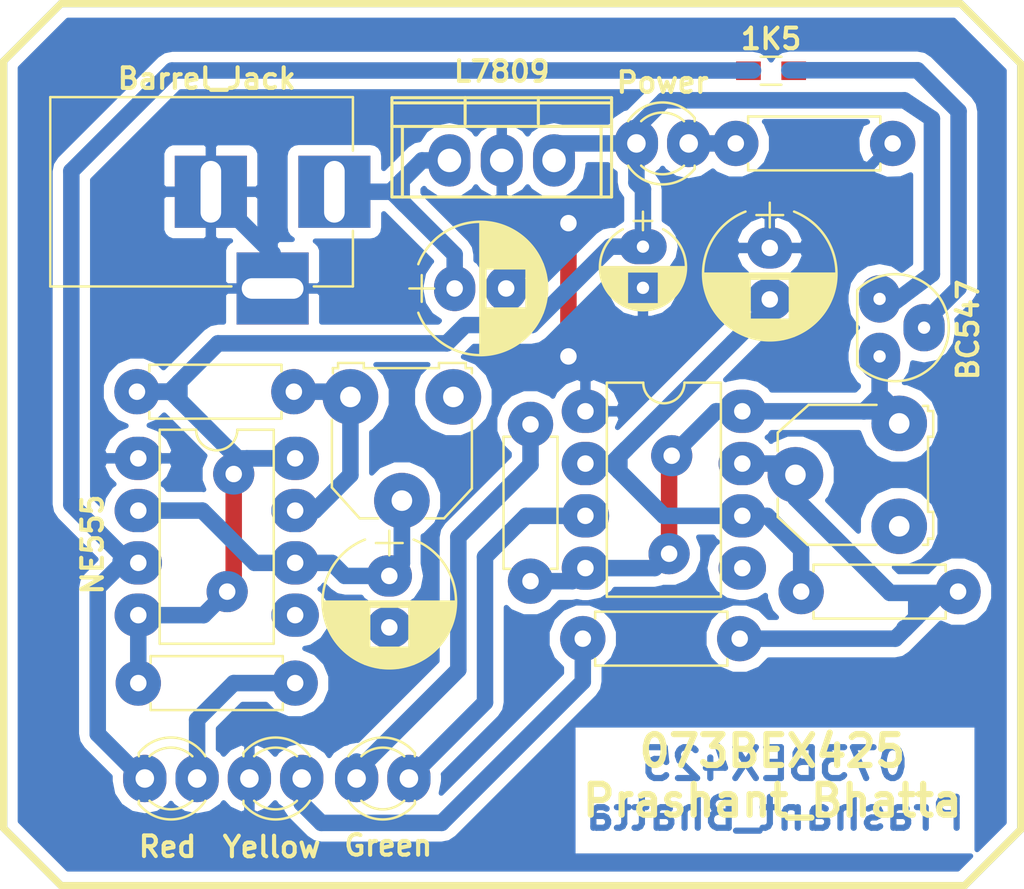
<source format=kicad_pcb>
(kicad_pcb (version 4) (host pcbnew 4.0.7)

  (general
    (links 42)
    (no_connects 2)
    (area 91.890499 27.984099 142.043502 71.596602)
    (thickness 1.6)
    (drawings 10)
    (tracks 183)
    (zones 0)
    (modules 22)
    (nets 16)
  )

  (page A4)
  (layers
    (0 F.Cu signal)
    (31 B.Cu signal)
    (32 B.Adhes user)
    (33 F.Adhes user)
    (34 B.Paste user)
    (35 F.Paste user)
    (36 B.SilkS user)
    (37 F.SilkS user)
    (38 B.Mask user)
    (39 F.Mask user)
    (40 Dwgs.User user)
    (41 Cmts.User user)
    (42 Eco1.User user)
    (43 Eco2.User user)
    (44 Edge.Cuts user)
    (45 Margin user)
    (46 B.CrtYd user)
    (47 F.CrtYd user)
    (48 B.Fab user)
    (49 F.Fab user)
  )

  (setup
    (last_trace_width 0.25)
    (user_trace_width 0.35)
    (user_trace_width 0.6)
    (user_trace_width 0.7)
    (user_trace_width 0.8)
    (user_trace_width 1)
    (trace_clearance 0.2)
    (zone_clearance 0.508)
    (zone_45_only yes)
    (trace_min 0.2)
    (segment_width 0.35)
    (edge_width 0.15)
    (via_size 0.6)
    (via_drill 0.4)
    (via_min_size 0.4)
    (via_min_drill 0.3)
    (user_via 2 0.8)
    (uvia_size 0.3)
    (uvia_drill 0.1)
    (uvias_allowed no)
    (uvia_min_size 0.2)
    (uvia_min_drill 0.1)
    (pcb_text_width 0.3)
    (pcb_text_size 1.5 1.5)
    (mod_edge_width 0.15)
    (mod_text_size 1 1)
    (mod_text_width 0.15)
    (pad_size 1.7 2.3)
    (pad_drill 0.6)
    (pad_to_mask_clearance 0.2)
    (aux_axis_origin 0 0)
    (visible_elements 7FFFFFFF)
    (pcbplotparams
      (layerselection 0x00030_80000001)
      (usegerberextensions false)
      (excludeedgelayer true)
      (linewidth 0.100000)
      (plotframeref false)
      (viasonmask false)
      (mode 1)
      (useauxorigin false)
      (hpglpennumber 1)
      (hpglpenspeed 20)
      (hpglpendiameter 15)
      (hpglpenoverlay 2)
      (psnegative false)
      (psa4output false)
      (plotreference true)
      (plotvalue true)
      (plotinvisibletext false)
      (padsonsilk false)
      (subtractmaskfromsilk false)
      (outputformat 1)
      (mirror false)
      (drillshape 1)
      (scaleselection 1)
      (outputdirectory ""))
  )

  (net 0 "")
  (net 1 "Net-(C1-Pad1)")
  (net 2 GND)
  (net 3 VCC)
  (net 4 "Net-(C3-Pad1)")
  (net 5 "Net-(D1-Pad1)")
  (net 6 "Net-(D1-Pad2)")
  (net 7 "Net-(D3-Pad2)")
  (net 8 "Net-(Q1-Pad3)")
  (net 9 "Net-(R3-Pad1)")
  (net 10 "Net-(D4-Pad1)")
  (net 11 "Net-(C4-Pad2)")
  (net 12 "Net-(D2-Pad2)")
  (net 13 "Net-(D3-Pad1)")
  (net 14 "Net-(R2-Pad2)")
  (net 15 "Net-(Q1-Pad2)")

  (net_class Default "This is the default net class."
    (clearance 0.2)
    (trace_width 0.25)
    (via_dia 0.6)
    (via_drill 0.4)
    (uvia_dia 0.3)
    (uvia_drill 0.1)
    (add_net GND)
    (add_net "Net-(C1-Pad1)")
    (add_net "Net-(C3-Pad1)")
    (add_net "Net-(C4-Pad2)")
    (add_net "Net-(D1-Pad1)")
    (add_net "Net-(D1-Pad2)")
    (add_net "Net-(D2-Pad2)")
    (add_net "Net-(D3-Pad1)")
    (add_net "Net-(D3-Pad2)")
    (add_net "Net-(D4-Pad1)")
    (add_net "Net-(Q1-Pad2)")
    (add_net "Net-(Q1-Pad3)")
    (add_net "Net-(R2-Pad2)")
    (add_net "Net-(R3-Pad1)")
    (add_net VCC)
  )

  (module Resistors_SMD:R_0603_HandSoldering (layer F.Cu) (tedit 5A8B4E72) (tstamp 5A8B5B7C)
    (at 129.54 31.623 180)
    (descr "Resistor SMD 0603, hand soldering")
    (tags "resistor 0603")
    (path /5A8B4E74)
    (attr smd)
    (fp_text reference R7 (at 0 -1.45 180) (layer F.SilkS) hide
      (effects (font (size 1 1) (thickness 0.15)))
    )
    (fp_text value 1K5 (at 0 1.55 180) (layer F.SilkS)
      (effects (font (size 1 1) (thickness 0.2)))
    )
    (fp_text user %R (at 0 0 180) (layer F.Fab)
      (effects (font (size 0.4 0.4) (thickness 0.075)))
    )
    (fp_line (start -0.8 0.4) (end -0.8 -0.4) (layer F.Fab) (width 0.1))
    (fp_line (start 0.8 0.4) (end -0.8 0.4) (layer F.Fab) (width 0.1))
    (fp_line (start 0.8 -0.4) (end 0.8 0.4) (layer F.Fab) (width 0.1))
    (fp_line (start -0.8 -0.4) (end 0.8 -0.4) (layer F.Fab) (width 0.1))
    (fp_line (start 0.5 0.68) (end -0.5 0.68) (layer F.SilkS) (width 0.12))
    (fp_line (start -0.5 -0.68) (end 0.5 -0.68) (layer F.SilkS) (width 0.12))
    (fp_line (start -1.96 -0.7) (end 1.95 -0.7) (layer F.CrtYd) (width 0.05))
    (fp_line (start -1.96 -0.7) (end -1.96 0.7) (layer F.CrtYd) (width 0.05))
    (fp_line (start 1.95 0.7) (end 1.95 -0.7) (layer F.CrtYd) (width 0.05))
    (fp_line (start 1.95 0.7) (end -1.96 0.7) (layer F.CrtYd) (width 0.05))
    (pad 1 smd rect (at -1.1 0 180) (size 1.2 0.9) (layers F.Cu F.Paste F.Mask)
      (net 15 "Net-(Q1-Pad2)"))
    (pad 2 smd rect (at 1.1 0 180) (size 1.2 0.9) (layers F.Cu F.Paste F.Mask)
      (net 5 "Net-(D1-Pad1)"))
    (model ${KISYS3DMOD}/Resistors_SMD.3dshapes/R_0603.wrl
      (at (xyz 0 0 0))
      (scale (xyz 1 1 1))
      (rotate (xyz 0 0 0))
    )
  )

  (module Housings_DIP:DIP-8_W7.62mm (layer F.Cu) (tedit 5A8AC414) (tstamp 5A8B5B61)
    (at 120.523 48.1711)
    (descr "8-lead dip package, row spacing 7.62 mm (300 mils)")
    (tags "DIL DIP PDIP 2.54mm 7.62mm 300mil")
    (path /5A83D1FC)
    (fp_text reference U3 (at 3.81 -2.39) (layer F.SilkS) hide
      (effects (font (size 1 1) (thickness 0.15)))
    )
    (fp_text value NE555 (at 3.7465 -2.413) (layer F.Fab)
      (effects (font (size 1 1) (thickness 0.15)))
    )
    (fp_text user %R (at 3.81 3.81) (layer F.Fab)
      (effects (font (size 1 1) (thickness 0.15)))
    )
    (fp_line (start 1.635 -1.27) (end 6.985 -1.27) (layer F.Fab) (width 0.1))
    (fp_line (start 6.985 -1.27) (end 6.985 8.89) (layer F.Fab) (width 0.1))
    (fp_line (start 6.985 8.89) (end 0.635 8.89) (layer F.Fab) (width 0.1))
    (fp_line (start 0.635 8.89) (end 0.635 -0.27) (layer F.Fab) (width 0.1))
    (fp_line (start 0.635 -0.27) (end 1.635 -1.27) (layer F.Fab) (width 0.1))
    (fp_line (start 2.81 -1.39) (end 1.04 -1.39) (layer F.SilkS) (width 0.12))
    (fp_line (start 1.04 -1.39) (end 1.04 9.01) (layer F.SilkS) (width 0.12))
    (fp_line (start 1.04 9.01) (end 6.58 9.01) (layer F.SilkS) (width 0.12))
    (fp_line (start 6.58 9.01) (end 6.58 -1.39) (layer F.SilkS) (width 0.12))
    (fp_line (start 6.58 -1.39) (end 4.81 -1.39) (layer F.SilkS) (width 0.12))
    (fp_line (start -1.1 -1.6) (end -1.1 9.2) (layer F.CrtYd) (width 0.05))
    (fp_line (start -1.1 9.2) (end 8.7 9.2) (layer F.CrtYd) (width 0.05))
    (fp_line (start 8.7 9.2) (end 8.7 -1.6) (layer F.CrtYd) (width 0.05))
    (fp_line (start 8.7 -1.6) (end -1.1 -1.6) (layer F.CrtYd) (width 0.05))
    (fp_arc (start 3.81 -1.39) (end 2.81 -1.39) (angle -180) (layer F.SilkS) (width 0.12))
    (pad 1 thru_hole oval (at 0 0) (size 2.3 2.1) (drill 0.8) (layers *.Cu *.Mask)
      (net 2 GND))
    (pad 5 thru_hole oval (at 7.62 7.62) (size 2.3 2.1) (drill 0.8) (layers *.Cu *.Mask))
    (pad 2 thru_hole oval (at 0 2.54) (size 2.3 2.1) (drill 0.8) (layers *.Cu *.Mask)
      (net 11 "Net-(C4-Pad2)"))
    (pad 6 thru_hole oval (at 7.62 5.08) (size 2.3 2.1) (drill 0.8) (layers *.Cu *.Mask)
      (net 11 "Net-(C4-Pad2)"))
    (pad 3 thru_hole oval (at 0 5.08) (size 2.3 2.1) (drill 0.8) (layers *.Cu *.Mask)
      (net 13 "Net-(D3-Pad1)"))
    (pad 7 thru_hole oval (at 7.62 2.54) (size 2.3 2.1) (drill 0.8) (layers *.Cu *.Mask)
      (net 9 "Net-(R3-Pad1)"))
    (pad 4 thru_hole oval (at 0 7.62) (size 2.3 2.1) (drill 0.8) (layers *.Cu *.Mask)
      (net 8 "Net-(Q1-Pad3)"))
    (pad 8 thru_hole oval (at 7.62 0) (size 2.3 2.1) (drill 0.8) (layers *.Cu *.Mask)
      (net 8 "Net-(Q1-Pad3)"))
    (model ${KISYS3DMOD}/Housings_DIP.3dshapes/DIP-8_W7.62mm.wrl
      (at (xyz 0 0 0))
      (scale (xyz 1 1 1))
      (rotate (xyz 0 0 0))
    )
  )

  (module Housings_DIP:DIP-8_W7.62mm (layer F.Cu) (tedit 5A8B4751) (tstamp 5A8B5B46)
    (at 98.806 50.4571)
    (descr "8-lead dip package, row spacing 7.62 mm (300 mils)")
    (tags "DIL DIP PDIP 2.54mm 7.62mm 300mil")
    (path /5A83D124)
    (fp_text reference U2 (at 3.81 -2.39) (layer F.SilkS) hide
      (effects (font (size 1 1) (thickness 0.15)))
    )
    (fp_text value NE555 (at -2.2225 4.191 90) (layer F.SilkS)
      (effects (font (size 1 1) (thickness 0.2)))
    )
    (fp_text user %R (at 3.81 3.81) (layer F.Fab) hide
      (effects (font (size 1 1) (thickness 0.15)))
    )
    (fp_line (start 1.635 -1.27) (end 6.985 -1.27) (layer F.Fab) (width 0.1))
    (fp_line (start 6.985 -1.27) (end 6.985 8.89) (layer F.Fab) (width 0.1))
    (fp_line (start 6.985 8.89) (end 0.635 8.89) (layer F.Fab) (width 0.1))
    (fp_line (start 0.635 8.89) (end 0.635 -0.27) (layer F.Fab) (width 0.1))
    (fp_line (start 0.635 -0.27) (end 1.635 -1.27) (layer F.Fab) (width 0.1))
    (fp_line (start 2.81 -1.39) (end 1.04 -1.39) (layer F.SilkS) (width 0.12))
    (fp_line (start 1.04 -1.39) (end 1.04 9.01) (layer F.SilkS) (width 0.12))
    (fp_line (start 1.04 9.01) (end 6.58 9.01) (layer F.SilkS) (width 0.12))
    (fp_line (start 6.58 9.01) (end 6.58 -1.39) (layer F.SilkS) (width 0.12))
    (fp_line (start 6.58 -1.39) (end 4.81 -1.39) (layer F.SilkS) (width 0.12))
    (fp_line (start -1.1 -1.6) (end -1.1 9.2) (layer F.CrtYd) (width 0.05))
    (fp_line (start -1.1 9.2) (end 8.7 9.2) (layer F.CrtYd) (width 0.05))
    (fp_line (start 8.7 9.2) (end 8.7 -1.6) (layer F.CrtYd) (width 0.05))
    (fp_line (start 8.7 -1.6) (end -1.1 -1.6) (layer F.CrtYd) (width 0.05))
    (fp_arc (start 3.81 -1.39) (end 2.81 -1.39) (angle -180) (layer F.SilkS) (width 0.12))
    (pad 1 thru_hole oval (at 0 0) (size 2.3 2.1) (drill 0.8) (layers *.Cu *.Mask)
      (net 2 GND))
    (pad 5 thru_hole oval (at 7.62 7.62) (size 2.3 2.1) (drill 0.8) (layers *.Cu *.Mask))
    (pad 2 thru_hole oval (at 0 2.54) (size 2.3 2.1) (drill 0.8) (layers *.Cu *.Mask)
      (net 4 "Net-(C3-Pad1)"))
    (pad 6 thru_hole oval (at 7.62 5.08) (size 2.3 2.1) (drill 0.8) (layers *.Cu *.Mask)
      (net 4 "Net-(C3-Pad1)"))
    (pad 3 thru_hole oval (at 0 5.08) (size 2.3 2.1) (drill 0.8) (layers *.Cu *.Mask)
      (net 5 "Net-(D1-Pad1)"))
    (pad 7 thru_hole oval (at 7.62 2.54) (size 2.3 2.1) (drill 0.8) (layers *.Cu *.Mask)
      (net 14 "Net-(R2-Pad2)"))
    (pad 4 thru_hole oval (at 0 7.62) (size 2.3 2.1) (drill 0.8) (layers *.Cu *.Mask)
      (net 3 VCC))
    (pad 8 thru_hole oval (at 7.62 0) (size 2.3 2.1) (drill 0.8) (layers *.Cu *.Mask)
      (net 3 VCC))
    (model ${KISYS3DMOD}/Housings_DIP.3dshapes/DIP-8_W7.62mm.wrl
      (at (xyz 0 0 0))
      (scale (xyz 1 1 1))
      (rotate (xyz 0 0 0))
    )
  )

  (module Potentiometers:Potentiometer_Triwood_RM-065 (layer F.Cu) (tedit 5A8B511C) (tstamp 5A8B5B00)
    (at 135.763 53.7591 90)
    (descr "Potentiometer, Trimmer, RM-065")
    (tags "Potentiometer Trimmer RM-065")
    (path /5A83E80B)
    (fp_text reference RV2 (at -2.1 -2.5 180) (layer F.SilkS) hide
      (effects (font (size 1 1) (thickness 0.15)))
    )
    (fp_text value "POT 100k" (at 2.413 2.667 90) (layer F.Fab)
      (effects (font (size 1 1) (thickness 0.15)))
    )
    (fp_line (start 5.85 1.15) (end 5.85 1.4) (layer F.SilkS) (width 0.12))
    (fp_line (start 5.85 1.4) (end 5.6 1.4) (layer F.SilkS) (width 0.12))
    (fp_line (start 5.6 1.4) (end 5.6 1.65) (layer F.SilkS) (width 0.12))
    (fp_line (start 5.6 1.65) (end 4.35 1.65) (layer F.SilkS) (width 0.12))
    (fp_line (start 4.35 1.65) (end 4.35 1.4) (layer F.SilkS) (width 0.12))
    (fp_line (start 4.35 1.4) (end 0.7 1.4) (layer F.SilkS) (width 0.12))
    (fp_line (start 0.7 1.4) (end 0.7 1.65) (layer F.SilkS) (width 0.12))
    (fp_line (start 0.7 1.65) (end -0.6 1.65) (layer F.SilkS) (width 0.12))
    (fp_line (start -0.6 1.65) (end -0.6 1.4) (layer F.SilkS) (width 0.12))
    (fp_line (start -0.6 1.4) (end -0.9 1.4) (layer F.SilkS) (width 0.12))
    (fp_line (start -0.9 1.4) (end -0.9 1.15) (layer F.SilkS) (width 0.12))
    (fp_line (start 3.65 -5.9) (end 4.55 -5.9) (layer F.SilkS) (width 0.12))
    (fp_line (start 4.55 -5.9) (end 5.9 -4.4) (layer F.SilkS) (width 0.12))
    (fp_line (start 5.9 -4.4) (end 5.9 -1.1) (layer F.SilkS) (width 0.12))
    (fp_line (start -0.9 -1.1) (end -0.9 -4.45) (layer F.SilkS) (width 0.12))
    (fp_line (start -0.9 -4.45) (end 0.45 -5.9) (layer F.SilkS) (width 0.12))
    (fp_line (start 0.45 -5.9) (end 1.35 -5.9) (layer F.SilkS) (width 0.12))
    (fp_line (start 5.8 1.2) (end 5.8 -1.15) (layer F.Fab) (width 0.1))
    (fp_line (start -0.8 -1.1) (end -0.8 1.2) (layer F.Fab) (width 0.1))
    (fp_line (start 2.25 -2.88) (end 2.25 -3.64) (layer F.Fab) (width 0.1))
    (fp_line (start 2.75 -2.88) (end 2.75 -3.64) (layer F.Fab) (width 0.1))
    (fp_line (start -0.8 1.31) (end -0.8 1.18) (layer F.Fab) (width 0.1))
    (fp_line (start -0.8 -2.5) (end -0.8 -1.1) (layer F.Fab) (width 0.1))
    (fp_line (start 5.8 1.31) (end 5.8 1.18) (layer F.Fab) (width 0.1))
    (fp_line (start 5.8 -2.5) (end 5.8 -1.1) (layer F.Fab) (width 0.1))
    (fp_line (start 1.23 -0.47) (end 3.77 -0.47) (layer F.Fab) (width 0.1))
    (fp_line (start 4.53 -5.8) (end 3.64 -5.8) (layer F.Fab) (width 0.1))
    (fp_line (start 1.36 -5.8) (end 0.47 -5.8) (layer F.Fab) (width 0.1))
    (fp_line (start 4.15 -2.88) (end 4.66 -2.88) (layer F.Fab) (width 0.1))
    (fp_line (start 4.66 -2.88) (end 4.66 -2.12) (layer F.Fab) (width 0.1))
    (fp_line (start 4.66 -2.12) (end 4.15 -2.12) (layer F.Fab) (width 0.1))
    (fp_line (start 0.85 -2.88) (end 0.34 -2.88) (layer F.Fab) (width 0.1))
    (fp_line (start 0.34 -2.88) (end 0.34 -2.12) (layer F.Fab) (width 0.1))
    (fp_line (start 0.34 -2.12) (end 0.85 -2.12) (layer F.Fab) (width 0.1))
    (fp_line (start 3.01 -2.25) (end 4.15 -2.25) (layer F.Fab) (width 0.1))
    (fp_line (start 3.01 -2.75) (end 4.15 -2.75) (layer F.Fab) (width 0.1))
    (fp_line (start 1.99 -2.25) (end 0.85 -2.25) (layer F.Fab) (width 0.1))
    (fp_line (start 1.99 -2.75) (end 0.85 -2.75) (layer F.Fab) (width 0.1))
    (fp_line (start 2.75 -2.12) (end 2.75 -0.85) (layer F.Fab) (width 0.1))
    (fp_line (start 2.25 -2.12) (end 2.25 -0.85) (layer F.Fab) (width 0.1))
    (fp_line (start 1.99 -2.88) (end 1.99 -2.12) (layer F.Fab) (width 0.1))
    (fp_line (start 1.99 -2.12) (end 3.01 -2.12) (layer F.Fab) (width 0.1))
    (fp_line (start 3.01 -2.12) (end 3.01 -2.88) (layer F.Fab) (width 0.1))
    (fp_line (start 3.01 -2.88) (end 1.99 -2.88) (layer F.Fab) (width 0.1))
    (fp_line (start 0.47 -5.8) (end -0.8 -4.4) (layer F.Fab) (width 0.1))
    (fp_line (start -0.8 -4.4) (end -0.8 -2.5) (layer F.Fab) (width 0.1))
    (fp_line (start 4.53 -5.8) (end 5.8 -4.4) (layer F.Fab) (width 0.1))
    (fp_line (start 5.8 -4.4) (end 5.8 -2.5) (layer F.Fab) (width 0.1))
    (fp_line (start 5.55 1.31) (end 5.55 1.56) (layer F.Fab) (width 0.1))
    (fp_line (start 5.55 1.56) (end 4.4 1.56) (layer F.Fab) (width 0.1))
    (fp_line (start 4.4 1.56) (end 4.4 1.31) (layer F.Fab) (width 0.1))
    (fp_line (start -0.55 1.31) (end -0.55 1.56) (layer F.Fab) (width 0.1))
    (fp_line (start -0.55 1.56) (end 0.59 1.56) (layer F.Fab) (width 0.1))
    (fp_line (start 0.59 1.56) (end 0.59 1.31) (layer F.Fab) (width 0.1))
    (fp_line (start -0.8 1.31) (end 5.8 1.31) (layer F.Fab) (width 0.1))
    (fp_line (start -1.5 -6.54) (end 6.5 -6.54) (layer F.CrtYd) (width 0.05))
    (fp_line (start -1.5 -6.54) (end -1.5 1.81) (layer F.CrtYd) (width 0.05))
    (fp_line (start 6.5 1.81) (end 6.5 -6.54) (layer F.CrtYd) (width 0.05))
    (fp_line (start 6.5 1.81) (end -1.5 1.81) (layer F.CrtYd) (width 0.05))
    (fp_circle (center 2.5 -2.5) (end 4.7 -0.2) (layer F.Fab) (width 0.1))
    (fp_arc (start 2.5 -2.5) (end 4.15 -2.25) (angle 90) (layer F.Fab) (width 0.1))
    (fp_arc (start 2.5 -2.5) (end 2.63 -0.85) (angle 90) (layer F.Fab) (width 0.1))
    (fp_arc (start 2.5 -2.5) (end 3.39 -3.9) (angle 90) (layer F.Fab) (width 0.1))
    (fp_arc (start 2.5 -2.5) (end 1.1 -1.61) (angle 90) (layer F.Fab) (width 0.1))
    (pad 2 thru_hole circle (at 2.5 -5.04 90) (size 2.7 2.7) (drill 1) (layers *.Cu *.Mask)
      (net 9 "Net-(R3-Pad1)"))
    (pad 3 thru_hole circle (at 5 0 90) (size 2.7 2.7) (drill 1) (layers *.Cu *.Mask)
      (net 8 "Net-(Q1-Pad3)"))
    (pad 1 thru_hole circle (at 0 0 90) (size 2.7 2.7) (drill 1) (layers *.Cu *.Mask))
    (model Potentiometers.3dshapes/Potentiometer_Triwood_RM-065.wrl
      (at (xyz 0 0 0))
      (scale (xyz 4 4 4))
      (rotate (xyz 0 0 0))
    )
  )

  (module Resistors_THT:R_Axial_DIN0207_L6.3mm_D2.5mm_P7.62mm_Horizontal (layer F.Cu) (tedit 5A8B509F) (tstamp 5A8B5AEB)
    (at 127.8255 35.1536)
    (descr "Resistor, Axial_DIN0207 series, Axial, Horizontal, pin pitch=7.62mm, 0.25W = 1/4W, length*diameter=6.3*2.5mm^2, http://cdn-reichelt.de/documents/datenblatt/B400/1_4W%23YAG.pdf")
    (tags "Resistor Axial_DIN0207 series Axial Horizontal pin pitch 7.62mm 0.25W = 1/4W length 6.3mm diameter 2.5mm")
    (path /5A8305EA)
    (fp_text reference R6 (at 3.81 -2.31) (layer F.SilkS) hide
      (effects (font (size 1 1) (thickness 0.15)))
    )
    (fp_text value 470 (at 4.0005 0) (layer F.Fab)
      (effects (font (size 1 1) (thickness 0.2)))
    )
    (fp_line (start 0.66 -1.25) (end 0.66 1.25) (layer F.Fab) (width 0.1))
    (fp_line (start 0.66 1.25) (end 6.96 1.25) (layer F.Fab) (width 0.1))
    (fp_line (start 6.96 1.25) (end 6.96 -1.25) (layer F.Fab) (width 0.1))
    (fp_line (start 6.96 -1.25) (end 0.66 -1.25) (layer F.Fab) (width 0.1))
    (fp_line (start 0 0) (end 0.66 0) (layer F.Fab) (width 0.1))
    (fp_line (start 7.62 0) (end 6.96 0) (layer F.Fab) (width 0.1))
    (fp_line (start 0.6 -0.98) (end 0.6 -1.31) (layer F.SilkS) (width 0.12))
    (fp_line (start 0.6 -1.31) (end 7.02 -1.31) (layer F.SilkS) (width 0.12))
    (fp_line (start 7.02 -1.31) (end 7.02 -0.98) (layer F.SilkS) (width 0.12))
    (fp_line (start 0.6 0.98) (end 0.6 1.31) (layer F.SilkS) (width 0.12))
    (fp_line (start 0.6 1.31) (end 7.02 1.31) (layer F.SilkS) (width 0.12))
    (fp_line (start 7.02 1.31) (end 7.02 0.98) (layer F.SilkS) (width 0.12))
    (fp_line (start -1.05 -1.6) (end -1.05 1.6) (layer F.CrtYd) (width 0.05))
    (fp_line (start -1.05 1.6) (end 8.7 1.6) (layer F.CrtYd) (width 0.05))
    (fp_line (start 8.7 1.6) (end 8.7 -1.6) (layer F.CrtYd) (width 0.05))
    (fp_line (start 8.7 -1.6) (end -1.05 -1.6) (layer F.CrtYd) (width 0.05))
    (pad 1 thru_hole circle (at 0 0) (size 2.2 2.2) (drill 0.8) (layers *.Cu *.Mask)
      (net 10 "Net-(D4-Pad1)"))
    (pad 2 thru_hole circle (at 7.62 0) (size 2.2 2.2) (drill 0.8) (layers *.Cu *.Mask)
      (net 2 GND))
    (model ${KISYS3DMOD}/Resistors_THT.3dshapes/R_Axial_DIN0207_L6.3mm_D2.5mm_P7.62mm_Horizontal.wrl
      (at (xyz 0 0 0))
      (scale (xyz 0.393701 0.393701 0.393701))
      (rotate (xyz 0 0 0))
    )
  )

  (module Resistors_THT:R_Axial_DIN0207_L6.3mm_D2.5mm_P7.62mm_Horizontal (layer F.Cu) (tedit 5A8B50E1) (tstamp 5A8B5AD6)
    (at 128.016 59.2201 180)
    (descr "Resistor, Axial_DIN0207 series, Axial, Horizontal, pin pitch=7.62mm, 0.25W = 1/4W, length*diameter=6.3*2.5mm^2, http://cdn-reichelt.de/documents/datenblatt/B400/1_4W%23YAG.pdf")
    (tags "Resistor Axial_DIN0207 series Axial Horizontal pin pitch 7.62mm 0.25W = 1/4W length 6.3mm diameter 2.5mm")
    (path /5A83DEF3)
    (fp_text reference R5 (at 3.81 -2.31 180) (layer F.SilkS) hide
      (effects (font (size 1 1) (thickness 0.15)))
    )
    (fp_text value 220 (at 3.8735 -0.254 180) (layer F.Fab)
      (effects (font (size 1 1) (thickness 0.2)))
    )
    (fp_line (start 0.66 -1.25) (end 0.66 1.25) (layer F.Fab) (width 0.1))
    (fp_line (start 0.66 1.25) (end 6.96 1.25) (layer F.Fab) (width 0.1))
    (fp_line (start 6.96 1.25) (end 6.96 -1.25) (layer F.Fab) (width 0.1))
    (fp_line (start 6.96 -1.25) (end 0.66 -1.25) (layer F.Fab) (width 0.1))
    (fp_line (start 0 0) (end 0.66 0) (layer F.Fab) (width 0.1))
    (fp_line (start 7.62 0) (end 6.96 0) (layer F.Fab) (width 0.1))
    (fp_line (start 0.6 -0.98) (end 0.6 -1.31) (layer F.SilkS) (width 0.12))
    (fp_line (start 0.6 -1.31) (end 7.02 -1.31) (layer F.SilkS) (width 0.12))
    (fp_line (start 7.02 -1.31) (end 7.02 -0.98) (layer F.SilkS) (width 0.12))
    (fp_line (start 0.6 0.98) (end 0.6 1.31) (layer F.SilkS) (width 0.12))
    (fp_line (start 0.6 1.31) (end 7.02 1.31) (layer F.SilkS) (width 0.12))
    (fp_line (start 7.02 1.31) (end 7.02 0.98) (layer F.SilkS) (width 0.12))
    (fp_line (start -1.05 -1.6) (end -1.05 1.6) (layer F.CrtYd) (width 0.05))
    (fp_line (start -1.05 1.6) (end 8.7 1.6) (layer F.CrtYd) (width 0.05))
    (fp_line (start 8.7 1.6) (end 8.7 -1.6) (layer F.CrtYd) (width 0.05))
    (fp_line (start 8.7 -1.6) (end -1.05 -1.6) (layer F.CrtYd) (width 0.05))
    (pad 1 thru_hole circle (at 0 0 180) (size 2.2 2.2) (drill 0.8) (layers *.Cu *.Mask)
      (net 9 "Net-(R3-Pad1)"))
    (pad 2 thru_hole circle (at 7.62 0 180) (size 2.2 2.2) (drill 0.8) (layers *.Cu *.Mask)
      (net 12 "Net-(D2-Pad2)"))
    (model ${KISYS3DMOD}/Resistors_THT.3dshapes/R_Axial_DIN0207_L6.3mm_D2.5mm_P7.62mm_Horizontal.wrl
      (at (xyz 0 0 0))
      (scale (xyz 0.393701 0.393701 0.393701))
      (rotate (xyz 0 0 0))
    )
  )

  (module Resistors_THT:R_Axial_DIN0207_L6.3mm_D2.5mm_P7.62mm_Horizontal (layer F.Cu) (tedit 5A8B488E) (tstamp 5A8B5AC1)
    (at 117.856 56.4261 90)
    (descr "Resistor, Axial_DIN0207 series, Axial, Horizontal, pin pitch=7.62mm, 0.25W = 1/4W, length*diameter=6.3*2.5mm^2, http://cdn-reichelt.de/documents/datenblatt/B400/1_4W%23YAG.pdf")
    (tags "Resistor Axial_DIN0207 series Axial Horizontal pin pitch 7.62mm 0.25W = 1/4W length 6.3mm diameter 2.5mm")
    (path /5A83E2D6)
    (fp_text reference R4 (at 3.81 -2.31 90) (layer F.SilkS) hide
      (effects (font (size 1 1) (thickness 0.15)))
    )
    (fp_text value R (at 3.7719 0.2286 90) (layer F.Fab)
      (effects (font (size 1 1) (thickness 0.15)))
    )
    (fp_line (start 0.66 -1.25) (end 0.66 1.25) (layer F.Fab) (width 0.1))
    (fp_line (start 0.66 1.25) (end 6.96 1.25) (layer F.Fab) (width 0.1))
    (fp_line (start 6.96 1.25) (end 6.96 -1.25) (layer F.Fab) (width 0.1))
    (fp_line (start 6.96 -1.25) (end 0.66 -1.25) (layer F.Fab) (width 0.1))
    (fp_line (start 0 0) (end 0.66 0) (layer F.Fab) (width 0.1))
    (fp_line (start 7.62 0) (end 6.96 0) (layer F.Fab) (width 0.1))
    (fp_line (start 0.6 -0.98) (end 0.6 -1.31) (layer F.SilkS) (width 0.12))
    (fp_line (start 0.6 -1.31) (end 7.02 -1.31) (layer F.SilkS) (width 0.12))
    (fp_line (start 7.02 -1.31) (end 7.02 -0.98) (layer F.SilkS) (width 0.12))
    (fp_line (start 0.6 0.98) (end 0.6 1.31) (layer F.SilkS) (width 0.12))
    (fp_line (start 0.6 1.31) (end 7.02 1.31) (layer F.SilkS) (width 0.12))
    (fp_line (start 7.02 1.31) (end 7.02 0.98) (layer F.SilkS) (width 0.12))
    (fp_line (start -1.05 -1.6) (end -1.05 1.6) (layer F.CrtYd) (width 0.05))
    (fp_line (start -1.05 1.6) (end 8.7 1.6) (layer F.CrtYd) (width 0.05))
    (fp_line (start 8.7 1.6) (end 8.7 -1.6) (layer F.CrtYd) (width 0.05))
    (fp_line (start 8.7 -1.6) (end -1.05 -1.6) (layer F.CrtYd) (width 0.05))
    (pad 1 thru_hole circle (at 0 0 90) (size 2.2 2.2) (drill 0.8) (layers *.Cu *.Mask)
      (net 8 "Net-(Q1-Pad3)"))
    (pad 2 thru_hole circle (at 7.62 0 90) (size 2.2 2.2) (drill 0.8) (layers *.Cu *.Mask)
      (net 7 "Net-(D3-Pad2)"))
    (model ${KISYS3DMOD}/Resistors_THT.3dshapes/R_Axial_DIN0207_L6.3mm_D2.5mm_P7.62mm_Horizontal.wrl
      (at (xyz 0 0 0))
      (scale (xyz 0.393701 0.393701 0.393701))
      (rotate (xyz 0 0 0))
    )
  )

  (module Resistors_THT:R_Axial_DIN0207_L6.3mm_D2.5mm_P7.62mm_Horizontal (layer F.Cu) (tedit 5A8B5111) (tstamp 5A8B5AAC)
    (at 138.6205 56.9341 180)
    (descr "Resistor, Axial_DIN0207 series, Axial, Horizontal, pin pitch=7.62mm, 0.25W = 1/4W, length*diameter=6.3*2.5mm^2, http://cdn-reichelt.de/documents/datenblatt/B400/1_4W%23YAG.pdf")
    (tags "Resistor Axial_DIN0207 series Axial Horizontal pin pitch 7.62mm 0.25W = 1/4W length 6.3mm diameter 2.5mm")
    (path /5A83E695)
    (fp_text reference R3 (at 3.81 -2.31 180) (layer F.SilkS) hide
      (effects (font (size 1 1) (thickness 0.15)))
    )
    (fp_text value 10k (at 3.937 0 180) (layer F.Fab)
      (effects (font (size 1 1) (thickness 0.2)))
    )
    (fp_line (start 0.66 -1.25) (end 0.66 1.25) (layer F.Fab) (width 0.1))
    (fp_line (start 0.66 1.25) (end 6.96 1.25) (layer F.Fab) (width 0.1))
    (fp_line (start 6.96 1.25) (end 6.96 -1.25) (layer F.Fab) (width 0.1))
    (fp_line (start 6.96 -1.25) (end 0.66 -1.25) (layer F.Fab) (width 0.1))
    (fp_line (start 0 0) (end 0.66 0) (layer F.Fab) (width 0.1))
    (fp_line (start 7.62 0) (end 6.96 0) (layer F.Fab) (width 0.1))
    (fp_line (start 0.6 -0.98) (end 0.6 -1.31) (layer F.SilkS) (width 0.12))
    (fp_line (start 0.6 -1.31) (end 7.02 -1.31) (layer F.SilkS) (width 0.12))
    (fp_line (start 7.02 -1.31) (end 7.02 -0.98) (layer F.SilkS) (width 0.12))
    (fp_line (start 0.6 0.98) (end 0.6 1.31) (layer F.SilkS) (width 0.12))
    (fp_line (start 0.6 1.31) (end 7.02 1.31) (layer F.SilkS) (width 0.12))
    (fp_line (start 7.02 1.31) (end 7.02 0.98) (layer F.SilkS) (width 0.12))
    (fp_line (start -1.05 -1.6) (end -1.05 1.6) (layer F.CrtYd) (width 0.05))
    (fp_line (start -1.05 1.6) (end 8.7 1.6) (layer F.CrtYd) (width 0.05))
    (fp_line (start 8.7 1.6) (end 8.7 -1.6) (layer F.CrtYd) (width 0.05))
    (fp_line (start 8.7 -1.6) (end -1.05 -1.6) (layer F.CrtYd) (width 0.05))
    (pad 1 thru_hole circle (at 0 0 180) (size 2.2 2.2) (drill 0.8) (layers *.Cu *.Mask)
      (net 9 "Net-(R3-Pad1)"))
    (pad 2 thru_hole circle (at 7.62 0 180) (size 2.2 2.2) (drill 0.8) (layers *.Cu *.Mask)
      (net 11 "Net-(C4-Pad2)"))
    (model ${KISYS3DMOD}/Resistors_THT.3dshapes/R_Axial_DIN0207_L6.3mm_D2.5mm_P7.62mm_Horizontal.wrl
      (at (xyz 0 0 0))
      (scale (xyz 0.393701 0.393701 0.393701))
      (rotate (xyz 0 0 0))
    )
  )

  (module Resistors_THT:R_Axial_DIN0207_L6.3mm_D2.5mm_P7.62mm_Horizontal (layer F.Cu) (tedit 5A8B50CE) (tstamp 5A8B5A97)
    (at 98.7425 47.2186)
    (descr "Resistor, Axial_DIN0207 series, Axial, Horizontal, pin pitch=7.62mm, 0.25W = 1/4W, length*diameter=6.3*2.5mm^2, http://cdn-reichelt.de/documents/datenblatt/B400/1_4W%23YAG.pdf")
    (tags "Resistor Axial_DIN0207 series Axial Horizontal pin pitch 7.62mm 0.25W = 1/4W length 6.3mm diameter 2.5mm")
    (path /5A83D6C1)
    (fp_text reference R2 (at 3.81 -2.31) (layer F.SilkS) hide
      (effects (font (size 1 1) (thickness 0.15)))
    )
    (fp_text value 4k7 (at 3.683 0.127) (layer F.Fab)
      (effects (font (size 1 1) (thickness 0.2)))
    )
    (fp_line (start 0.66 -1.25) (end 0.66 1.25) (layer F.Fab) (width 0.1))
    (fp_line (start 0.66 1.25) (end 6.96 1.25) (layer F.Fab) (width 0.1))
    (fp_line (start 6.96 1.25) (end 6.96 -1.25) (layer F.Fab) (width 0.1))
    (fp_line (start 6.96 -1.25) (end 0.66 -1.25) (layer F.Fab) (width 0.1))
    (fp_line (start 0 0) (end 0.66 0) (layer F.Fab) (width 0.1))
    (fp_line (start 7.62 0) (end 6.96 0) (layer F.Fab) (width 0.1))
    (fp_line (start 0.6 -0.98) (end 0.6 -1.31) (layer F.SilkS) (width 0.12))
    (fp_line (start 0.6 -1.31) (end 7.02 -1.31) (layer F.SilkS) (width 0.12))
    (fp_line (start 7.02 -1.31) (end 7.02 -0.98) (layer F.SilkS) (width 0.12))
    (fp_line (start 0.6 0.98) (end 0.6 1.31) (layer F.SilkS) (width 0.12))
    (fp_line (start 0.6 1.31) (end 7.02 1.31) (layer F.SilkS) (width 0.12))
    (fp_line (start 7.02 1.31) (end 7.02 0.98) (layer F.SilkS) (width 0.12))
    (fp_line (start -1.05 -1.6) (end -1.05 1.6) (layer F.CrtYd) (width 0.05))
    (fp_line (start -1.05 1.6) (end 8.7 1.6) (layer F.CrtYd) (width 0.05))
    (fp_line (start 8.7 1.6) (end 8.7 -1.6) (layer F.CrtYd) (width 0.05))
    (fp_line (start 8.7 -1.6) (end -1.05 -1.6) (layer F.CrtYd) (width 0.05))
    (pad 1 thru_hole circle (at 0 0) (size 2.2 2.2) (drill 0.8) (layers *.Cu *.Mask)
      (net 3 VCC))
    (pad 2 thru_hole circle (at 7.62 0) (size 2.2 2.2) (drill 0.8) (layers *.Cu *.Mask)
      (net 14 "Net-(R2-Pad2)"))
    (model ${KISYS3DMOD}/Resistors_THT.3dshapes/R_Axial_DIN0207_L6.3mm_D2.5mm_P7.62mm_Horizontal.wrl
      (at (xyz 0 0 0))
      (scale (xyz 0.393701 0.393701 0.393701))
      (rotate (xyz 0 0 0))
    )
  )

  (module Resistors_THT:R_Axial_DIN0207_L6.3mm_D2.5mm_P7.62mm_Horizontal (layer F.Cu) (tedit 5A8B50D9) (tstamp 5A8B5A82)
    (at 106.426 61.3791 180)
    (descr "Resistor, Axial_DIN0207 series, Axial, Horizontal, pin pitch=7.62mm, 0.25W = 1/4W, length*diameter=6.3*2.5mm^2, http://cdn-reichelt.de/documents/datenblatt/B400/1_4W%23YAG.pdf")
    (tags "Resistor Axial_DIN0207 series Axial Horizontal pin pitch 7.62mm 0.25W = 1/4W length 6.3mm diameter 2.5mm")
    (path /5A83D4AD)
    (fp_text reference R1 (at 3.81 -2.31 180) (layer F.SilkS) hide
      (effects (font (size 1 1) (thickness 0.15)))
    )
    (fp_text value 220 (at 3.8862 0.1143 180) (layer F.Fab)
      (effects (font (size 1 1) (thickness 0.2)))
    )
    (fp_line (start 0.66 -1.25) (end 0.66 1.25) (layer F.Fab) (width 0.1))
    (fp_line (start 0.66 1.25) (end 6.96 1.25) (layer F.Fab) (width 0.1))
    (fp_line (start 6.96 1.25) (end 6.96 -1.25) (layer F.Fab) (width 0.1))
    (fp_line (start 6.96 -1.25) (end 0.66 -1.25) (layer F.Fab) (width 0.1))
    (fp_line (start 0 0) (end 0.66 0) (layer F.Fab) (width 0.1))
    (fp_line (start 7.62 0) (end 6.96 0) (layer F.Fab) (width 0.1))
    (fp_line (start 0.6 -0.98) (end 0.6 -1.31) (layer F.SilkS) (width 0.12))
    (fp_line (start 0.6 -1.31) (end 7.02 -1.31) (layer F.SilkS) (width 0.12))
    (fp_line (start 7.02 -1.31) (end 7.02 -0.98) (layer F.SilkS) (width 0.12))
    (fp_line (start 0.6 0.98) (end 0.6 1.31) (layer F.SilkS) (width 0.12))
    (fp_line (start 0.6 1.31) (end 7.02 1.31) (layer F.SilkS) (width 0.12))
    (fp_line (start 7.02 1.31) (end 7.02 0.98) (layer F.SilkS) (width 0.12))
    (fp_line (start -1.05 -1.6) (end -1.05 1.6) (layer F.CrtYd) (width 0.05))
    (fp_line (start -1.05 1.6) (end 8.7 1.6) (layer F.CrtYd) (width 0.05))
    (fp_line (start 8.7 1.6) (end 8.7 -1.6) (layer F.CrtYd) (width 0.05))
    (fp_line (start 8.7 -1.6) (end -1.05 -1.6) (layer F.CrtYd) (width 0.05))
    (pad 1 thru_hole circle (at 0 0 180) (size 2.2 2.2) (drill 0.8) (layers *.Cu *.Mask)
      (net 6 "Net-(D1-Pad2)"))
    (pad 2 thru_hole circle (at 7.62 0 180) (size 2.2 2.2) (drill 0.8) (layers *.Cu *.Mask)
      (net 3 VCC))
    (model ${KISYS3DMOD}/Resistors_THT.3dshapes/R_Axial_DIN0207_L6.3mm_D2.5mm_P7.62mm_Horizontal.wrl
      (at (xyz 0 0 0))
      (scale (xyz 0.393701 0.393701 0.393701))
      (rotate (xyz 0 0 0))
    )
  )

  (module LEDs:LED_D3.0mm (layer F.Cu) (tedit 5A8B501F) (tstamp 5A8B5A70)
    (at 111.9505 66.0146 180)
    (descr "LED, diameter 3.0mm, 2 pins")
    (tags "LED diameter 3.0mm 2 pins")
    (path /5A83E3E9)
    (fp_text reference D3 (at 1.3335 2.7305 180) (layer F.SilkS) hide
      (effects (font (size 1 1) (thickness 0.15)))
    )
    (fp_text value Green (at 1.0033 -3.2512 180) (layer F.SilkS)
      (effects (font (size 1 1) (thickness 0.2)))
    )
    (fp_arc (start 1.27 0) (end -0.23 -1.16619) (angle 284.3) (layer F.Fab) (width 0.1))
    (fp_arc (start 1.27 0) (end -0.29 -1.235516) (angle 108.8) (layer F.SilkS) (width 0.12))
    (fp_arc (start 1.27 0) (end -0.29 1.235516) (angle -108.8) (layer F.SilkS) (width 0.12))
    (fp_arc (start 1.27 0) (end 0.229039 -1.08) (angle 87.9) (layer F.SilkS) (width 0.12))
    (fp_arc (start 1.27 0) (end 0.229039 1.08) (angle -87.9) (layer F.SilkS) (width 0.12))
    (fp_circle (center 1.27 0) (end 2.77 0) (layer F.Fab) (width 0.1))
    (fp_line (start -0.23 -1.16619) (end -0.23 1.16619) (layer F.Fab) (width 0.1))
    (fp_line (start -0.29 -1.236) (end -0.29 -1.08) (layer F.SilkS) (width 0.12))
    (fp_line (start -0.29 1.08) (end -0.29 1.236) (layer F.SilkS) (width 0.12))
    (fp_line (start -1.15 -2.25) (end -1.15 2.25) (layer F.CrtYd) (width 0.05))
    (fp_line (start -1.15 2.25) (end 3.7 2.25) (layer F.CrtYd) (width 0.05))
    (fp_line (start 3.7 2.25) (end 3.7 -2.25) (layer F.CrtYd) (width 0.05))
    (fp_line (start 3.7 -2.25) (end -1.15 -2.25) (layer F.CrtYd) (width 0.05))
    (pad 1 thru_hole oval (at 0 0 180) (size 2.1 2.3) (drill 0.9) (layers *.Cu *.Mask)
      (net 13 "Net-(D3-Pad1)"))
    (pad 2 thru_hole oval (at 2.54 0 180) (size 2.1 2.3) (drill 0.9) (layers *.Cu *.Mask)
      (net 7 "Net-(D3-Pad2)"))
    (model ${KISYS3DMOD}/LEDs.3dshapes/LED_D3.0mm.wrl
      (at (xyz 0 0 0))
      (scale (xyz 0.393701 0.393701 0.393701))
      (rotate (xyz 0 0 0))
    )
  )

  (module LEDs:LED_D3.0mm (layer F.Cu) (tedit 5A8B5018) (tstamp 5A8B5A5E)
    (at 104.2035 66.0146)
    (descr "LED, diameter 3.0mm, 2 pins")
    (tags "LED diameter 3.0mm 2 pins")
    (path /5A83DF85)
    (fp_text reference D2 (at 1.27 -2.96) (layer F.SilkS) hide
      (effects (font (size 1 1) (thickness 0.15)))
    )
    (fp_text value Yellow (at 1.0795 3.3274) (layer F.SilkS)
      (effects (font (size 1 1) (thickness 0.2)))
    )
    (fp_arc (start 1.27 0) (end -0.23 -1.16619) (angle 284.3) (layer F.Fab) (width 0.1))
    (fp_arc (start 1.27 0) (end -0.29 -1.235516) (angle 108.8) (layer F.SilkS) (width 0.12))
    (fp_arc (start 1.27 0) (end -0.29 1.235516) (angle -108.8) (layer F.SilkS) (width 0.12))
    (fp_arc (start 1.27 0) (end 0.229039 -1.08) (angle 87.9) (layer F.SilkS) (width 0.12))
    (fp_arc (start 1.27 0) (end 0.229039 1.08) (angle -87.9) (layer F.SilkS) (width 0.12))
    (fp_circle (center 1.27 0) (end 2.77 0) (layer F.Fab) (width 0.1))
    (fp_line (start -0.23 -1.16619) (end -0.23 1.16619) (layer F.Fab) (width 0.1))
    (fp_line (start -0.29 -1.236) (end -0.29 -1.08) (layer F.SilkS) (width 0.12))
    (fp_line (start -0.29 1.08) (end -0.29 1.236) (layer F.SilkS) (width 0.12))
    (fp_line (start -1.15 -2.25) (end -1.15 2.25) (layer F.CrtYd) (width 0.05))
    (fp_line (start -1.15 2.25) (end 3.7 2.25) (layer F.CrtYd) (width 0.05))
    (fp_line (start 3.7 2.25) (end 3.7 -2.25) (layer F.CrtYd) (width 0.05))
    (fp_line (start 3.7 -2.25) (end -1.15 -2.25) (layer F.CrtYd) (width 0.05))
    (pad 1 thru_hole oval (at 0 0) (size 2.1 2.3) (drill 0.9) (layers *.Cu *.Mask)
      (net 2 GND))
    (pad 2 thru_hole oval (at 2.54 0) (size 2.1 2.3) (drill 0.9) (layers *.Cu *.Mask)
      (net 12 "Net-(D2-Pad2)"))
    (model ${KISYS3DMOD}/LEDs.3dshapes/LED_D3.0mm.wrl
      (at (xyz 0 0 0))
      (scale (xyz 0.393701 0.393701 0.393701))
      (rotate (xyz 0 0 0))
    )
  )

  (module LEDs:LED_D3.0mm (layer F.Cu) (tedit 5A8B500F) (tstamp 5A8B5A4C)
    (at 99.1235 66.0146)
    (descr "LED, diameter 3.0mm, 2 pins")
    (tags "LED diameter 3.0mm 2 pins")
    (path /5A83D4F4)
    (fp_text reference D1 (at 1.27 -2.96) (layer F.SilkS) hide
      (effects (font (size 1 1) (thickness 0.15)))
    )
    (fp_text value Red (at 1.1049 3.3147) (layer F.SilkS)
      (effects (font (size 1 1) (thickness 0.2)))
    )
    (fp_arc (start 1.27 0) (end -0.23 -1.16619) (angle 284.3) (layer F.Fab) (width 0.1))
    (fp_arc (start 1.27 0) (end -0.29 -1.235516) (angle 108.8) (layer F.SilkS) (width 0.12))
    (fp_arc (start 1.27 0) (end -0.29 1.235516) (angle -108.8) (layer F.SilkS) (width 0.12))
    (fp_arc (start 1.27 0) (end 0.229039 -1.08) (angle 87.9) (layer F.SilkS) (width 0.12))
    (fp_arc (start 1.27 0) (end 0.229039 1.08) (angle -87.9) (layer F.SilkS) (width 0.12))
    (fp_circle (center 1.27 0) (end 2.77 0) (layer F.Fab) (width 0.1))
    (fp_line (start -0.23 -1.16619) (end -0.23 1.16619) (layer F.Fab) (width 0.1))
    (fp_line (start -0.29 -1.236) (end -0.29 -1.08) (layer F.SilkS) (width 0.12))
    (fp_line (start -0.29 1.08) (end -0.29 1.236) (layer F.SilkS) (width 0.12))
    (fp_line (start -1.15 -2.25) (end -1.15 2.25) (layer F.CrtYd) (width 0.05))
    (fp_line (start -1.15 2.25) (end 3.7 2.25) (layer F.CrtYd) (width 0.05))
    (fp_line (start 3.7 2.25) (end 3.7 -2.25) (layer F.CrtYd) (width 0.05))
    (fp_line (start 3.7 -2.25) (end -1.15 -2.25) (layer F.CrtYd) (width 0.05))
    (pad 1 thru_hole oval (at 0 0) (size 2.1 2.3) (drill 0.9) (layers *.Cu *.Mask)
      (net 5 "Net-(D1-Pad1)"))
    (pad 2 thru_hole oval (at 2.54 0) (size 2.1 2.3) (drill 0.9) (layers *.Cu *.Mask)
      (net 6 "Net-(D1-Pad2)"))
    (model ${KISYS3DMOD}/LEDs.3dshapes/LED_D3.0mm.wrl
      (at (xyz 0 0 0))
      (scale (xyz 0.393701 0.393701 0.393701))
      (rotate (xyz 0 0 0))
    )
  )

  (module Capacitors_THT:CP_Radial_D4.0mm_P2.00mm (layer F.Cu) (tedit 5A8B4522) (tstamp 5A8B59DE)
    (at 123.317 40.1701 270)
    (descr "CP, Radial series, Radial, pin pitch=2.00mm, , diameter=4mm, Electrolytic Capacitor")
    (tags "CP Radial series Radial pin pitch 2.00mm  diameter 4mm Electrolytic Capacitor")
    (path /5A82B983)
    (fp_text reference C2 (at 1 -3.31 270) (layer F.SilkS) hide
      (effects (font (size 1 1) (thickness 0.15)))
    )
    (fp_text value C (at 1 3.31 270) (layer F.Fab) hide
      (effects (font (size 1 1) (thickness 0.15)))
    )
    (fp_arc (start 1 0) (end -0.845996 -0.98) (angle 124.1) (layer F.SilkS) (width 0.12))
    (fp_arc (start 1 0) (end -0.845996 0.98) (angle -124.1) (layer F.SilkS) (width 0.12))
    (fp_arc (start 1 0) (end 2.845996 -0.98) (angle 55.9) (layer F.SilkS) (width 0.12))
    (fp_circle (center 1 0) (end 3 0) (layer F.Fab) (width 0.1))
    (fp_line (start -1.7 0) (end -0.8 0) (layer F.Fab) (width 0.1))
    (fp_line (start -1.25 -0.45) (end -1.25 0.45) (layer F.Fab) (width 0.1))
    (fp_line (start 1 -2.05) (end 1 2.05) (layer F.SilkS) (width 0.12))
    (fp_line (start 1.04 -2.05) (end 1.04 2.05) (layer F.SilkS) (width 0.12))
    (fp_line (start 1.08 -2.049) (end 1.08 2.049) (layer F.SilkS) (width 0.12))
    (fp_line (start 1.12 -2.047) (end 1.12 2.047) (layer F.SilkS) (width 0.12))
    (fp_line (start 1.16 -2.044) (end 1.16 2.044) (layer F.SilkS) (width 0.12))
    (fp_line (start 1.2 -2.041) (end 1.2 2.041) (layer F.SilkS) (width 0.12))
    (fp_line (start 1.24 -2.037) (end 1.24 -0.78) (layer F.SilkS) (width 0.12))
    (fp_line (start 1.24 0.78) (end 1.24 2.037) (layer F.SilkS) (width 0.12))
    (fp_line (start 1.28 -2.032) (end 1.28 -0.78) (layer F.SilkS) (width 0.12))
    (fp_line (start 1.28 0.78) (end 1.28 2.032) (layer F.SilkS) (width 0.12))
    (fp_line (start 1.32 -2.026) (end 1.32 -0.78) (layer F.SilkS) (width 0.12))
    (fp_line (start 1.32 0.78) (end 1.32 2.026) (layer F.SilkS) (width 0.12))
    (fp_line (start 1.36 -2.019) (end 1.36 -0.78) (layer F.SilkS) (width 0.12))
    (fp_line (start 1.36 0.78) (end 1.36 2.019) (layer F.SilkS) (width 0.12))
    (fp_line (start 1.4 -2.012) (end 1.4 -0.78) (layer F.SilkS) (width 0.12))
    (fp_line (start 1.4 0.78) (end 1.4 2.012) (layer F.SilkS) (width 0.12))
    (fp_line (start 1.44 -2.004) (end 1.44 -0.78) (layer F.SilkS) (width 0.12))
    (fp_line (start 1.44 0.78) (end 1.44 2.004) (layer F.SilkS) (width 0.12))
    (fp_line (start 1.48 -1.995) (end 1.48 -0.78) (layer F.SilkS) (width 0.12))
    (fp_line (start 1.48 0.78) (end 1.48 1.995) (layer F.SilkS) (width 0.12))
    (fp_line (start 1.52 -1.985) (end 1.52 -0.78) (layer F.SilkS) (width 0.12))
    (fp_line (start 1.52 0.78) (end 1.52 1.985) (layer F.SilkS) (width 0.12))
    (fp_line (start 1.56 -1.974) (end 1.56 -0.78) (layer F.SilkS) (width 0.12))
    (fp_line (start 1.56 0.78) (end 1.56 1.974) (layer F.SilkS) (width 0.12))
    (fp_line (start 1.6 -1.963) (end 1.6 -0.78) (layer F.SilkS) (width 0.12))
    (fp_line (start 1.6 0.78) (end 1.6 1.963) (layer F.SilkS) (width 0.12))
    (fp_line (start 1.64 -1.95) (end 1.64 -0.78) (layer F.SilkS) (width 0.12))
    (fp_line (start 1.64 0.78) (end 1.64 1.95) (layer F.SilkS) (width 0.12))
    (fp_line (start 1.68 -1.937) (end 1.68 -0.78) (layer F.SilkS) (width 0.12))
    (fp_line (start 1.68 0.78) (end 1.68 1.937) (layer F.SilkS) (width 0.12))
    (fp_line (start 1.721 -1.923) (end 1.721 -0.78) (layer F.SilkS) (width 0.12))
    (fp_line (start 1.721 0.78) (end 1.721 1.923) (layer F.SilkS) (width 0.12))
    (fp_line (start 1.761 -1.907) (end 1.761 -0.78) (layer F.SilkS) (width 0.12))
    (fp_line (start 1.761 0.78) (end 1.761 1.907) (layer F.SilkS) (width 0.12))
    (fp_line (start 1.801 -1.891) (end 1.801 -0.78) (layer F.SilkS) (width 0.12))
    (fp_line (start 1.801 0.78) (end 1.801 1.891) (layer F.SilkS) (width 0.12))
    (fp_line (start 1.841 -1.874) (end 1.841 -0.78) (layer F.SilkS) (width 0.12))
    (fp_line (start 1.841 0.78) (end 1.841 1.874) (layer F.SilkS) (width 0.12))
    (fp_line (start 1.881 -1.856) (end 1.881 -0.78) (layer F.SilkS) (width 0.12))
    (fp_line (start 1.881 0.78) (end 1.881 1.856) (layer F.SilkS) (width 0.12))
    (fp_line (start 1.921 -1.837) (end 1.921 -0.78) (layer F.SilkS) (width 0.12))
    (fp_line (start 1.921 0.78) (end 1.921 1.837) (layer F.SilkS) (width 0.12))
    (fp_line (start 1.961 -1.817) (end 1.961 -0.78) (layer F.SilkS) (width 0.12))
    (fp_line (start 1.961 0.78) (end 1.961 1.817) (layer F.SilkS) (width 0.12))
    (fp_line (start 2.001 -1.796) (end 2.001 -0.78) (layer F.SilkS) (width 0.12))
    (fp_line (start 2.001 0.78) (end 2.001 1.796) (layer F.SilkS) (width 0.12))
    (fp_line (start 2.041 -1.773) (end 2.041 -0.78) (layer F.SilkS) (width 0.12))
    (fp_line (start 2.041 0.78) (end 2.041 1.773) (layer F.SilkS) (width 0.12))
    (fp_line (start 2.081 -1.75) (end 2.081 -0.78) (layer F.SilkS) (width 0.12))
    (fp_line (start 2.081 0.78) (end 2.081 1.75) (layer F.SilkS) (width 0.12))
    (fp_line (start 2.121 -1.725) (end 2.121 -0.78) (layer F.SilkS) (width 0.12))
    (fp_line (start 2.121 0.78) (end 2.121 1.725) (layer F.SilkS) (width 0.12))
    (fp_line (start 2.161 -1.699) (end 2.161 -0.78) (layer F.SilkS) (width 0.12))
    (fp_line (start 2.161 0.78) (end 2.161 1.699) (layer F.SilkS) (width 0.12))
    (fp_line (start 2.201 -1.672) (end 2.201 -0.78) (layer F.SilkS) (width 0.12))
    (fp_line (start 2.201 0.78) (end 2.201 1.672) (layer F.SilkS) (width 0.12))
    (fp_line (start 2.241 -1.643) (end 2.241 -0.78) (layer F.SilkS) (width 0.12))
    (fp_line (start 2.241 0.78) (end 2.241 1.643) (layer F.SilkS) (width 0.12))
    (fp_line (start 2.281 -1.613) (end 2.281 -0.78) (layer F.SilkS) (width 0.12))
    (fp_line (start 2.281 0.78) (end 2.281 1.613) (layer F.SilkS) (width 0.12))
    (fp_line (start 2.321 -1.581) (end 2.321 -0.78) (layer F.SilkS) (width 0.12))
    (fp_line (start 2.321 0.78) (end 2.321 1.581) (layer F.SilkS) (width 0.12))
    (fp_line (start 2.361 -1.547) (end 2.361 -0.78) (layer F.SilkS) (width 0.12))
    (fp_line (start 2.361 0.78) (end 2.361 1.547) (layer F.SilkS) (width 0.12))
    (fp_line (start 2.401 -1.512) (end 2.401 -0.78) (layer F.SilkS) (width 0.12))
    (fp_line (start 2.401 0.78) (end 2.401 1.512) (layer F.SilkS) (width 0.12))
    (fp_line (start 2.441 -1.475) (end 2.441 -0.78) (layer F.SilkS) (width 0.12))
    (fp_line (start 2.441 0.78) (end 2.441 1.475) (layer F.SilkS) (width 0.12))
    (fp_line (start 2.481 -1.436) (end 2.481 -0.78) (layer F.SilkS) (width 0.12))
    (fp_line (start 2.481 0.78) (end 2.481 1.436) (layer F.SilkS) (width 0.12))
    (fp_line (start 2.521 -1.395) (end 2.521 -0.78) (layer F.SilkS) (width 0.12))
    (fp_line (start 2.521 0.78) (end 2.521 1.395) (layer F.SilkS) (width 0.12))
    (fp_line (start 2.561 -1.351) (end 2.561 -0.78) (layer F.SilkS) (width 0.12))
    (fp_line (start 2.561 0.78) (end 2.561 1.351) (layer F.SilkS) (width 0.12))
    (fp_line (start 2.601 -1.305) (end 2.601 -0.78) (layer F.SilkS) (width 0.12))
    (fp_line (start 2.601 0.78) (end 2.601 1.305) (layer F.SilkS) (width 0.12))
    (fp_line (start 2.641 -1.256) (end 2.641 -0.78) (layer F.SilkS) (width 0.12))
    (fp_line (start 2.641 0.78) (end 2.641 1.256) (layer F.SilkS) (width 0.12))
    (fp_line (start 2.681 -1.204) (end 2.681 -0.78) (layer F.SilkS) (width 0.12))
    (fp_line (start 2.681 0.78) (end 2.681 1.204) (layer F.SilkS) (width 0.12))
    (fp_line (start 2.721 -1.148) (end 2.721 -0.78) (layer F.SilkS) (width 0.12))
    (fp_line (start 2.721 0.78) (end 2.721 1.148) (layer F.SilkS) (width 0.12))
    (fp_line (start 2.761 -1.088) (end 2.761 -0.78) (layer F.SilkS) (width 0.12))
    (fp_line (start 2.761 0.78) (end 2.761 1.088) (layer F.SilkS) (width 0.12))
    (fp_line (start 2.801 -1.023) (end 2.801 1.023) (layer F.SilkS) (width 0.12))
    (fp_line (start 2.841 -0.952) (end 2.841 0.952) (layer F.SilkS) (width 0.12))
    (fp_line (start 2.881 -0.874) (end 2.881 0.874) (layer F.SilkS) (width 0.12))
    (fp_line (start 2.921 -0.786) (end 2.921 0.786) (layer F.SilkS) (width 0.12))
    (fp_line (start 2.961 -0.686) (end 2.961 0.686) (layer F.SilkS) (width 0.12))
    (fp_line (start 3.001 -0.567) (end 3.001 0.567) (layer F.SilkS) (width 0.12))
    (fp_line (start 3.041 -0.415) (end 3.041 0.415) (layer F.SilkS) (width 0.12))
    (fp_line (start 3.081 -0.165) (end 3.081 0.165) (layer F.SilkS) (width 0.12))
    (fp_line (start -1.7 0) (end -0.8 0) (layer F.SilkS) (width 0.12))
    (fp_line (start -1.25 -0.45) (end -1.25 0.45) (layer F.SilkS) (width 0.12))
    (fp_line (start -1.35 -2.35) (end -1.35 2.35) (layer F.CrtYd) (width 0.05))
    (fp_line (start -1.35 2.35) (end 3.35 2.35) (layer F.CrtYd) (width 0.05))
    (fp_line (start 3.35 2.35) (end 3.35 -2.35) (layer F.CrtYd) (width 0.05))
    (fp_line (start 3.35 -2.35) (end -1.35 -2.35) (layer F.CrtYd) (width 0.05))
    (fp_text user %R (at 1 0 270) (layer F.Fab) hide
      (effects (font (size 1 1) (thickness 0.15)))
    )
    (pad 1 thru_hole oval (at 0 0 270) (size 1.7 2.3) (drill 0.6) (layers *.Cu *.Mask)
      (net 3 VCC))
    (pad 2 thru_hole oval (at 2 0 270) (size 1.7 2.3) (drill 0.6) (layers *.Cu *.Mask)
      (net 2 GND))
    (model ${KISYS3DMOD}/Capacitors_THT.3dshapes/CP_Radial_D4.0mm_P2.00mm.wrl
      (at (xyz 0 0 0))
      (scale (xyz 1 1 1))
      (rotate (xyz 0 0 0))
    )
  )

  (module Capacitors_THT:CP_Radial_D6.3mm_P2.50mm (layer F.Cu) (tedit 5A8B5081) (tstamp 5A8B594A)
    (at 114.173 42.2021)
    (descr "CP, Radial series, Radial, pin pitch=2.50mm, , diameter=6.3mm, Electrolytic Capacitor")
    (tags "CP Radial series Radial pin pitch 2.50mm  diameter 6.3mm Electrolytic Capacitor")
    (path /5A82B8D4)
    (fp_text reference C1 (at 1.25 -4.46) (layer F.SilkS) hide
      (effects (font (size 1 1) (thickness 0.15)))
    )
    (fp_text value C (at 1.25 4.46) (layer F.Fab) hide
      (effects (font (size 1 1) (thickness 0.15)))
    )
    (fp_arc (start 1.25 0) (end -1.767482 -1.18) (angle 137.3) (layer F.SilkS) (width 0.12))
    (fp_arc (start 1.25 0) (end -1.767482 1.18) (angle -137.3) (layer F.SilkS) (width 0.12))
    (fp_arc (start 1.25 0) (end 4.267482 -1.18) (angle 42.7) (layer F.SilkS) (width 0.12))
    (fp_circle (center 1.25 0) (end 4.4 0) (layer F.Fab) (width 0.1))
    (fp_line (start -2.2 0) (end -1 0) (layer F.Fab) (width 0.1))
    (fp_line (start -1.6 -0.65) (end -1.6 0.65) (layer F.Fab) (width 0.1))
    (fp_line (start 1.25 -3.2) (end 1.25 3.2) (layer F.SilkS) (width 0.12))
    (fp_line (start 1.29 -3.2) (end 1.29 3.2) (layer F.SilkS) (width 0.12))
    (fp_line (start 1.33 -3.2) (end 1.33 3.2) (layer F.SilkS) (width 0.12))
    (fp_line (start 1.37 -3.198) (end 1.37 3.198) (layer F.SilkS) (width 0.12))
    (fp_line (start 1.41 -3.197) (end 1.41 3.197) (layer F.SilkS) (width 0.12))
    (fp_line (start 1.45 -3.194) (end 1.45 3.194) (layer F.SilkS) (width 0.12))
    (fp_line (start 1.49 -3.192) (end 1.49 3.192) (layer F.SilkS) (width 0.12))
    (fp_line (start 1.53 -3.188) (end 1.53 -0.98) (layer F.SilkS) (width 0.12))
    (fp_line (start 1.53 0.98) (end 1.53 3.188) (layer F.SilkS) (width 0.12))
    (fp_line (start 1.57 -3.185) (end 1.57 -0.98) (layer F.SilkS) (width 0.12))
    (fp_line (start 1.57 0.98) (end 1.57 3.185) (layer F.SilkS) (width 0.12))
    (fp_line (start 1.61 -3.18) (end 1.61 -0.98) (layer F.SilkS) (width 0.12))
    (fp_line (start 1.61 0.98) (end 1.61 3.18) (layer F.SilkS) (width 0.12))
    (fp_line (start 1.65 -3.176) (end 1.65 -0.98) (layer F.SilkS) (width 0.12))
    (fp_line (start 1.65 0.98) (end 1.65 3.176) (layer F.SilkS) (width 0.12))
    (fp_line (start 1.69 -3.17) (end 1.69 -0.98) (layer F.SilkS) (width 0.12))
    (fp_line (start 1.69 0.98) (end 1.69 3.17) (layer F.SilkS) (width 0.12))
    (fp_line (start 1.73 -3.165) (end 1.73 -0.98) (layer F.SilkS) (width 0.12))
    (fp_line (start 1.73 0.98) (end 1.73 3.165) (layer F.SilkS) (width 0.12))
    (fp_line (start 1.77 -3.158) (end 1.77 -0.98) (layer F.SilkS) (width 0.12))
    (fp_line (start 1.77 0.98) (end 1.77 3.158) (layer F.SilkS) (width 0.12))
    (fp_line (start 1.81 -3.152) (end 1.81 -0.98) (layer F.SilkS) (width 0.12))
    (fp_line (start 1.81 0.98) (end 1.81 3.152) (layer F.SilkS) (width 0.12))
    (fp_line (start 1.85 -3.144) (end 1.85 -0.98) (layer F.SilkS) (width 0.12))
    (fp_line (start 1.85 0.98) (end 1.85 3.144) (layer F.SilkS) (width 0.12))
    (fp_line (start 1.89 -3.137) (end 1.89 -0.98) (layer F.SilkS) (width 0.12))
    (fp_line (start 1.89 0.98) (end 1.89 3.137) (layer F.SilkS) (width 0.12))
    (fp_line (start 1.93 -3.128) (end 1.93 -0.98) (layer F.SilkS) (width 0.12))
    (fp_line (start 1.93 0.98) (end 1.93 3.128) (layer F.SilkS) (width 0.12))
    (fp_line (start 1.971 -3.119) (end 1.971 -0.98) (layer F.SilkS) (width 0.12))
    (fp_line (start 1.971 0.98) (end 1.971 3.119) (layer F.SilkS) (width 0.12))
    (fp_line (start 2.011 -3.11) (end 2.011 -0.98) (layer F.SilkS) (width 0.12))
    (fp_line (start 2.011 0.98) (end 2.011 3.11) (layer F.SilkS) (width 0.12))
    (fp_line (start 2.051 -3.1) (end 2.051 -0.98) (layer F.SilkS) (width 0.12))
    (fp_line (start 2.051 0.98) (end 2.051 3.1) (layer F.SilkS) (width 0.12))
    (fp_line (start 2.091 -3.09) (end 2.091 -0.98) (layer F.SilkS) (width 0.12))
    (fp_line (start 2.091 0.98) (end 2.091 3.09) (layer F.SilkS) (width 0.12))
    (fp_line (start 2.131 -3.079) (end 2.131 -0.98) (layer F.SilkS) (width 0.12))
    (fp_line (start 2.131 0.98) (end 2.131 3.079) (layer F.SilkS) (width 0.12))
    (fp_line (start 2.171 -3.067) (end 2.171 -0.98) (layer F.SilkS) (width 0.12))
    (fp_line (start 2.171 0.98) (end 2.171 3.067) (layer F.SilkS) (width 0.12))
    (fp_line (start 2.211 -3.055) (end 2.211 -0.98) (layer F.SilkS) (width 0.12))
    (fp_line (start 2.211 0.98) (end 2.211 3.055) (layer F.SilkS) (width 0.12))
    (fp_line (start 2.251 -3.042) (end 2.251 -0.98) (layer F.SilkS) (width 0.12))
    (fp_line (start 2.251 0.98) (end 2.251 3.042) (layer F.SilkS) (width 0.12))
    (fp_line (start 2.291 -3.029) (end 2.291 -0.98) (layer F.SilkS) (width 0.12))
    (fp_line (start 2.291 0.98) (end 2.291 3.029) (layer F.SilkS) (width 0.12))
    (fp_line (start 2.331 -3.015) (end 2.331 -0.98) (layer F.SilkS) (width 0.12))
    (fp_line (start 2.331 0.98) (end 2.331 3.015) (layer F.SilkS) (width 0.12))
    (fp_line (start 2.371 -3.001) (end 2.371 -0.98) (layer F.SilkS) (width 0.12))
    (fp_line (start 2.371 0.98) (end 2.371 3.001) (layer F.SilkS) (width 0.12))
    (fp_line (start 2.411 -2.986) (end 2.411 -0.98) (layer F.SilkS) (width 0.12))
    (fp_line (start 2.411 0.98) (end 2.411 2.986) (layer F.SilkS) (width 0.12))
    (fp_line (start 2.451 -2.97) (end 2.451 -0.98) (layer F.SilkS) (width 0.12))
    (fp_line (start 2.451 0.98) (end 2.451 2.97) (layer F.SilkS) (width 0.12))
    (fp_line (start 2.491 -2.954) (end 2.491 -0.98) (layer F.SilkS) (width 0.12))
    (fp_line (start 2.491 0.98) (end 2.491 2.954) (layer F.SilkS) (width 0.12))
    (fp_line (start 2.531 -2.937) (end 2.531 -0.98) (layer F.SilkS) (width 0.12))
    (fp_line (start 2.531 0.98) (end 2.531 2.937) (layer F.SilkS) (width 0.12))
    (fp_line (start 2.571 -2.919) (end 2.571 -0.98) (layer F.SilkS) (width 0.12))
    (fp_line (start 2.571 0.98) (end 2.571 2.919) (layer F.SilkS) (width 0.12))
    (fp_line (start 2.611 -2.901) (end 2.611 -0.98) (layer F.SilkS) (width 0.12))
    (fp_line (start 2.611 0.98) (end 2.611 2.901) (layer F.SilkS) (width 0.12))
    (fp_line (start 2.651 -2.882) (end 2.651 -0.98) (layer F.SilkS) (width 0.12))
    (fp_line (start 2.651 0.98) (end 2.651 2.882) (layer F.SilkS) (width 0.12))
    (fp_line (start 2.691 -2.863) (end 2.691 -0.98) (layer F.SilkS) (width 0.12))
    (fp_line (start 2.691 0.98) (end 2.691 2.863) (layer F.SilkS) (width 0.12))
    (fp_line (start 2.731 -2.843) (end 2.731 -0.98) (layer F.SilkS) (width 0.12))
    (fp_line (start 2.731 0.98) (end 2.731 2.843) (layer F.SilkS) (width 0.12))
    (fp_line (start 2.771 -2.822) (end 2.771 -0.98) (layer F.SilkS) (width 0.12))
    (fp_line (start 2.771 0.98) (end 2.771 2.822) (layer F.SilkS) (width 0.12))
    (fp_line (start 2.811 -2.8) (end 2.811 -0.98) (layer F.SilkS) (width 0.12))
    (fp_line (start 2.811 0.98) (end 2.811 2.8) (layer F.SilkS) (width 0.12))
    (fp_line (start 2.851 -2.778) (end 2.851 -0.98) (layer F.SilkS) (width 0.12))
    (fp_line (start 2.851 0.98) (end 2.851 2.778) (layer F.SilkS) (width 0.12))
    (fp_line (start 2.891 -2.755) (end 2.891 -0.98) (layer F.SilkS) (width 0.12))
    (fp_line (start 2.891 0.98) (end 2.891 2.755) (layer F.SilkS) (width 0.12))
    (fp_line (start 2.931 -2.731) (end 2.931 -0.98) (layer F.SilkS) (width 0.12))
    (fp_line (start 2.931 0.98) (end 2.931 2.731) (layer F.SilkS) (width 0.12))
    (fp_line (start 2.971 -2.706) (end 2.971 -0.98) (layer F.SilkS) (width 0.12))
    (fp_line (start 2.971 0.98) (end 2.971 2.706) (layer F.SilkS) (width 0.12))
    (fp_line (start 3.011 -2.681) (end 3.011 -0.98) (layer F.SilkS) (width 0.12))
    (fp_line (start 3.011 0.98) (end 3.011 2.681) (layer F.SilkS) (width 0.12))
    (fp_line (start 3.051 -2.654) (end 3.051 -0.98) (layer F.SilkS) (width 0.12))
    (fp_line (start 3.051 0.98) (end 3.051 2.654) (layer F.SilkS) (width 0.12))
    (fp_line (start 3.091 -2.627) (end 3.091 -0.98) (layer F.SilkS) (width 0.12))
    (fp_line (start 3.091 0.98) (end 3.091 2.627) (layer F.SilkS) (width 0.12))
    (fp_line (start 3.131 -2.599) (end 3.131 -0.98) (layer F.SilkS) (width 0.12))
    (fp_line (start 3.131 0.98) (end 3.131 2.599) (layer F.SilkS) (width 0.12))
    (fp_line (start 3.171 -2.57) (end 3.171 -0.98) (layer F.SilkS) (width 0.12))
    (fp_line (start 3.171 0.98) (end 3.171 2.57) (layer F.SilkS) (width 0.12))
    (fp_line (start 3.211 -2.54) (end 3.211 -0.98) (layer F.SilkS) (width 0.12))
    (fp_line (start 3.211 0.98) (end 3.211 2.54) (layer F.SilkS) (width 0.12))
    (fp_line (start 3.251 -2.51) (end 3.251 -0.98) (layer F.SilkS) (width 0.12))
    (fp_line (start 3.251 0.98) (end 3.251 2.51) (layer F.SilkS) (width 0.12))
    (fp_line (start 3.291 -2.478) (end 3.291 -0.98) (layer F.SilkS) (width 0.12))
    (fp_line (start 3.291 0.98) (end 3.291 2.478) (layer F.SilkS) (width 0.12))
    (fp_line (start 3.331 -2.445) (end 3.331 -0.98) (layer F.SilkS) (width 0.12))
    (fp_line (start 3.331 0.98) (end 3.331 2.445) (layer F.SilkS) (width 0.12))
    (fp_line (start 3.371 -2.411) (end 3.371 -0.98) (layer F.SilkS) (width 0.12))
    (fp_line (start 3.371 0.98) (end 3.371 2.411) (layer F.SilkS) (width 0.12))
    (fp_line (start 3.411 -2.375) (end 3.411 -0.98) (layer F.SilkS) (width 0.12))
    (fp_line (start 3.411 0.98) (end 3.411 2.375) (layer F.SilkS) (width 0.12))
    (fp_line (start 3.451 -2.339) (end 3.451 -0.98) (layer F.SilkS) (width 0.12))
    (fp_line (start 3.451 0.98) (end 3.451 2.339) (layer F.SilkS) (width 0.12))
    (fp_line (start 3.491 -2.301) (end 3.491 2.301) (layer F.SilkS) (width 0.12))
    (fp_line (start 3.531 -2.262) (end 3.531 2.262) (layer F.SilkS) (width 0.12))
    (fp_line (start 3.571 -2.222) (end 3.571 2.222) (layer F.SilkS) (width 0.12))
    (fp_line (start 3.611 -2.18) (end 3.611 2.18) (layer F.SilkS) (width 0.12))
    (fp_line (start 3.651 -2.137) (end 3.651 2.137) (layer F.SilkS) (width 0.12))
    (fp_line (start 3.691 -2.092) (end 3.691 2.092) (layer F.SilkS) (width 0.12))
    (fp_line (start 3.731 -2.045) (end 3.731 2.045) (layer F.SilkS) (width 0.12))
    (fp_line (start 3.771 -1.997) (end 3.771 1.997) (layer F.SilkS) (width 0.12))
    (fp_line (start 3.811 -1.946) (end 3.811 1.946) (layer F.SilkS) (width 0.12))
    (fp_line (start 3.851 -1.894) (end 3.851 1.894) (layer F.SilkS) (width 0.12))
    (fp_line (start 3.891 -1.839) (end 3.891 1.839) (layer F.SilkS) (width 0.12))
    (fp_line (start 3.931 -1.781) (end 3.931 1.781) (layer F.SilkS) (width 0.12))
    (fp_line (start 3.971 -1.721) (end 3.971 1.721) (layer F.SilkS) (width 0.12))
    (fp_line (start 4.011 -1.658) (end 4.011 1.658) (layer F.SilkS) (width 0.12))
    (fp_line (start 4.051 -1.591) (end 4.051 1.591) (layer F.SilkS) (width 0.12))
    (fp_line (start 4.091 -1.52) (end 4.091 1.52) (layer F.SilkS) (width 0.12))
    (fp_line (start 4.131 -1.445) (end 4.131 1.445) (layer F.SilkS) (width 0.12))
    (fp_line (start 4.171 -1.364) (end 4.171 1.364) (layer F.SilkS) (width 0.12))
    (fp_line (start 4.211 -1.278) (end 4.211 1.278) (layer F.SilkS) (width 0.12))
    (fp_line (start 4.251 -1.184) (end 4.251 1.184) (layer F.SilkS) (width 0.12))
    (fp_line (start 4.291 -1.081) (end 4.291 1.081) (layer F.SilkS) (width 0.12))
    (fp_line (start 4.331 -0.966) (end 4.331 0.966) (layer F.SilkS) (width 0.12))
    (fp_line (start 4.371 -0.834) (end 4.371 0.834) (layer F.SilkS) (width 0.12))
    (fp_line (start 4.411 -0.676) (end 4.411 0.676) (layer F.SilkS) (width 0.12))
    (fp_line (start 4.451 -0.468) (end 4.451 0.468) (layer F.SilkS) (width 0.12))
    (fp_line (start -2.2 0) (end -1 0) (layer F.SilkS) (width 0.12))
    (fp_line (start -1.6 -0.65) (end -1.6 0.65) (layer F.SilkS) (width 0.12))
    (fp_line (start -2.25 -3.5) (end -2.25 3.5) (layer F.CrtYd) (width 0.05))
    (fp_line (start -2.25 3.5) (end 4.75 3.5) (layer F.CrtYd) (width 0.05))
    (fp_line (start 4.75 3.5) (end 4.75 -3.5) (layer F.CrtYd) (width 0.05))
    (fp_line (start 4.75 -3.5) (end -2.25 -3.5) (layer F.CrtYd) (width 0.05))
    (fp_text user %R (at 1.25 0) (layer F.Fab) hide
      (effects (font (size 1 1) (thickness 0.15)))
    )
    (pad 1 thru_hole oval (at 0 0) (size 2 2.2) (drill 0.8) (layers *.Cu *.Mask)
      (net 1 "Net-(C1-Pad1)"))
    (pad 2 thru_hole oval (at 2.5 0) (size 2 2.2) (drill 0.8) (layers *.Cu *.Mask)
      (net 2 GND))
    (model ${KISYS3DMOD}/Capacitors_THT.3dshapes/CP_Radial_D6.3mm_P2.50mm.wrl
      (at (xyz 0 0 0))
      (scale (xyz 1 1 1))
      (rotate (xyz 0 0 0))
    )
  )

  (module LEDs:LED_D3.0mm (layer F.Cu) (tedit 5A8B5089) (tstamp 5A8B5938)
    (at 125.5395 35.1536 180)
    (descr "LED, diameter 3.0mm, 2 pins")
    (tags "LED diameter 3.0mm 2 pins")
    (path /5A830589)
    (fp_text reference D4 (at 1.27 -2.96 180) (layer F.SilkS) hide
      (effects (font (size 1 1) (thickness 0.15)))
    )
    (fp_text value Power (at 1.27 2.96 180) (layer F.SilkS)
      (effects (font (size 1 1) (thickness 0.2)))
    )
    (fp_arc (start 1.27 0) (end -0.23 -1.16619) (angle 284.3) (layer F.Fab) (width 0.1))
    (fp_arc (start 1.27 0) (end -0.29 -1.235516) (angle 108.8) (layer F.SilkS) (width 0.12))
    (fp_arc (start 1.27 0) (end -0.29 1.235516) (angle -108.8) (layer F.SilkS) (width 0.12))
    (fp_arc (start 1.27 0) (end 0.229039 -1.08) (angle 87.9) (layer F.SilkS) (width 0.12))
    (fp_arc (start 1.27 0) (end 0.229039 1.08) (angle -87.9) (layer F.SilkS) (width 0.12))
    (fp_circle (center 1.27 0) (end 2.77 0) (layer F.Fab) (width 0.1))
    (fp_line (start -0.23 -1.16619) (end -0.23 1.16619) (layer F.Fab) (width 0.1))
    (fp_line (start -0.29 -1.236) (end -0.29 -1.08) (layer F.SilkS) (width 0.12))
    (fp_line (start -0.29 1.08) (end -0.29 1.236) (layer F.SilkS) (width 0.12))
    (fp_line (start -1.15 -2.25) (end -1.15 2.25) (layer F.CrtYd) (width 0.05))
    (fp_line (start -1.15 2.25) (end 3.7 2.25) (layer F.CrtYd) (width 0.05))
    (fp_line (start 3.7 2.25) (end 3.7 -2.25) (layer F.CrtYd) (width 0.05))
    (fp_line (start 3.7 -2.25) (end -1.15 -2.25) (layer F.CrtYd) (width 0.05))
    (pad 1 thru_hole oval (at 0 0 180) (size 2.1 2.3) (drill 0.9) (layers *.Cu *.Mask)
      (net 10 "Net-(D4-Pad1)"))
    (pad 2 thru_hole oval (at 2.54 0 180) (size 2.1 2.3) (drill 0.9) (layers *.Cu *.Mask)
      (net 3 VCC))
    (model ${KISYS3DMOD}/LEDs.3dshapes/LED_D3.0mm.wrl
      (at (xyz 0 0 0))
      (scale (xyz 0.393701 0.393701 0.393701))
      (rotate (xyz 0 0 0))
    )
  )

  (module Power_Integrations:TO-220 (layer F.Cu) (tedit 5A8B47E3) (tstamp 5A8B5928)
    (at 116.459 35.9791)
    (descr "Non Isolated JEDEC TO-220 Package")
    (tags "Power Integration YN Package")
    (path /5A82B7A6)
    (fp_text reference U1 (at 0 -4.318) (layer F.SilkS) hide
      (effects (font (size 1 1) (thickness 0.15)))
    )
    (fp_text value L7809 (at 0 -4.318) (layer F.SilkS)
      (effects (font (size 1 1) (thickness 0.2)))
    )
    (fp_line (start 4.826 -1.651) (end 4.826 1.778) (layer F.SilkS) (width 0.15))
    (fp_line (start -4.826 -1.651) (end -4.826 1.778) (layer F.SilkS) (width 0.15))
    (fp_line (start 5.334 -2.794) (end -5.334 -2.794) (layer F.SilkS) (width 0.15))
    (fp_line (start 1.778 -1.778) (end 1.778 -3.048) (layer F.SilkS) (width 0.15))
    (fp_line (start -1.778 -1.778) (end -1.778 -3.048) (layer F.SilkS) (width 0.15))
    (fp_line (start -5.334 -1.651) (end 5.334 -1.651) (layer F.SilkS) (width 0.15))
    (fp_line (start 5.334 1.778) (end -5.334 1.778) (layer F.SilkS) (width 0.15))
    (fp_line (start -5.334 -3.048) (end -5.334 1.778) (layer F.SilkS) (width 0.15))
    (fp_line (start 5.334 -3.048) (end 5.334 1.778) (layer F.SilkS) (width 0.15))
    (fp_line (start 5.334 -3.048) (end -5.334 -3.048) (layer F.SilkS) (width 0.15))
    (pad 2 thru_hole oval (at 0 0) (size 2.032 2.54) (drill 1.143) (layers *.Cu *.Mask)
      (net 2 GND))
    (pad 3 thru_hole oval (at 2.54 0) (size 2.032 2.54) (drill 1.143) (layers *.Cu *.Mask)
      (net 3 VCC))
    (pad 1 thru_hole oval (at -2.54 0) (size 2.032 2.54) (drill 1.143) (layers *.Cu *.Mask)
      (net 1 "Net-(C1-Pad1)"))
  )

  (module Connectors:BARREL_JACK (layer F.Cu) (tedit 5A8B47EB) (tstamp 5A8B590A)
    (at 108.331 37.5031)
    (descr "DC Barrel Jack")
    (tags "Power Jack")
    (path /5A82B6BD)
    (fp_text reference J1 (at -8.45 5.75) (layer F.SilkS) hide
      (effects (font (size 1 1) (thickness 0.15)))
    )
    (fp_text value Barrel_Jack (at -6.2 -5.5) (layer F.SilkS)
      (effects (font (size 1 1) (thickness 0.2)))
    )
    (fp_line (start 1 -4.5) (end 1 -4.75) (layer F.CrtYd) (width 0.05))
    (fp_line (start 1 -4.75) (end -14 -4.75) (layer F.CrtYd) (width 0.05))
    (fp_line (start 1 -4.5) (end 1 -2) (layer F.CrtYd) (width 0.05))
    (fp_line (start 1 -2) (end 2 -2) (layer F.CrtYd) (width 0.05))
    (fp_line (start 2 -2) (end 2 2) (layer F.CrtYd) (width 0.05))
    (fp_line (start 2 2) (end 1 2) (layer F.CrtYd) (width 0.05))
    (fp_line (start 1 2) (end 1 4.75) (layer F.CrtYd) (width 0.05))
    (fp_line (start 1 4.75) (end -1 4.75) (layer F.CrtYd) (width 0.05))
    (fp_line (start -1 4.75) (end -1 6.75) (layer F.CrtYd) (width 0.05))
    (fp_line (start -1 6.75) (end -5 6.75) (layer F.CrtYd) (width 0.05))
    (fp_line (start -5 6.75) (end -5 4.75) (layer F.CrtYd) (width 0.05))
    (fp_line (start -5 4.75) (end -14 4.75) (layer F.CrtYd) (width 0.05))
    (fp_line (start -14 4.75) (end -14 -4.75) (layer F.CrtYd) (width 0.05))
    (fp_line (start -5 4.6) (end -13.8 4.6) (layer F.SilkS) (width 0.12))
    (fp_line (start -13.8 4.6) (end -13.8 -4.6) (layer F.SilkS) (width 0.12))
    (fp_line (start 0.9 1.9) (end 0.9 4.6) (layer F.SilkS) (width 0.12))
    (fp_line (start 0.9 4.6) (end -1 4.6) (layer F.SilkS) (width 0.12))
    (fp_line (start -13.8 -4.6) (end 0.9 -4.6) (layer F.SilkS) (width 0.12))
    (fp_line (start 0.9 -4.6) (end 0.9 -2) (layer F.SilkS) (width 0.12))
    (fp_line (start -10.2 -4.5) (end -10.2 4.5) (layer F.Fab) (width 0.1))
    (fp_line (start -13.7 -4.5) (end -13.7 4.5) (layer F.Fab) (width 0.1))
    (fp_line (start -13.7 4.5) (end 0.8 4.5) (layer F.Fab) (width 0.1))
    (fp_line (start 0.8 4.5) (end 0.8 -4.5) (layer F.Fab) (width 0.1))
    (fp_line (start 0.8 -4.5) (end -13.7 -4.5) (layer F.Fab) (width 0.1))
    (pad 1 thru_hole rect (at 0 0) (size 3.5 3.5) (drill oval 1 3) (layers *.Cu *.Mask)
      (net 1 "Net-(C1-Pad1)"))
    (pad 2 thru_hole rect (at -6 0) (size 3.5 3.5) (drill oval 1 3) (layers *.Cu *.Mask)
      (net 2 GND))
    (pad 3 thru_hole rect (at -3 4.7) (size 3.5 3.5) (drill oval 3 1) (layers *.Cu *.Mask)
      (net 2 GND))
  )

  (module Capacitors_THT:CP_Radial_D6.3mm_P2.50mm (layer F.Cu) (tedit 5A8305E1) (tstamp 5A8B5876)
    (at 129.4765 40.2336 270)
    (descr "CP, Radial series, Radial, pin pitch=2.50mm, , diameter=6.3mm, Electrolytic Capacitor")
    (tags "CP Radial series Radial pin pitch 2.50mm  diameter 6.3mm Electrolytic Capacitor")
    (path /5A83E109)
    (fp_text reference C4 (at 1.25 -4.46 270) (layer F.SilkS) hide
      (effects (font (size 1 1) (thickness 0.15)))
    )
    (fp_text value C (at 1.25 4.46 270) (layer F.Fab) hide
      (effects (font (size 1 1) (thickness 0.15)))
    )
    (fp_arc (start 1.25 0) (end -1.767482 -1.18) (angle 137.3) (layer F.SilkS) (width 0.12))
    (fp_arc (start 1.25 0) (end -1.767482 1.18) (angle -137.3) (layer F.SilkS) (width 0.12))
    (fp_arc (start 1.25 0) (end 4.267482 -1.18) (angle 42.7) (layer F.SilkS) (width 0.12))
    (fp_circle (center 1.25 0) (end 4.4 0) (layer F.Fab) (width 0.1))
    (fp_line (start -2.2 0) (end -1 0) (layer F.Fab) (width 0.1))
    (fp_line (start -1.6 -0.65) (end -1.6 0.65) (layer F.Fab) (width 0.1))
    (fp_line (start 1.25 -3.2) (end 1.25 3.2) (layer F.SilkS) (width 0.12))
    (fp_line (start 1.29 -3.2) (end 1.29 3.2) (layer F.SilkS) (width 0.12))
    (fp_line (start 1.33 -3.2) (end 1.33 3.2) (layer F.SilkS) (width 0.12))
    (fp_line (start 1.37 -3.198) (end 1.37 3.198) (layer F.SilkS) (width 0.12))
    (fp_line (start 1.41 -3.197) (end 1.41 3.197) (layer F.SilkS) (width 0.12))
    (fp_line (start 1.45 -3.194) (end 1.45 3.194) (layer F.SilkS) (width 0.12))
    (fp_line (start 1.49 -3.192) (end 1.49 3.192) (layer F.SilkS) (width 0.12))
    (fp_line (start 1.53 -3.188) (end 1.53 -0.98) (layer F.SilkS) (width 0.12))
    (fp_line (start 1.53 0.98) (end 1.53 3.188) (layer F.SilkS) (width 0.12))
    (fp_line (start 1.57 -3.185) (end 1.57 -0.98) (layer F.SilkS) (width 0.12))
    (fp_line (start 1.57 0.98) (end 1.57 3.185) (layer F.SilkS) (width 0.12))
    (fp_line (start 1.61 -3.18) (end 1.61 -0.98) (layer F.SilkS) (width 0.12))
    (fp_line (start 1.61 0.98) (end 1.61 3.18) (layer F.SilkS) (width 0.12))
    (fp_line (start 1.65 -3.176) (end 1.65 -0.98) (layer F.SilkS) (width 0.12))
    (fp_line (start 1.65 0.98) (end 1.65 3.176) (layer F.SilkS) (width 0.12))
    (fp_line (start 1.69 -3.17) (end 1.69 -0.98) (layer F.SilkS) (width 0.12))
    (fp_line (start 1.69 0.98) (end 1.69 3.17) (layer F.SilkS) (width 0.12))
    (fp_line (start 1.73 -3.165) (end 1.73 -0.98) (layer F.SilkS) (width 0.12))
    (fp_line (start 1.73 0.98) (end 1.73 3.165) (layer F.SilkS) (width 0.12))
    (fp_line (start 1.77 -3.158) (end 1.77 -0.98) (layer F.SilkS) (width 0.12))
    (fp_line (start 1.77 0.98) (end 1.77 3.158) (layer F.SilkS) (width 0.12))
    (fp_line (start 1.81 -3.152) (end 1.81 -0.98) (layer F.SilkS) (width 0.12))
    (fp_line (start 1.81 0.98) (end 1.81 3.152) (layer F.SilkS) (width 0.12))
    (fp_line (start 1.85 -3.144) (end 1.85 -0.98) (layer F.SilkS) (width 0.12))
    (fp_line (start 1.85 0.98) (end 1.85 3.144) (layer F.SilkS) (width 0.12))
    (fp_line (start 1.89 -3.137) (end 1.89 -0.98) (layer F.SilkS) (width 0.12))
    (fp_line (start 1.89 0.98) (end 1.89 3.137) (layer F.SilkS) (width 0.12))
    (fp_line (start 1.93 -3.128) (end 1.93 -0.98) (layer F.SilkS) (width 0.12))
    (fp_line (start 1.93 0.98) (end 1.93 3.128) (layer F.SilkS) (width 0.12))
    (fp_line (start 1.971 -3.119) (end 1.971 -0.98) (layer F.SilkS) (width 0.12))
    (fp_line (start 1.971 0.98) (end 1.971 3.119) (layer F.SilkS) (width 0.12))
    (fp_line (start 2.011 -3.11) (end 2.011 -0.98) (layer F.SilkS) (width 0.12))
    (fp_line (start 2.011 0.98) (end 2.011 3.11) (layer F.SilkS) (width 0.12))
    (fp_line (start 2.051 -3.1) (end 2.051 -0.98) (layer F.SilkS) (width 0.12))
    (fp_line (start 2.051 0.98) (end 2.051 3.1) (layer F.SilkS) (width 0.12))
    (fp_line (start 2.091 -3.09) (end 2.091 -0.98) (layer F.SilkS) (width 0.12))
    (fp_line (start 2.091 0.98) (end 2.091 3.09) (layer F.SilkS) (width 0.12))
    (fp_line (start 2.131 -3.079) (end 2.131 -0.98) (layer F.SilkS) (width 0.12))
    (fp_line (start 2.131 0.98) (end 2.131 3.079) (layer F.SilkS) (width 0.12))
    (fp_line (start 2.171 -3.067) (end 2.171 -0.98) (layer F.SilkS) (width 0.12))
    (fp_line (start 2.171 0.98) (end 2.171 3.067) (layer F.SilkS) (width 0.12))
    (fp_line (start 2.211 -3.055) (end 2.211 -0.98) (layer F.SilkS) (width 0.12))
    (fp_line (start 2.211 0.98) (end 2.211 3.055) (layer F.SilkS) (width 0.12))
    (fp_line (start 2.251 -3.042) (end 2.251 -0.98) (layer F.SilkS) (width 0.12))
    (fp_line (start 2.251 0.98) (end 2.251 3.042) (layer F.SilkS) (width 0.12))
    (fp_line (start 2.291 -3.029) (end 2.291 -0.98) (layer F.SilkS) (width 0.12))
    (fp_line (start 2.291 0.98) (end 2.291 3.029) (layer F.SilkS) (width 0.12))
    (fp_line (start 2.331 -3.015) (end 2.331 -0.98) (layer F.SilkS) (width 0.12))
    (fp_line (start 2.331 0.98) (end 2.331 3.015) (layer F.SilkS) (width 0.12))
    (fp_line (start 2.371 -3.001) (end 2.371 -0.98) (layer F.SilkS) (width 0.12))
    (fp_line (start 2.371 0.98) (end 2.371 3.001) (layer F.SilkS) (width 0.12))
    (fp_line (start 2.411 -2.986) (end 2.411 -0.98) (layer F.SilkS) (width 0.12))
    (fp_line (start 2.411 0.98) (end 2.411 2.986) (layer F.SilkS) (width 0.12))
    (fp_line (start 2.451 -2.97) (end 2.451 -0.98) (layer F.SilkS) (width 0.12))
    (fp_line (start 2.451 0.98) (end 2.451 2.97) (layer F.SilkS) (width 0.12))
    (fp_line (start 2.491 -2.954) (end 2.491 -0.98) (layer F.SilkS) (width 0.12))
    (fp_line (start 2.491 0.98) (end 2.491 2.954) (layer F.SilkS) (width 0.12))
    (fp_line (start 2.531 -2.937) (end 2.531 -0.98) (layer F.SilkS) (width 0.12))
    (fp_line (start 2.531 0.98) (end 2.531 2.937) (layer F.SilkS) (width 0.12))
    (fp_line (start 2.571 -2.919) (end 2.571 -0.98) (layer F.SilkS) (width 0.12))
    (fp_line (start 2.571 0.98) (end 2.571 2.919) (layer F.SilkS) (width 0.12))
    (fp_line (start 2.611 -2.901) (end 2.611 -0.98) (layer F.SilkS) (width 0.12))
    (fp_line (start 2.611 0.98) (end 2.611 2.901) (layer F.SilkS) (width 0.12))
    (fp_line (start 2.651 -2.882) (end 2.651 -0.98) (layer F.SilkS) (width 0.12))
    (fp_line (start 2.651 0.98) (end 2.651 2.882) (layer F.SilkS) (width 0.12))
    (fp_line (start 2.691 -2.863) (end 2.691 -0.98) (layer F.SilkS) (width 0.12))
    (fp_line (start 2.691 0.98) (end 2.691 2.863) (layer F.SilkS) (width 0.12))
    (fp_line (start 2.731 -2.843) (end 2.731 -0.98) (layer F.SilkS) (width 0.12))
    (fp_line (start 2.731 0.98) (end 2.731 2.843) (layer F.SilkS) (width 0.12))
    (fp_line (start 2.771 -2.822) (end 2.771 -0.98) (layer F.SilkS) (width 0.12))
    (fp_line (start 2.771 0.98) (end 2.771 2.822) (layer F.SilkS) (width 0.12))
    (fp_line (start 2.811 -2.8) (end 2.811 -0.98) (layer F.SilkS) (width 0.12))
    (fp_line (start 2.811 0.98) (end 2.811 2.8) (layer F.SilkS) (width 0.12))
    (fp_line (start 2.851 -2.778) (end 2.851 -0.98) (layer F.SilkS) (width 0.12))
    (fp_line (start 2.851 0.98) (end 2.851 2.778) (layer F.SilkS) (width 0.12))
    (fp_line (start 2.891 -2.755) (end 2.891 -0.98) (layer F.SilkS) (width 0.12))
    (fp_line (start 2.891 0.98) (end 2.891 2.755) (layer F.SilkS) (width 0.12))
    (fp_line (start 2.931 -2.731) (end 2.931 -0.98) (layer F.SilkS) (width 0.12))
    (fp_line (start 2.931 0.98) (end 2.931 2.731) (layer F.SilkS) (width 0.12))
    (fp_line (start 2.971 -2.706) (end 2.971 -0.98) (layer F.SilkS) (width 0.12))
    (fp_line (start 2.971 0.98) (end 2.971 2.706) (layer F.SilkS) (width 0.12))
    (fp_line (start 3.011 -2.681) (end 3.011 -0.98) (layer F.SilkS) (width 0.12))
    (fp_line (start 3.011 0.98) (end 3.011 2.681) (layer F.SilkS) (width 0.12))
    (fp_line (start 3.051 -2.654) (end 3.051 -0.98) (layer F.SilkS) (width 0.12))
    (fp_line (start 3.051 0.98) (end 3.051 2.654) (layer F.SilkS) (width 0.12))
    (fp_line (start 3.091 -2.627) (end 3.091 -0.98) (layer F.SilkS) (width 0.12))
    (fp_line (start 3.091 0.98) (end 3.091 2.627) (layer F.SilkS) (width 0.12))
    (fp_line (start 3.131 -2.599) (end 3.131 -0.98) (layer F.SilkS) (width 0.12))
    (fp_line (start 3.131 0.98) (end 3.131 2.599) (layer F.SilkS) (width 0.12))
    (fp_line (start 3.171 -2.57) (end 3.171 -0.98) (layer F.SilkS) (width 0.12))
    (fp_line (start 3.171 0.98) (end 3.171 2.57) (layer F.SilkS) (width 0.12))
    (fp_line (start 3.211 -2.54) (end 3.211 -0.98) (layer F.SilkS) (width 0.12))
    (fp_line (start 3.211 0.98) (end 3.211 2.54) (layer F.SilkS) (width 0.12))
    (fp_line (start 3.251 -2.51) (end 3.251 -0.98) (layer F.SilkS) (width 0.12))
    (fp_line (start 3.251 0.98) (end 3.251 2.51) (layer F.SilkS) (width 0.12))
    (fp_line (start 3.291 -2.478) (end 3.291 -0.98) (layer F.SilkS) (width 0.12))
    (fp_line (start 3.291 0.98) (end 3.291 2.478) (layer F.SilkS) (width 0.12))
    (fp_line (start 3.331 -2.445) (end 3.331 -0.98) (layer F.SilkS) (width 0.12))
    (fp_line (start 3.331 0.98) (end 3.331 2.445) (layer F.SilkS) (width 0.12))
    (fp_line (start 3.371 -2.411) (end 3.371 -0.98) (layer F.SilkS) (width 0.12))
    (fp_line (start 3.371 0.98) (end 3.371 2.411) (layer F.SilkS) (width 0.12))
    (fp_line (start 3.411 -2.375) (end 3.411 -0.98) (layer F.SilkS) (width 0.12))
    (fp_line (start 3.411 0.98) (end 3.411 2.375) (layer F.SilkS) (width 0.12))
    (fp_line (start 3.451 -2.339) (end 3.451 -0.98) (layer F.SilkS) (width 0.12))
    (fp_line (start 3.451 0.98) (end 3.451 2.339) (layer F.SilkS) (width 0.12))
    (fp_line (start 3.491 -2.301) (end 3.491 2.301) (layer F.SilkS) (width 0.12))
    (fp_line (start 3.531 -2.262) (end 3.531 2.262) (layer F.SilkS) (width 0.12))
    (fp_line (start 3.571 -2.222) (end 3.571 2.222) (layer F.SilkS) (width 0.12))
    (fp_line (start 3.611 -2.18) (end 3.611 2.18) (layer F.SilkS) (width 0.12))
    (fp_line (start 3.651 -2.137) (end 3.651 2.137) (layer F.SilkS) (width 0.12))
    (fp_line (start 3.691 -2.092) (end 3.691 2.092) (layer F.SilkS) (width 0.12))
    (fp_line (start 3.731 -2.045) (end 3.731 2.045) (layer F.SilkS) (width 0.12))
    (fp_line (start 3.771 -1.997) (end 3.771 1.997) (layer F.SilkS) (width 0.12))
    (fp_line (start 3.811 -1.946) (end 3.811 1.946) (layer F.SilkS) (width 0.12))
    (fp_line (start 3.851 -1.894) (end 3.851 1.894) (layer F.SilkS) (width 0.12))
    (fp_line (start 3.891 -1.839) (end 3.891 1.839) (layer F.SilkS) (width 0.12))
    (fp_line (start 3.931 -1.781) (end 3.931 1.781) (layer F.SilkS) (width 0.12))
    (fp_line (start 3.971 -1.721) (end 3.971 1.721) (layer F.SilkS) (width 0.12))
    (fp_line (start 4.011 -1.658) (end 4.011 1.658) (layer F.SilkS) (width 0.12))
    (fp_line (start 4.051 -1.591) (end 4.051 1.591) (layer F.SilkS) (width 0.12))
    (fp_line (start 4.091 -1.52) (end 4.091 1.52) (layer F.SilkS) (width 0.12))
    (fp_line (start 4.131 -1.445) (end 4.131 1.445) (layer F.SilkS) (width 0.12))
    (fp_line (start 4.171 -1.364) (end 4.171 1.364) (layer F.SilkS) (width 0.12))
    (fp_line (start 4.211 -1.278) (end 4.211 1.278) (layer F.SilkS) (width 0.12))
    (fp_line (start 4.251 -1.184) (end 4.251 1.184) (layer F.SilkS) (width 0.12))
    (fp_line (start 4.291 -1.081) (end 4.291 1.081) (layer F.SilkS) (width 0.12))
    (fp_line (start 4.331 -0.966) (end 4.331 0.966) (layer F.SilkS) (width 0.12))
    (fp_line (start 4.371 -0.834) (end 4.371 0.834) (layer F.SilkS) (width 0.12))
    (fp_line (start 4.411 -0.676) (end 4.411 0.676) (layer F.SilkS) (width 0.12))
    (fp_line (start 4.451 -0.468) (end 4.451 0.468) (layer F.SilkS) (width 0.12))
    (fp_line (start -2.2 0) (end -1 0) (layer F.SilkS) (width 0.12))
    (fp_line (start -1.6 -0.65) (end -1.6 0.65) (layer F.SilkS) (width 0.12))
    (fp_line (start -2.25 -3.5) (end -2.25 3.5) (layer F.CrtYd) (width 0.05))
    (fp_line (start -2.25 3.5) (end 4.75 3.5) (layer F.CrtYd) (width 0.05))
    (fp_line (start 4.75 3.5) (end 4.75 -3.5) (layer F.CrtYd) (width 0.05))
    (fp_line (start 4.75 -3.5) (end -2.25 -3.5) (layer F.CrtYd) (width 0.05))
    (fp_text user %R (at 1.25 0 270) (layer F.Fab) hide
      (effects (font (size 1 1) (thickness 0.15)))
    )
    (pad 1 thru_hole oval (at 0 0 270) (size 2 2.2) (drill 0.8) (layers *.Cu *.Mask)
      (net 2 GND))
    (pad 2 thru_hole oval (at 2.5 0 270) (size 2 2.2) (drill 0.8) (layers *.Cu *.Mask)
      (net 11 "Net-(C4-Pad2)"))
    (model ${KISYS3DMOD}/Capacitors_THT.3dshapes/CP_Radial_D6.3mm_P2.50mm.wrl
      (at (xyz 0 0 0))
      (scale (xyz 1 1 1))
      (rotate (xyz 0 0 0))
    )
  )

  (module Capacitors_THT:CP_Radial_D6.3mm_P2.50mm (layer F.Cu) (tedit 5A8ABFF1) (tstamp 5A8B57E2)
    (at 110.998 56.1721 270)
    (descr "CP, Radial series, Radial, pin pitch=2.50mm, , diameter=6.3mm, Electrolytic Capacitor")
    (tags "CP Radial series Radial pin pitch 2.50mm  diameter 6.3mm Electrolytic Capacitor")
    (path /5A83D880)
    (fp_text reference C3 (at 1.25 -4.46 270) (layer F.SilkS) hide
      (effects (font (size 1 1) (thickness 0.15)))
    )
    (fp_text value C (at 1.25 4.46 270) (layer F.Fab)
      (effects (font (size 1 1) (thickness 0.15)))
    )
    (fp_arc (start 1.25 0) (end -1.767482 -1.18) (angle 137.3) (layer F.SilkS) (width 0.12))
    (fp_arc (start 1.25 0) (end -1.767482 1.18) (angle -137.3) (layer F.SilkS) (width 0.12))
    (fp_arc (start 1.25 0) (end 4.267482 -1.18) (angle 42.7) (layer F.SilkS) (width 0.12))
    (fp_circle (center 1.25 0) (end 4.4 0) (layer F.Fab) (width 0.1))
    (fp_line (start -2.2 0) (end -1 0) (layer F.Fab) (width 0.1))
    (fp_line (start -1.6 -0.65) (end -1.6 0.65) (layer F.Fab) (width 0.1))
    (fp_line (start 1.25 -3.2) (end 1.25 3.2) (layer F.SilkS) (width 0.12))
    (fp_line (start 1.29 -3.2) (end 1.29 3.2) (layer F.SilkS) (width 0.12))
    (fp_line (start 1.33 -3.2) (end 1.33 3.2) (layer F.SilkS) (width 0.12))
    (fp_line (start 1.37 -3.198) (end 1.37 3.198) (layer F.SilkS) (width 0.12))
    (fp_line (start 1.41 -3.197) (end 1.41 3.197) (layer F.SilkS) (width 0.12))
    (fp_line (start 1.45 -3.194) (end 1.45 3.194) (layer F.SilkS) (width 0.12))
    (fp_line (start 1.49 -3.192) (end 1.49 3.192) (layer F.SilkS) (width 0.12))
    (fp_line (start 1.53 -3.188) (end 1.53 -0.98) (layer F.SilkS) (width 0.12))
    (fp_line (start 1.53 0.98) (end 1.53 3.188) (layer F.SilkS) (width 0.12))
    (fp_line (start 1.57 -3.185) (end 1.57 -0.98) (layer F.SilkS) (width 0.12))
    (fp_line (start 1.57 0.98) (end 1.57 3.185) (layer F.SilkS) (width 0.12))
    (fp_line (start 1.61 -3.18) (end 1.61 -0.98) (layer F.SilkS) (width 0.12))
    (fp_line (start 1.61 0.98) (end 1.61 3.18) (layer F.SilkS) (width 0.12))
    (fp_line (start 1.65 -3.176) (end 1.65 -0.98) (layer F.SilkS) (width 0.12))
    (fp_line (start 1.65 0.98) (end 1.65 3.176) (layer F.SilkS) (width 0.12))
    (fp_line (start 1.69 -3.17) (end 1.69 -0.98) (layer F.SilkS) (width 0.12))
    (fp_line (start 1.69 0.98) (end 1.69 3.17) (layer F.SilkS) (width 0.12))
    (fp_line (start 1.73 -3.165) (end 1.73 -0.98) (layer F.SilkS) (width 0.12))
    (fp_line (start 1.73 0.98) (end 1.73 3.165) (layer F.SilkS) (width 0.12))
    (fp_line (start 1.77 -3.158) (end 1.77 -0.98) (layer F.SilkS) (width 0.12))
    (fp_line (start 1.77 0.98) (end 1.77 3.158) (layer F.SilkS) (width 0.12))
    (fp_line (start 1.81 -3.152) (end 1.81 -0.98) (layer F.SilkS) (width 0.12))
    (fp_line (start 1.81 0.98) (end 1.81 3.152) (layer F.SilkS) (width 0.12))
    (fp_line (start 1.85 -3.144) (end 1.85 -0.98) (layer F.SilkS) (width 0.12))
    (fp_line (start 1.85 0.98) (end 1.85 3.144) (layer F.SilkS) (width 0.12))
    (fp_line (start 1.89 -3.137) (end 1.89 -0.98) (layer F.SilkS) (width 0.12))
    (fp_line (start 1.89 0.98) (end 1.89 3.137) (layer F.SilkS) (width 0.12))
    (fp_line (start 1.93 -3.128) (end 1.93 -0.98) (layer F.SilkS) (width 0.12))
    (fp_line (start 1.93 0.98) (end 1.93 3.128) (layer F.SilkS) (width 0.12))
    (fp_line (start 1.971 -3.119) (end 1.971 -0.98) (layer F.SilkS) (width 0.12))
    (fp_line (start 1.971 0.98) (end 1.971 3.119) (layer F.SilkS) (width 0.12))
    (fp_line (start 2.011 -3.11) (end 2.011 -0.98) (layer F.SilkS) (width 0.12))
    (fp_line (start 2.011 0.98) (end 2.011 3.11) (layer F.SilkS) (width 0.12))
    (fp_line (start 2.051 -3.1) (end 2.051 -0.98) (layer F.SilkS) (width 0.12))
    (fp_line (start 2.051 0.98) (end 2.051 3.1) (layer F.SilkS) (width 0.12))
    (fp_line (start 2.091 -3.09) (end 2.091 -0.98) (layer F.SilkS) (width 0.12))
    (fp_line (start 2.091 0.98) (end 2.091 3.09) (layer F.SilkS) (width 0.12))
    (fp_line (start 2.131 -3.079) (end 2.131 -0.98) (layer F.SilkS) (width 0.12))
    (fp_line (start 2.131 0.98) (end 2.131 3.079) (layer F.SilkS) (width 0.12))
    (fp_line (start 2.171 -3.067) (end 2.171 -0.98) (layer F.SilkS) (width 0.12))
    (fp_line (start 2.171 0.98) (end 2.171 3.067) (layer F.SilkS) (width 0.12))
    (fp_line (start 2.211 -3.055) (end 2.211 -0.98) (layer F.SilkS) (width 0.12))
    (fp_line (start 2.211 0.98) (end 2.211 3.055) (layer F.SilkS) (width 0.12))
    (fp_line (start 2.251 -3.042) (end 2.251 -0.98) (layer F.SilkS) (width 0.12))
    (fp_line (start 2.251 0.98) (end 2.251 3.042) (layer F.SilkS) (width 0.12))
    (fp_line (start 2.291 -3.029) (end 2.291 -0.98) (layer F.SilkS) (width 0.12))
    (fp_line (start 2.291 0.98) (end 2.291 3.029) (layer F.SilkS) (width 0.12))
    (fp_line (start 2.331 -3.015) (end 2.331 -0.98) (layer F.SilkS) (width 0.12))
    (fp_line (start 2.331 0.98) (end 2.331 3.015) (layer F.SilkS) (width 0.12))
    (fp_line (start 2.371 -3.001) (end 2.371 -0.98) (layer F.SilkS) (width 0.12))
    (fp_line (start 2.371 0.98) (end 2.371 3.001) (layer F.SilkS) (width 0.12))
    (fp_line (start 2.411 -2.986) (end 2.411 -0.98) (layer F.SilkS) (width 0.12))
    (fp_line (start 2.411 0.98) (end 2.411 2.986) (layer F.SilkS) (width 0.12))
    (fp_line (start 2.451 -2.97) (end 2.451 -0.98) (layer F.SilkS) (width 0.12))
    (fp_line (start 2.451 0.98) (end 2.451 2.97) (layer F.SilkS) (width 0.12))
    (fp_line (start 2.491 -2.954) (end 2.491 -0.98) (layer F.SilkS) (width 0.12))
    (fp_line (start 2.491 0.98) (end 2.491 2.954) (layer F.SilkS) (width 0.12))
    (fp_line (start 2.531 -2.937) (end 2.531 -0.98) (layer F.SilkS) (width 0.12))
    (fp_line (start 2.531 0.98) (end 2.531 2.937) (layer F.SilkS) (width 0.12))
    (fp_line (start 2.571 -2.919) (end 2.571 -0.98) (layer F.SilkS) (width 0.12))
    (fp_line (start 2.571 0.98) (end 2.571 2.919) (layer F.SilkS) (width 0.12))
    (fp_line (start 2.611 -2.901) (end 2.611 -0.98) (layer F.SilkS) (width 0.12))
    (fp_line (start 2.611 0.98) (end 2.611 2.901) (layer F.SilkS) (width 0.12))
    (fp_line (start 2.651 -2.882) (end 2.651 -0.98) (layer F.SilkS) (width 0.12))
    (fp_line (start 2.651 0.98) (end 2.651 2.882) (layer F.SilkS) (width 0.12))
    (fp_line (start 2.691 -2.863) (end 2.691 -0.98) (layer F.SilkS) (width 0.12))
    (fp_line (start 2.691 0.98) (end 2.691 2.863) (layer F.SilkS) (width 0.12))
    (fp_line (start 2.731 -2.843) (end 2.731 -0.98) (layer F.SilkS) (width 0.12))
    (fp_line (start 2.731 0.98) (end 2.731 2.843) (layer F.SilkS) (width 0.12))
    (fp_line (start 2.771 -2.822) (end 2.771 -0.98) (layer F.SilkS) (width 0.12))
    (fp_line (start 2.771 0.98) (end 2.771 2.822) (layer F.SilkS) (width 0.12))
    (fp_line (start 2.811 -2.8) (end 2.811 -0.98) (layer F.SilkS) (width 0.12))
    (fp_line (start 2.811 0.98) (end 2.811 2.8) (layer F.SilkS) (width 0.12))
    (fp_line (start 2.851 -2.778) (end 2.851 -0.98) (layer F.SilkS) (width 0.12))
    (fp_line (start 2.851 0.98) (end 2.851 2.778) (layer F.SilkS) (width 0.12))
    (fp_line (start 2.891 -2.755) (end 2.891 -0.98) (layer F.SilkS) (width 0.12))
    (fp_line (start 2.891 0.98) (end 2.891 2.755) (layer F.SilkS) (width 0.12))
    (fp_line (start 2.931 -2.731) (end 2.931 -0.98) (layer F.SilkS) (width 0.12))
    (fp_line (start 2.931 0.98) (end 2.931 2.731) (layer F.SilkS) (width 0.12))
    (fp_line (start 2.971 -2.706) (end 2.971 -0.98) (layer F.SilkS) (width 0.12))
    (fp_line (start 2.971 0.98) (end 2.971 2.706) (layer F.SilkS) (width 0.12))
    (fp_line (start 3.011 -2.681) (end 3.011 -0.98) (layer F.SilkS) (width 0.12))
    (fp_line (start 3.011 0.98) (end 3.011 2.681) (layer F.SilkS) (width 0.12))
    (fp_line (start 3.051 -2.654) (end 3.051 -0.98) (layer F.SilkS) (width 0.12))
    (fp_line (start 3.051 0.98) (end 3.051 2.654) (layer F.SilkS) (width 0.12))
    (fp_line (start 3.091 -2.627) (end 3.091 -0.98) (layer F.SilkS) (width 0.12))
    (fp_line (start 3.091 0.98) (end 3.091 2.627) (layer F.SilkS) (width 0.12))
    (fp_line (start 3.131 -2.599) (end 3.131 -0.98) (layer F.SilkS) (width 0.12))
    (fp_line (start 3.131 0.98) (end 3.131 2.599) (layer F.SilkS) (width 0.12))
    (fp_line (start 3.171 -2.57) (end 3.171 -0.98) (layer F.SilkS) (width 0.12))
    (fp_line (start 3.171 0.98) (end 3.171 2.57) (layer F.SilkS) (width 0.12))
    (fp_line (start 3.211 -2.54) (end 3.211 -0.98) (layer F.SilkS) (width 0.12))
    (fp_line (start 3.211 0.98) (end 3.211 2.54) (layer F.SilkS) (width 0.12))
    (fp_line (start 3.251 -2.51) (end 3.251 -0.98) (layer F.SilkS) (width 0.12))
    (fp_line (start 3.251 0.98) (end 3.251 2.51) (layer F.SilkS) (width 0.12))
    (fp_line (start 3.291 -2.478) (end 3.291 -0.98) (layer F.SilkS) (width 0.12))
    (fp_line (start 3.291 0.98) (end 3.291 2.478) (layer F.SilkS) (width 0.12))
    (fp_line (start 3.331 -2.445) (end 3.331 -0.98) (layer F.SilkS) (width 0.12))
    (fp_line (start 3.331 0.98) (end 3.331 2.445) (layer F.SilkS) (width 0.12))
    (fp_line (start 3.371 -2.411) (end 3.371 -0.98) (layer F.SilkS) (width 0.12))
    (fp_line (start 3.371 0.98) (end 3.371 2.411) (layer F.SilkS) (width 0.12))
    (fp_line (start 3.411 -2.375) (end 3.411 -0.98) (layer F.SilkS) (width 0.12))
    (fp_line (start 3.411 0.98) (end 3.411 2.375) (layer F.SilkS) (width 0.12))
    (fp_line (start 3.451 -2.339) (end 3.451 -0.98) (layer F.SilkS) (width 0.12))
    (fp_line (start 3.451 0.98) (end 3.451 2.339) (layer F.SilkS) (width 0.12))
    (fp_line (start 3.491 -2.301) (end 3.491 2.301) (layer F.SilkS) (width 0.12))
    (fp_line (start 3.531 -2.262) (end 3.531 2.262) (layer F.SilkS) (width 0.12))
    (fp_line (start 3.571 -2.222) (end 3.571 2.222) (layer F.SilkS) (width 0.12))
    (fp_line (start 3.611 -2.18) (end 3.611 2.18) (layer F.SilkS) (width 0.12))
    (fp_line (start 3.651 -2.137) (end 3.651 2.137) (layer F.SilkS) (width 0.12))
    (fp_line (start 3.691 -2.092) (end 3.691 2.092) (layer F.SilkS) (width 0.12))
    (fp_line (start 3.731 -2.045) (end 3.731 2.045) (layer F.SilkS) (width 0.12))
    (fp_line (start 3.771 -1.997) (end 3.771 1.997) (layer F.SilkS) (width 0.12))
    (fp_line (start 3.811 -1.946) (end 3.811 1.946) (layer F.SilkS) (width 0.12))
    (fp_line (start 3.851 -1.894) (end 3.851 1.894) (layer F.SilkS) (width 0.12))
    (fp_line (start 3.891 -1.839) (end 3.891 1.839) (layer F.SilkS) (width 0.12))
    (fp_line (start 3.931 -1.781) (end 3.931 1.781) (layer F.SilkS) (width 0.12))
    (fp_line (start 3.971 -1.721) (end 3.971 1.721) (layer F.SilkS) (width 0.12))
    (fp_line (start 4.011 -1.658) (end 4.011 1.658) (layer F.SilkS) (width 0.12))
    (fp_line (start 4.051 -1.591) (end 4.051 1.591) (layer F.SilkS) (width 0.12))
    (fp_line (start 4.091 -1.52) (end 4.091 1.52) (layer F.SilkS) (width 0.12))
    (fp_line (start 4.131 -1.445) (end 4.131 1.445) (layer F.SilkS) (width 0.12))
    (fp_line (start 4.171 -1.364) (end 4.171 1.364) (layer F.SilkS) (width 0.12))
    (fp_line (start 4.211 -1.278) (end 4.211 1.278) (layer F.SilkS) (width 0.12))
    (fp_line (start 4.251 -1.184) (end 4.251 1.184) (layer F.SilkS) (width 0.12))
    (fp_line (start 4.291 -1.081) (end 4.291 1.081) (layer F.SilkS) (width 0.12))
    (fp_line (start 4.331 -0.966) (end 4.331 0.966) (layer F.SilkS) (width 0.12))
    (fp_line (start 4.371 -0.834) (end 4.371 0.834) (layer F.SilkS) (width 0.12))
    (fp_line (start 4.411 -0.676) (end 4.411 0.676) (layer F.SilkS) (width 0.12))
    (fp_line (start 4.451 -0.468) (end 4.451 0.468) (layer F.SilkS) (width 0.12))
    (fp_line (start -2.2 0) (end -1 0) (layer F.SilkS) (width 0.12))
    (fp_line (start -1.6 -0.65) (end -1.6 0.65) (layer F.SilkS) (width 0.12))
    (fp_line (start -2.25 -3.5) (end -2.25 3.5) (layer F.CrtYd) (width 0.05))
    (fp_line (start -2.25 3.5) (end 4.75 3.5) (layer F.CrtYd) (width 0.05))
    (fp_line (start 4.75 3.5) (end 4.75 -3.5) (layer F.CrtYd) (width 0.05))
    (fp_line (start 4.75 -3.5) (end -2.25 -3.5) (layer F.CrtYd) (width 0.05))
    (fp_text user %R (at 1.25 0 270) (layer F.Fab) hide
      (effects (font (size 1 1) (thickness 0.15)))
    )
    (pad 1 thru_hole oval (at 0 0 270) (size 2 2.2) (drill 0.8) (layers *.Cu *.Mask)
      (net 4 "Net-(C3-Pad1)"))
    (pad 2 thru_hole oval (at 2.5 0 270) (size 2 2.2) (drill 0.8) (layers *.Cu *.Mask)
      (net 2 GND))
    (model ${KISYS3DMOD}/Capacitors_THT.3dshapes/CP_Radial_D6.3mm_P2.50mm.wrl
      (at (xyz 0 0 0))
      (scale (xyz 1 1 1))
      (rotate (xyz 0 0 0))
    )
  )

  (module TO_SOT_Packages_THT:TO-92_Molded_Narrow (layer F.Cu) (tedit 5A8B514C) (tstamp 5A8B57D1)
    (at 135.5725 42.8371 270)
    (descr "TO-92 leads molded, narrow, drill 0.6mm (see NXP sot054_po.pdf)")
    (tags "to-92 sc-43 sc-43a sot54 PA33 transistor")
    (path /5A83DA30)
    (fp_text reference Q1 (at 1.27 -3.56 270) (layer F.SilkS) hide
      (effects (font (size 1 1) (thickness 0.15)))
    )
    (fp_text value BC547 (at 1.3716 -3.5306 270) (layer F.SilkS)
      (effects (font (size 1 1) (thickness 0.2)))
    )
    (fp_text user %R (at 1.27 -3.56 270) (layer F.Fab) hide
      (effects (font (size 1 1) (thickness 0.15)))
    )
    (fp_line (start -0.53 1.85) (end 3.07 1.85) (layer F.SilkS) (width 0.12))
    (fp_line (start -0.5 1.75) (end 3 1.75) (layer F.Fab) (width 0.1))
    (fp_line (start -1.46 -2.73) (end 4 -2.73) (layer F.CrtYd) (width 0.05))
    (fp_line (start -1.46 -2.73) (end -1.46 2.01) (layer F.CrtYd) (width 0.05))
    (fp_line (start 4 2.01) (end 4 -2.73) (layer F.CrtYd) (width 0.05))
    (fp_line (start 4 2.01) (end -1.46 2.01) (layer F.CrtYd) (width 0.05))
    (fp_arc (start 1.27 0) (end 1.27 -2.48) (angle 135) (layer F.Fab) (width 0.1))
    (fp_arc (start 1.27 0) (end 1.27 -2.6) (angle -135) (layer F.SilkS) (width 0.12))
    (fp_arc (start 1.27 0) (end 1.27 -2.48) (angle -135) (layer F.Fab) (width 0.1))
    (fp_arc (start 1.27 0) (end 1.27 -2.6) (angle 135) (layer F.SilkS) (width 0.12))
    (pad 2 thru_hole oval (at 1.27 -1.397) (size 2 2.3) (drill 0.6) (layers *.Cu *.Mask)
      (net 15 "Net-(Q1-Pad2)"))
    (pad 3 thru_hole oval (at 2.667 0.762) (size 2 2.3) (drill 0.6) (layers *.Cu *.Mask)
      (net 8 "Net-(Q1-Pad3)"))
    (pad 1 thru_hole oval (at -0.127 0.762) (size 2 2.3) (drill 0.6) (layers *.Cu *.Mask)
      (net 3 VCC))
    (model ${KISYS3DMOD}/TO_SOT_Packages_THT.3dshapes/TO-92_Molded_Narrow.wrl
      (at (xyz 0.05 0 0))
      (scale (xyz 1 1 1))
      (rotate (xyz 0 0 -90))
    )
  )

  (module Potentiometers:Potentiometer_Triwood_RM-065 (layer F.Cu) (tedit 5A8B50AB) (tstamp 5A8B578B)
    (at 114.1095 47.4726 180)
    (descr "Potentiometer, Trimmer, RM-065")
    (tags "Potentiometer Trimmer RM-065")
    (path /5A83D5BD)
    (fp_text reference RV1 (at -2.1 -2.5 270) (layer F.SilkS) hide
      (effects (font (size 1 1) (thickness 0.15)))
    )
    (fp_text value "POT 100k" (at 4.1275 2.794 180) (layer F.Fab)
      (effects (font (size 1 1) (thickness 0.2)))
    )
    (fp_line (start 5.85 1.15) (end 5.85 1.4) (layer F.SilkS) (width 0.12))
    (fp_line (start 5.85 1.4) (end 5.6 1.4) (layer F.SilkS) (width 0.12))
    (fp_line (start 5.6 1.4) (end 5.6 1.65) (layer F.SilkS) (width 0.12))
    (fp_line (start 5.6 1.65) (end 4.35 1.65) (layer F.SilkS) (width 0.12))
    (fp_line (start 4.35 1.65) (end 4.35 1.4) (layer F.SilkS) (width 0.12))
    (fp_line (start 4.35 1.4) (end 0.7 1.4) (layer F.SilkS) (width 0.12))
    (fp_line (start 0.7 1.4) (end 0.7 1.65) (layer F.SilkS) (width 0.12))
    (fp_line (start 0.7 1.65) (end -0.6 1.65) (layer F.SilkS) (width 0.12))
    (fp_line (start -0.6 1.65) (end -0.6 1.4) (layer F.SilkS) (width 0.12))
    (fp_line (start -0.6 1.4) (end -0.9 1.4) (layer F.SilkS) (width 0.12))
    (fp_line (start -0.9 1.4) (end -0.9 1.15) (layer F.SilkS) (width 0.12))
    (fp_line (start 3.65 -5.9) (end 4.55 -5.9) (layer F.SilkS) (width 0.12))
    (fp_line (start 4.55 -5.9) (end 5.9 -4.4) (layer F.SilkS) (width 0.12))
    (fp_line (start 5.9 -4.4) (end 5.9 -1.1) (layer F.SilkS) (width 0.12))
    (fp_line (start -0.9 -1.1) (end -0.9 -4.45) (layer F.SilkS) (width 0.12))
    (fp_line (start -0.9 -4.45) (end 0.45 -5.9) (layer F.SilkS) (width 0.12))
    (fp_line (start 0.45 -5.9) (end 1.35 -5.9) (layer F.SilkS) (width 0.12))
    (fp_line (start 5.8 1.2) (end 5.8 -1.15) (layer F.Fab) (width 0.1))
    (fp_line (start -0.8 -1.1) (end -0.8 1.2) (layer F.Fab) (width 0.1))
    (fp_line (start 2.25 -2.88) (end 2.25 -3.64) (layer F.Fab) (width 0.1))
    (fp_line (start 2.75 -2.88) (end 2.75 -3.64) (layer F.Fab) (width 0.1))
    (fp_line (start -0.8 1.31) (end -0.8 1.18) (layer F.Fab) (width 0.1))
    (fp_line (start -0.8 -2.5) (end -0.8 -1.1) (layer F.Fab) (width 0.1))
    (fp_line (start 5.8 1.31) (end 5.8 1.18) (layer F.Fab) (width 0.1))
    (fp_line (start 5.8 -2.5) (end 5.8 -1.1) (layer F.Fab) (width 0.1))
    (fp_line (start 1.23 -0.47) (end 3.77 -0.47) (layer F.Fab) (width 0.1))
    (fp_line (start 4.53 -5.8) (end 3.64 -5.8) (layer F.Fab) (width 0.1))
    (fp_line (start 1.36 -5.8) (end 0.47 -5.8) (layer F.Fab) (width 0.1))
    (fp_line (start 4.15 -2.88) (end 4.66 -2.88) (layer F.Fab) (width 0.1))
    (fp_line (start 4.66 -2.88) (end 4.66 -2.12) (layer F.Fab) (width 0.1))
    (fp_line (start 4.66 -2.12) (end 4.15 -2.12) (layer F.Fab) (width 0.1))
    (fp_line (start 0.85 -2.88) (end 0.34 -2.88) (layer F.Fab) (width 0.1))
    (fp_line (start 0.34 -2.88) (end 0.34 -2.12) (layer F.Fab) (width 0.1))
    (fp_line (start 0.34 -2.12) (end 0.85 -2.12) (layer F.Fab) (width 0.1))
    (fp_line (start 3.01 -2.25) (end 4.15 -2.25) (layer F.Fab) (width 0.1))
    (fp_line (start 3.01 -2.75) (end 4.15 -2.75) (layer F.Fab) (width 0.1))
    (fp_line (start 1.99 -2.25) (end 0.85 -2.25) (layer F.Fab) (width 0.1))
    (fp_line (start 1.99 -2.75) (end 0.85 -2.75) (layer F.Fab) (width 0.1))
    (fp_line (start 2.75 -2.12) (end 2.75 -0.85) (layer F.Fab) (width 0.1))
    (fp_line (start 2.25 -2.12) (end 2.25 -0.85) (layer F.Fab) (width 0.1))
    (fp_line (start 1.99 -2.88) (end 1.99 -2.12) (layer F.Fab) (width 0.1))
    (fp_line (start 1.99 -2.12) (end 3.01 -2.12) (layer F.Fab) (width 0.1))
    (fp_line (start 3.01 -2.12) (end 3.01 -2.88) (layer F.Fab) (width 0.1))
    (fp_line (start 3.01 -2.88) (end 1.99 -2.88) (layer F.Fab) (width 0.1))
    (fp_line (start 0.47 -5.8) (end -0.8 -4.4) (layer F.Fab) (width 0.1))
    (fp_line (start -0.8 -4.4) (end -0.8 -2.5) (layer F.Fab) (width 0.1))
    (fp_line (start 4.53 -5.8) (end 5.8 -4.4) (layer F.Fab) (width 0.1))
    (fp_line (start 5.8 -4.4) (end 5.8 -2.5) (layer F.Fab) (width 0.1))
    (fp_line (start 5.55 1.31) (end 5.55 1.56) (layer F.Fab) (width 0.1))
    (fp_line (start 5.55 1.56) (end 4.4 1.56) (layer F.Fab) (width 0.1))
    (fp_line (start 4.4 1.56) (end 4.4 1.31) (layer F.Fab) (width 0.1))
    (fp_line (start -0.55 1.31) (end -0.55 1.56) (layer F.Fab) (width 0.1))
    (fp_line (start -0.55 1.56) (end 0.59 1.56) (layer F.Fab) (width 0.1))
    (fp_line (start 0.59 1.56) (end 0.59 1.31) (layer F.Fab) (width 0.1))
    (fp_line (start -0.8 1.31) (end 5.8 1.31) (layer F.Fab) (width 0.1))
    (fp_line (start -1.5 -6.54) (end 6.5 -6.54) (layer F.CrtYd) (width 0.05))
    (fp_line (start -1.5 -6.54) (end -1.5 1.81) (layer F.CrtYd) (width 0.05))
    (fp_line (start 6.5 1.81) (end 6.5 -6.54) (layer F.CrtYd) (width 0.05))
    (fp_line (start 6.5 1.81) (end -1.5 1.81) (layer F.CrtYd) (width 0.05))
    (fp_circle (center 2.5 -2.5) (end 4.7 -0.2) (layer F.Fab) (width 0.1))
    (fp_arc (start 2.5 -2.5) (end 4.15 -2.25) (angle 90) (layer F.Fab) (width 0.1))
    (fp_arc (start 2.5 -2.5) (end 2.63 -0.85) (angle 90) (layer F.Fab) (width 0.1))
    (fp_arc (start 2.5 -2.5) (end 3.39 -3.9) (angle 90) (layer F.Fab) (width 0.1))
    (fp_arc (start 2.5 -2.5) (end 1.1 -1.61) (angle 90) (layer F.Fab) (width 0.1))
    (pad 2 thru_hole circle (at 2.5 -5.04 180) (size 2.7 2.7) (drill 1) (layers *.Cu *.Mask)
      (net 4 "Net-(C3-Pad1)"))
    (pad 3 thru_hole circle (at 5 0 180) (size 2.7 2.7) (drill 1) (layers *.Cu *.Mask)
      (net 14 "Net-(R2-Pad2)"))
    (pad 1 thru_hole circle (at 0 0 180) (size 2.7 2.7) (drill 1) (layers *.Cu *.Mask))
    (model Potentiometers.3dshapes/Potentiometer_Triwood_RM-065.wrl
      (at (xyz 0 0 0))
      (scale (xyz 4 4 4))
      (rotate (xyz 0 0 0))
    )
  )

  (gr_line (start 138.684 28.3591) (end 95.0595 28.3591) (angle 90) (layer F.SilkS) (width 0.35) (tstamp 5A8B5D02))
  (gr_line (start 95.0595 28.3591) (end 92.2655 31.1531) (angle 90) (layer F.SilkS) (width 0.35) (tstamp 5A8B5D01))
  (gr_line (start 92.2655 31.1531) (end 92.2655 68.4276) (angle 90) (layer F.SilkS) (width 0.35) (tstamp 5A8B5D00))
  (gr_line (start 92.2655 68.4276) (end 95.0595 71.2216) (angle 90) (layer F.SilkS) (width 0.35) (tstamp 5A8B5CFF))
  (gr_line (start 95.0595 71.2216) (end 138.938 71.2216) (angle 90) (layer F.SilkS) (width 0.35) (tstamp 5A8B5CFE))
  (gr_line (start 138.938 71.2216) (end 141.6685 68.4911) (angle 90) (layer F.SilkS) (width 0.35) (tstamp 5A8B5CFD))
  (gr_line (start 141.6685 68.4911) (end 141.6685 31.2801) (angle 90) (layer F.SilkS) (width 0.35) (tstamp 5A8B5CFC))
  (gr_line (start 141.6685 31.2801) (end 138.7475 28.3591) (angle 90) (layer F.SilkS) (width 0.35) (tstamp 5A8B5CFB))
  (gr_text "073BEX425\nPrashant_Bhatta" (at 129.7305 66.5226) (layer B.Cu) (tstamp 5A8B5CFA)
    (effects (font (size 1.5 1.5) (thickness 0.3)) (justify mirror))
  )
  (gr_text "073BEX425\nPrashant_Bhatta" (at 129.6035 65.8876) (layer F.SilkS) (tstamp 5A8B5CF9)
    (effects (font (size 1.5 1.5) (thickness 0.3)))
  )

  (segment (start 95.0595 28.3591) (end 92.2655 31.1531) (width 0.35) (layer B.Cu) (net 0) (tstamp 5A8B5B90))
  (segment (start 92.2655 31.1531) (end 92.2655 68.4276) (width 0.35) (layer B.Cu) (net 0) (tstamp 5A8B5B8F))
  (segment (start 92.2655 68.4276) (end 95.0595 71.2216) (width 0.35) (layer B.Cu) (net 0) (tstamp 5A8B5B8E))
  (segment (start 95.0595 71.2216) (end 138.938 71.2216) (width 0.35) (layer B.Cu) (net 0) (tstamp 5A8B5B8D))
  (segment (start 138.938 71.2216) (end 141.6685 68.4911) (width 0.35) (layer B.Cu) (net 0) (tstamp 5A8B5B8C))
  (segment (start 141.6685 68.4911) (end 141.6685 31.2801) (width 0.35) (layer B.Cu) (net 0) (tstamp 5A8B5B8B))
  (segment (start 141.6685 31.2801) (end 138.7475 28.3591) (width 0.35) (layer B.Cu) (net 0) (tstamp 5A8B5B8A))
  (segment (start 138.684 28.3591) (end 95.0595 28.3591) (width 0.35) (layer B.Cu) (net 0) (tstamp 5A8B5B89))
  (segment (start 108.331 37.5031) (end 109.22 37.5031) (width 1) (layer B.Cu) (net 1) (tstamp 5A8B5BAA))
  (segment (start 113.919 41.9481) (end 114.173 42.2021) (width 1) (layer B.Cu) (net 1) (tstamp 5A8B5BA9))
  (segment (start 110.998 37.5031) (end 108.331 37.5031) (width 0.8) (layer B.Cu) (net 1) (tstamp 5A8B5BA8))
  (segment (start 111.76 38.1381) (end 111.125 37.5031) (width 0.8) (layer B.Cu) (net 1) (tstamp 5A8B5BA7))
  (segment (start 111.125 37.5031) (end 110.998 37.5031) (width 0.8) (layer B.Cu) (net 1) (tstamp 5A8B5BA6))
  (segment (start 114.173 40.5511) (end 111.76 38.1381) (width 0.8) (layer B.Cu) (net 1) (tstamp 5A8B5BA5))
  (segment (start 114.173 42.2021) (end 114.173 40.5511) (width 0.8) (layer B.Cu) (net 1) (tstamp 5A8B5BA4))
  (segment (start 111.60125 36.96335) (end 112.5855 35.9791) (width 0.8) (layer B.Cu) (net 1) (tstamp 5A8B5BA3))
  (segment (start 111.0615 37.5031) (end 111.60125 36.96335) (width 0.8) (layer B.Cu) (net 1) (tstamp 5A8B5BA2))
  (segment (start 112.5855 35.9791) (end 113.919 35.9791) (width 0.8) (layer B.Cu) (net 1) (tstamp 5A8B5BA1))
  (segment (start 110.998 37.5031) (end 111.0615 37.5031) (width 0.8) (layer B.Cu) (net 1) (tstamp 5A8B5BA0))
  (segment (start 111.60125 37.97935) (end 111.76 38.1381) (width 0.8) (layer B.Cu) (net 1) (tstamp 5A8B5B9F))
  (segment (start 111.60125 36.96335) (end 111.60125 37.97935) (width 0.8) (layer B.Cu) (net 1) (tstamp 5A8B5B9E))
  (segment (start 104.14 43.3941) (end 105.331 42.2031) (width 1) (layer B.Cu) (net 2) (tstamp 5A8B5BC0))
  (segment (start 105.331 40.5031) (end 102.331 37.5031) (width 0.8) (layer B.Cu) (net 2) (tstamp 5A8B5BBF))
  (segment (start 105.331 42.2031) (end 105.331 40.5031) (width 0.8) (layer B.Cu) (net 2) (tstamp 5A8B5BBE))
  (segment (start 104.2035 66.0146) (end 104.2035 65.6336) (width 0.8) (layer B.Cu) (net 2) (tstamp 5A8B5BBD))
  (segment (start 119.888 45.3136) (end 122.428 45.3136) (width 0.8) (layer B.Cu) (net 2) (tstamp 5A8B5BBC))
  (segment (start 119.6975 45.5041) (end 119.888 45.3136) (width 0.8) (layer B.Cu) (net 2) (tstamp 5A8B5BBB))
  (via (at 119.6975 45.5041) (size 2) (drill 0.8) (layers F.Cu B.Cu) (net 2) (tstamp 5A8B5BBA))
  (segment (start 119.6975 39.0271) (end 119.6975 45.5041) (width 0.8) (layer F.Cu) (net 2) (tstamp 5A8B5BB9))
  (via (at 119.6975 39.0271) (size 2) (drill 0.8) (layers F.Cu B.Cu) (net 2) (tstamp 5A8B5BB8))
  (segment (start 116.673 42.0516) (end 119.6975 39.0271) (width 0.8) (layer B.Cu) (net 2) (tstamp 5A8B5BB7))
  (segment (start 116.673 42.2021) (end 116.673 42.0516) (width 0.8) (layer B.Cu) (net 2) (tstamp 5A8B5BB6))
  (segment (start 123.317 40.1701) (end 123.19 40.1701) (width 1) (layer B.Cu) (net 3) (tstamp 5A8B5C18))
  (segment (start 122.9995 37.0586) (end 122.9995 35.1536) (width 0.8) (layer B.Cu) (net 3) (tstamp 5A8B5C17))
  (segment (start 123.317 37.3761) (end 122.9995 37.0586) (width 0.8) (layer B.Cu) (net 3) (tstamp 5A8B5C16))
  (segment (start 123.317 40.1701) (end 123.317 37.3761) (width 0.8) (layer B.Cu) (net 3) (tstamp 5A8B5C15))
  (segment (start 119.3165 35.1536) (end 122.9995 35.1536) (width 0.8) (layer B.Cu) (net 3) (tstamp 5A8B5C14))
  (segment (start 118.999 35.4711) (end 119.3165 35.1536) (width 0.8) (layer B.Cu) (net 3) (tstamp 5A8B5C13))
  (segment (start 118.999 35.9791) (end 118.999 35.4711) (width 0.8) (layer B.Cu) (net 3) (tstamp 5A8B5C12))
  (segment (start 100.9015 47.7266) (end 103.0605 49.8856) (width 0.8) (layer B.Cu) (net 3) (tstamp 5A8B5C11))
  (segment (start 103.0605 49.8856) (end 103.632 50.4571) (width 0.8) (layer B.Cu) (net 3) (tstamp 5A8B5C10))
  (segment (start 103.632 50.4571) (end 106.426 50.4571) (width 0.8) (layer B.Cu) (net 3) (tstamp 5A8B5C0F))
  (segment (start 100.3935 47.2186) (end 100.9015 47.7266) (width 0.8) (layer B.Cu) (net 3) (tstamp 5A8B5C0E))
  (segment (start 98.7425 47.2186) (end 100.3935 47.2186) (width 0.8) (layer B.Cu) (net 3) (tstamp 5A8B5C0D))
  (segment (start 100.80625 46.74235) (end 102.6795 44.8691) (width 0.8) (layer B.Cu) (net 3) (tstamp 5A8B5C0C))
  (segment (start 100.33 47.2186) (end 100.80625 46.74235) (width 0.8) (layer B.Cu) (net 3) (tstamp 5A8B5C0B))
  (segment (start 102.6795 44.8691) (end 113.792 44.8691) (width 0.8) (layer B.Cu) (net 3) (tstamp 5A8B5C0A))
  (segment (start 113.792 44.8691) (end 114.681 43.9801) (width 0.8) (layer B.Cu) (net 3) (tstamp 5A8B5C09))
  (segment (start 114.681 43.9801) (end 117.9195 43.9801) (width 0.8) (layer B.Cu) (net 3) (tstamp 5A8B5C08))
  (segment (start 117.9195 43.9801) (end 121.7295 40.1701) (width 0.8) (layer B.Cu) (net 3) (tstamp 5A8B5C07))
  (segment (start 121.7295 40.1701) (end 123.317 40.1701) (width 0.8) (layer B.Cu) (net 3) (tstamp 5A8B5C06))
  (segment (start 98.7425 47.2186) (end 100.33 47.2186) (width 0.8) (layer B.Cu) (net 3) (tstamp 5A8B5C05))
  (segment (start 100.80625 47.63135) (end 100.9015 47.7266) (width 0.8) (layer B.Cu) (net 3) (tstamp 5A8B5C04))
  (segment (start 100.80625 46.74235) (end 100.80625 47.63135) (width 0.8) (layer B.Cu) (net 3) (tstamp 5A8B5C03))
  (segment (start 103.4415 50.2666) (end 103.0605 49.8856) (width 0.8) (layer B.Cu) (net 3) (tstamp 5A8B5C02))
  (segment (start 104.0765 50.4571) (end 106.426 50.4571) (width 0.8) (layer B.Cu) (net 3) (tstamp 5A8B5C01))
  (segment (start 103.4415 51.0921) (end 104.0765 50.4571) (width 0.8) (layer B.Cu) (net 3) (tstamp 5A8B5C00))
  (segment (start 103.4415 51.0921) (end 103.4415 50.2666) (width 0.8) (layer B.Cu) (net 3) (tstamp 5A8B5BFF))
  (segment (start 124.333 33.0581) (end 136.017 33.0581) (width 0.8) (layer B.Cu) (net 3) (tstamp 5A8B5BFE))
  (segment (start 136.017 33.0581) (end 137.3505 33.9471) (width 0.8) (layer B.Cu) (net 3) (tstamp 5A8B5BFD))
  (segment (start 137.3505 33.9471) (end 137.3505 41.5036) (width 0.8) (layer B.Cu) (net 3) (tstamp 5A8B5BFC))
  (segment (start 135.86714 42.61612) (end 135.5725 42.8371) (width 0.8) (layer B.Cu) (net 3) (tstamp 5A8B5BFB))
  (segment (start 137.3505 41.5036) (end 135.86714 42.61612) (width 0.8) (layer B.Cu) (net 3) (tstamp 5A8B5BFA))
  (segment (start 122.9995 34.3916) (end 124.333 33.0581) (width 0.8) (layer B.Cu) (net 3) (tstamp 5A8B5BF9))
  (segment (start 122.9995 35.1536) (end 122.9995 34.3916) (width 0.8) (layer B.Cu) (net 3) (tstamp 5A8B5BF8))
  (segment (start 98.806 58.0771) (end 98.806 61.3791) (width 0.8) (layer B.Cu) (net 3) (tstamp 5A8B5BF7))
  (segment (start 101.981 58.0771) (end 103.124 56.9341) (width 0.8) (layer B.Cu) (net 3) (tstamp 5A8B5BF6))
  (via (at 103.124 56.9341) (size 2) (drill 0.8) (layers F.Cu B.Cu) (net 3) (tstamp 5A8B5BF5))
  (segment (start 103.124 56.9341) (end 103.4415 56.6166) (width 0.8) (layer F.Cu) (net 3) (tstamp 5A8B5BF4))
  (segment (start 103.4415 56.6166) (end 103.4415 51.2191) (width 0.8) (layer F.Cu) (net 3) (tstamp 5A8B5BF3))
  (via (at 103.4415 51.2191) (size 2) (drill 0.8) (layers F.Cu B.Cu) (net 3) (tstamp 5A8B5BF2))
  (segment (start 103.4415 51.2191) (end 103.4415 50.4571) (width 0.8) (layer B.Cu) (net 3) (tstamp 5A8B5BF1))
  (segment (start 103.4415 50.4571) (end 103.4415 50.2666) (width 0.8) (layer B.Cu) (net 3) (tstamp 5A8B5BF0))
  (segment (start 98.806 58.0771) (end 101.981 58.0771) (width 0.8) (layer B.Cu) (net 3) (tstamp 5A8B5BEF))
  (segment (start 134.90448 42.61612) (end 134.8105 42.7101) (width 0.8) (layer B.Cu) (net 3) (tstamp 5A8B5BEE))
  (segment (start 135.86714 42.61612) (end 134.90448 42.61612) (width 0.8) (layer B.Cu) (net 3) (tstamp 5A8B5BED))
  (segment (start 110.998 53.1241) (end 111.6095 52.5126) (width 0.8) (layer B.Cu) (net 4) (tstamp 5A8B5C2C))
  (segment (start 108.839 56.1721) (end 108.204 55.5371) (width 0.8) (layer B.Cu) (net 4) (tstamp 5A8B5C2B))
  (segment (start 108.204 55.5371) (end 106.426 55.5371) (width 0.8) (layer B.Cu) (net 4) (tstamp 5A8B5C2A))
  (segment (start 110.998 56.1721) (end 108.839 56.1721) (width 0.8) (layer B.Cu) (net 4) (tstamp 5A8B5C29))
  (segment (start 111.6095 52.5126) (end 111.6095 55.5606) (width 0.8) (layer B.Cu) (net 4) (tstamp 5A8B5C28))
  (segment (start 101.9175 52.9971) (end 104.4575 55.5371) (width 0.8) (layer B.Cu) (net 4) (tstamp 5A8B5C27))
  (segment (start 104.4575 55.5371) (end 106.426 55.5371) (width 0.8) (layer B.Cu) (net 4) (tstamp 5A8B5C26))
  (segment (start 98.806 52.9971) (end 101.9175 52.9971) (width 0.8) (layer B.Cu) (net 4) (tstamp 5A8B5C25))
  (segment (start 111.6095 55.5606) (end 111.6095 52.5126) (width 0.8) (layer B.Cu) (net 4) (tstamp 5A8B5C24))
  (segment (start 110.998 56.1721) (end 111.6095 55.5606) (width 0.8) (layer B.Cu) (net 4) (tstamp 5A8B5C23))
  (segment (start 98.806 55.5371) (end 98.044 55.5371) (width 0.8) (layer B.Cu) (net 5) (tstamp 5A8B5C48))
  (segment (start 98.044 55.5371) (end 98.806 55.5371) (width 0.8) (layer B.Cu) (net 5) (tstamp 5A8B5C47))
  (segment (start 96.8375 63.8556) (end 96.8375 56.7436) (width 0.8) (layer B.Cu) (net 5) (tstamp 5A8B5C46))
  (segment (start 96.8375 56.7436) (end 98.044 55.5371) (width 0.8) (layer B.Cu) (net 5) (tstamp 5A8B5C45))
  (segment (start 98.9965 66.0146) (end 96.8375 63.8556) (width 0.8) (layer B.Cu) (net 5) (tstamp 5A8B5C44))
  (segment (start 99.1235 66.0146) (end 98.9965 66.0146) (width 0.8) (layer B.Cu) (net 5) (tstamp 5A8B5C43))
  (segment (start 98.044 55.5371) (end 98.806 55.5371) (width 0.8) (layer B.Cu) (net 5) (tstamp 5A8B5C42))
  (segment (start 97.94875 55.44185) (end 98.044 55.5371) (width 0.8) (layer B.Cu) (net 5) (tstamp 5A8B5C41))
  (segment (start 97.94875 55.06085) (end 98.806 55.5371) (width 0.8) (layer B.Cu) (net 5) (tstamp 5A8B5C40))
  (segment (start 95.5548 52.705) (end 95.5548 36.4998) (width 0.8) (layer B.Cu) (net 5) (tstamp 5A8B5C3F))
  (segment (start 95.5548 36.4998) (end 100.4443 31.6103) (width 0.8) (layer B.Cu) (net 5) (tstamp 5A8B5C3E))
  (segment (start 100.4443 31.6103) (end 128.6637 31.6103) (width 0.8) (layer B.Cu) (net 5) (tstamp 5A8B5C3D))
  (segment (start 98.3869 55.5371) (end 95.5548 52.705) (width 0.8) (layer B.Cu) (net 5) (tstamp 5A8B5C3C))
  (segment (start 98.806 55.5371) (end 98.3869 55.5371) (width 0.8) (layer B.Cu) (net 5) (tstamp 5A8B5C3B))
  (segment (start 103.4415 61.3791) (end 101.6635 63.1571) (width 0.8) (layer B.Cu) (net 6) (tstamp 5A8B5C4E))
  (segment (start 101.6635 63.1571) (end 101.6635 66.0146) (width 0.8) (layer B.Cu) (net 6) (tstamp 5A8B5C4D))
  (segment (start 106.426 61.3791) (end 103.4415 61.3791) (width 0.8) (layer B.Cu) (net 6) (tstamp 5A8B5C4C))
  (segment (start 109.4105 66.0146) (end 109.4105 65.1891) (width 0.8) (layer B.Cu) (net 7) (tstamp 5A8B5C5A))
  (segment (start 114.3508 60.7314) (end 114.3508 54.2798) (width 0.8) (layer B.Cu) (net 7) (tstamp 5A8B5C59))
  (segment (start 109.4105 65.6717) (end 114.3508 60.7314) (width 0.8) (layer B.Cu) (net 7) (tstamp 5A8B5C58))
  (segment (start 109.4105 66.0146) (end 109.4105 65.6717) (width 0.8) (layer B.Cu) (net 7) (tstamp 5A8B5C57))
  (segment (start 114.3508 54.2798) (end 117.856 50.7746) (width 0.8) (layer B.Cu) (net 7) (tstamp 5A8B5C56))
  (segment (start 117.856 50.7746) (end 117.856 48.8061) (width 0.8) (layer B.Cu) (net 7) (tstamp 5A8B5C55))
  (segment (start 135.175 48.1711) (end 135.763 48.7591) (width 0.8) (layer B.Cu) (net 8) (tstamp 5A8B5C80))
  (segment (start 134.0485 48.1711) (end 135.175 48.1711) (width 0.8) (layer B.Cu) (net 8) (tstamp 5A8B5C7F))
  (segment (start 128.143 48.1711) (end 134.0485 48.1711) (width 0.8) (layer B.Cu) (net 8) (tstamp 5A8B5C7E))
  (segment (start 135.5725 48.5686) (end 135.763 48.7591) (width 0.8) (layer B.Cu) (net 8) (tstamp 5A8B5C7D))
  (segment (start 119.888 56.4261) (end 120.523 55.7911) (width 0.8) (layer B.Cu) (net 8) (tstamp 5A8B5C7C))
  (segment (start 117.856 56.4261) (end 119.888 56.4261) (width 0.8) (layer B.Cu) (net 8) (tstamp 5A8B5C7B))
  (segment (start 126.873 48.1711) (end 124.714 50.3301) (width 0.8) (layer B.Cu) (net 8) (tstamp 5A8B5C7A))
  (via (at 124.714 50.3301) (size 2) (drill 0.8) (layers F.Cu B.Cu) (net 8) (tstamp 5A8B5C79))
  (segment (start 124.714 50.3301) (end 124.587 50.4571) (width 0.8) (layer F.Cu) (net 8) (tstamp 5A8B5C78))
  (segment (start 124.587 50.4571) (end 124.587 55.0926) (width 0.8) (layer F.Cu) (net 8) (tstamp 5A8B5C77))
  (via (at 124.587 55.0926) (size 2) (drill 0.8) (layers F.Cu B.Cu) (net 8) (tstamp 5A8B5C76))
  (segment (start 124.587 55.0926) (end 123.8885 55.7911) (width 0.8) (layer B.Cu) (net 8) (tstamp 5A8B5C75))
  (segment (start 123.8885 55.7911) (end 120.523 55.7911) (width 0.8) (layer B.Cu) (net 8) (tstamp 5A8B5C74))
  (segment (start 128.143 48.1711) (end 126.873 48.1711) (width 0.8) (layer B.Cu) (net 8) (tstamp 5A8B5C73))
  (segment (start 134.8105 47.3456) (end 134.8105 45.5041) (width 0.8) (layer B.Cu) (net 8) (tstamp 5A8B5C72))
  (segment (start 135.763 48.2981) (end 134.8105 47.3456) (width 0.8) (layer B.Cu) (net 8) (tstamp 5A8B5C71))
  (segment (start 135.763 48.7591) (end 135.763 48.2981) (width 0.8) (layer B.Cu) (net 8) (tstamp 5A8B5C70))
  (segment (start 134.8105 47.4091) (end 134.0485 48.1711) (width 0.8) (layer B.Cu) (net 8) (tstamp 5A8B5C6F))
  (segment (start 134.8105 47.3456) (end 134.8105 47.4091) (width 0.8) (layer B.Cu) (net 8) (tstamp 5A8B5C6E))
  (segment (start 130.175 50.7111) (end 130.723 51.2591) (width 0.8) (layer B.Cu) (net 9) (tstamp 5A8B5CA0))
  (segment (start 128.143 50.7111) (end 130.175 50.7111) (width 0.8) (layer B.Cu) (net 9) (tstamp 5A8B5C9F))
  (segment (start 136.017 58.7756) (end 137.795 56.9976) (width 0.8) (layer B.Cu) (net 9) (tstamp 5A8B5C9E))
  (segment (start 135.5725 59.2201) (end 136.017 58.7756) (width 0.8) (layer B.Cu) (net 9) (tstamp 5A8B5C9D))
  (segment (start 128.016 59.2201) (end 135.5725 59.2201) (width 0.8) (layer B.Cu) (net 9) (tstamp 5A8B5C9C))
  (segment (start 136.5885 56.9976) (end 137.795 56.9976) (width 0.8) (layer B.Cu) (net 9) (tstamp 5A8B5C9B))
  (segment (start 135.3185 56.9976) (end 136.5885 56.9976) (width 0.8) (layer B.Cu) (net 9) (tstamp 5A8B5C9A))
  (segment (start 130.723 52.4021) (end 135.3185 56.9976) (width 0.8) (layer B.Cu) (net 9) (tstamp 5A8B5C99))
  (segment (start 130.723 51.2591) (end 130.723 52.4021) (width 0.8) (layer B.Cu) (net 9) (tstamp 5A8B5C98))
  (segment (start 136.5885 58.2041) (end 136.0805 58.7121) (width 0.8) (layer B.Cu) (net 9) (tstamp 5A8B5C97))
  (segment (start 136.0805 58.7121) (end 136.017 58.7121) (width 0.8) (layer B.Cu) (net 9) (tstamp 5A8B5C96))
  (segment (start 136.017 58.7121) (end 136.017 58.7756) (width 0.8) (layer B.Cu) (net 9) (tstamp 5A8B5C95))
  (segment (start 136.5885 56.9976) (end 136.5885 58.2041) (width 0.8) (layer B.Cu) (net 9) (tstamp 5A8B5C94))
  (segment (start 137.795 56.9976) (end 138.6205 56.9341) (width 0.8) (layer B.Cu) (net 9) (tstamp 5A8B5C93))
  (segment (start 137.8585 56.9341) (end 137.795 56.9976) (width 0.8) (layer B.Cu) (net 9) (tstamp 5A8B5C92))
  (segment (start 138.6205 56.9341) (end 137.8585 56.9341) (width 0.8) (layer B.Cu) (net 9) (tstamp 5A8B5C91))
  (segment (start 125.5395 35.1536) (end 127.8255 35.1536) (width 0.8) (layer B.Cu) (net 10) (tstamp 5A8B5CA2))
  (segment (start 122.4915 50.0126) (end 121.793 50.7111) (width 0.8) (layer B.Cu) (net 11) (tstamp 5A8B5CC0))
  (segment (start 121.793 50.7111) (end 120.523 50.7111) (width 0.8) (layer B.Cu) (net 11) (tstamp 5A8B5CBF))
  (segment (start 122.174 51.0921) (end 121.793 50.7111) (width 0.8) (layer B.Cu) (net 11) (tstamp 5A8B5CBE))
  (segment (start 124.333 53.2511) (end 122.174 51.0921) (width 0.8) (layer B.Cu) (net 11) (tstamp 5A8B5CBD))
  (segment (start 128.143 53.2511) (end 124.333 53.2511) (width 0.8) (layer B.Cu) (net 11) (tstamp 5A8B5CBC))
  (segment (start 122.174 50.3301) (end 122.4915 50.0126) (width 0.8) (layer B.Cu) (net 11) (tstamp 5A8B5CBB))
  (segment (start 122.174 51.0921) (end 122.174 50.3301) (width 0.8) (layer B.Cu) (net 11) (tstamp 5A8B5CBA))
  (segment (start 129.0955 43.1146) (end 129.4765 42.7336) (width 0.8) (layer B.Cu) (net 11) (tstamp 5A8B5CB9))
  (segment (start 129.0955 43.4086) (end 129.0955 43.1146) (width 0.8) (layer B.Cu) (net 11) (tstamp 5A8B5CB8))
  (segment (start 127.6985 44.8056) (end 128.905 43.5991) (width 0.8) (layer B.Cu) (net 11) (tstamp 5A8B5CB7))
  (segment (start 128.905 43.5991) (end 129.0955 43.4086) (width 0.8) (layer B.Cu) (net 11) (tstamp 5A8B5CB6))
  (segment (start 122.4915 50.0126) (end 127.6985 44.8056) (width 0.8) (layer B.Cu) (net 11) (tstamp 5A8B5CB5))
  (segment (start 129.3495 53.2511) (end 131.0005 54.9021) (width 0.8) (layer B.Cu) (net 11) (tstamp 5A8B5CB4))
  (segment (start 131.0005 54.9021) (end 131.0005 56.9341) (width 0.8) (layer B.Cu) (net 11) (tstamp 5A8B5CB3))
  (segment (start 128.143 53.2511) (end 129.3495 53.2511) (width 0.8) (layer B.Cu) (net 11) (tstamp 5A8B5CB2))
  (segment (start 106.7435 67.2211) (end 107.696 68.1736) (width 0.8) (layer B.Cu) (net 12) (tstamp 5A8B5CCA))
  (segment (start 107.696 68.1736) (end 113.538 68.1736) (width 0.8) (layer B.Cu) (net 12) (tstamp 5A8B5CC9))
  (segment (start 113.538 68.1736) (end 120.396 61.3156) (width 0.8) (layer B.Cu) (net 12) (tstamp 5A8B5CC8))
  (segment (start 120.396 61.3156) (end 120.396 59.2201) (width 0.8) (layer B.Cu) (net 12) (tstamp 5A8B5CC7))
  (segment (start 106.7435 66.0146) (end 106.7435 67.2211) (width 0.8) (layer B.Cu) (net 12) (tstamp 5A8B5CC6))
  (segment (start 111.9505 66.0146) (end 112.395 66.0146) (width 0.8) (layer B.Cu) (net 13) (tstamp 5A8B5CD4))
  (segment (start 117.6401 53.2511) (end 115.6462 55.245) (width 0.8) (layer B.Cu) (net 13) (tstamp 5A8B5CD3))
  (segment (start 115.6462 55.245) (end 115.6462 62.3189) (width 0.8) (layer B.Cu) (net 13) (tstamp 5A8B5CD2))
  (segment (start 115.6462 62.3189) (end 111.9505 66.0146) (width 0.8) (layer B.Cu) (net 13) (tstamp 5A8B5CD1))
  (segment (start 120.523 53.2511) (end 117.6401 53.2511) (width 0.8) (layer B.Cu) (net 13) (tstamp 5A8B5CD0))
  (segment (start 108.8555 47.2186) (end 109.1095 47.4726) (width 0.8) (layer B.Cu) (net 14) (tstamp 5A8B5CE0))
  (segment (start 107.3785 52.9971) (end 109.1095 51.2661) (width 0.8) (layer B.Cu) (net 14) (tstamp 5A8B5CDF))
  (segment (start 109.1095 51.2661) (end 109.1095 47.4726) (width 0.8) (layer B.Cu) (net 14) (tstamp 5A8B5CDE))
  (segment (start 106.426 52.9971) (end 107.3785 52.9971) (width 0.8) (layer B.Cu) (net 14) (tstamp 5A8B5CDD))
  (segment (start 108.8555 47.2186) (end 109.1095 47.4726) (width 0.8) (layer B.Cu) (net 14) (tstamp 5A8B5CDC))
  (segment (start 106.3625 47.2186) (end 108.8555 47.2186) (width 0.8) (layer B.Cu) (net 14) (tstamp 5A8B5CDB))
  (segment (start 136.8425 44.1071) (end 136.8425 43.7896) (width 0.8) (layer B.Cu) (net 15) (tstamp 5A8B5CEE))
  (segment (start 136.9695 44.1071) (end 136.9695 43.7896) (width 0.8) (layer B.Cu) (net 15) (tstamp 5A8B5CED))
  (segment (start 138.6459 42.1767) (end 138.6459 33.5915) (width 0.8) (layer B.Cu) (net 15) (tstamp 5A8B5CEC))
  (segment (start 138.6459 33.5915) (end 136.652 31.5976) (width 0.8) (layer B.Cu) (net 15) (tstamp 5A8B5CEB))
  (segment (start 136.652 31.5976) (end 130.429 31.5976) (width 0.8) (layer B.Cu) (net 15) (tstamp 5A8B5CEA))
  (segment (start 136.9695 43.8531) (end 138.6459 42.1767) (width 0.8) (layer B.Cu) (net 15) (tstamp 5A8B5CE9))
  (segment (start 136.9695 44.1071) (end 136.9695 43.8531) (width 0.8) (layer B.Cu) (net 15) (tstamp 5A8B5CE8))

  (zone (net 2) (net_name GND) (layer B.Cu) (tstamp 5A8B5D03) (hatch edge 0.508)
    (connect_pads (clearance 0.508))
    (min_thickness 0.254)
    (fill yes (arc_segments 16) (thermal_gap 0.508) (thermal_bridge_width 0.508))
    (polygon
      (pts
        (xy 92.71 28.8036) (xy 141.224 28.8036) (xy 141.224 70.7771) (xy 92.71 70.7771)
      )
    )
    (filled_polygon
      (pts
        (xy 140.8585 31.615613) (xy 140.8585 68.155587) (xy 139.544072 69.470016) (xy 139.544072 63.4126) (xy 119.916928 63.4126)
        (xy 119.916928 69.7826) (xy 139.231488 69.7826) (xy 138.602488 70.4116) (xy 95.395013 70.4116) (xy 93.0755 68.092088)
        (xy 93.0755 36.4998) (xy 94.519799 36.4998) (xy 94.5198 36.499805) (xy 94.5198 52.704995) (xy 94.519799 52.705)
        (xy 94.598585 53.101077) (xy 94.822944 53.436856) (xy 96.751739 55.36565) (xy 96.105644 56.011744) (xy 95.881285 56.347523)
        (xy 95.802499 56.7436) (xy 95.8025 56.743605) (xy 95.8025 63.855595) (xy 95.802499 63.8556) (xy 95.881285 64.251677)
        (xy 96.105644 64.587456) (xy 97.4385 65.920311) (xy 97.4385 66.14957) (xy 97.566763 66.794392) (xy 97.932025 67.341045)
        (xy 98.478678 67.706307) (xy 99.1235 67.83457) (xy 99.768322 67.706307) (xy 100.314975 67.341045) (xy 100.3935 67.223524)
        (xy 100.472025 67.341045) (xy 101.018678 67.706307) (xy 101.6635 67.83457) (xy 102.308322 67.706307) (xy 102.854975 67.341045)
        (xy 102.952004 67.195831) (xy 103.235523 67.492842) (xy 103.815221 67.754254) (xy 104.0765 67.635557) (xy 104.0765 66.1416)
        (xy 104.0565 66.1416) (xy 104.0565 65.8876) (xy 104.0765 65.8876) (xy 104.0765 64.393643) (xy 103.815221 64.274946)
        (xy 103.235523 64.536358) (xy 102.952004 64.833369) (xy 102.854975 64.688155) (xy 102.6985 64.583602) (xy 102.6985 63.585812)
        (xy 103.870211 62.4141) (xy 105.007673 62.4141) (xy 105.441918 62.849104) (xy 106.079373 63.113799) (xy 106.769599 63.114401)
        (xy 107.407515 62.850819) (xy 107.896004 62.363182) (xy 108.160699 61.725727) (xy 108.161301 61.035501) (xy 107.897719 60.397585)
        (xy 107.410082 59.909096) (xy 106.895721 59.695514) (xy 107.205792 59.633837) (xy 107.752445 59.268575) (xy 107.896799 59.052534)
        (xy 109.307876 59.052534) (xy 109.560234 59.610671) (xy 110.021241 60.051167) (xy 110.615726 60.281713) (xy 110.871 60.147303)
        (xy 110.871 58.7991) (xy 111.125 58.7991) (xy 111.125 60.147303) (xy 111.380274 60.281713) (xy 111.974759 60.051167)
        (xy 112.435766 59.610671) (xy 112.688124 59.052534) (xy 112.568777 58.7991) (xy 111.125 58.7991) (xy 110.871 58.7991)
        (xy 109.427223 58.7991) (xy 109.307876 59.052534) (xy 107.896799 59.052534) (xy 108.117707 58.721922) (xy 108.24597 58.0771)
        (xy 108.117707 57.432278) (xy 107.752445 56.885625) (xy 107.634924 56.8071) (xy 107.752445 56.728575) (xy 107.82427 56.621081)
        (xy 108.107142 56.903953) (xy 108.107144 56.903956) (xy 108.344404 57.062487) (xy 108.442923 57.128315) (xy 108.839 57.207101)
        (xy 108.839005 57.2071) (xy 109.626959 57.2071) (xy 109.707889 57.32822) (xy 109.87062 57.436953) (xy 109.560234 57.733529)
        (xy 109.307876 58.291666) (xy 109.427223 58.5451) (xy 110.871 58.5451) (xy 110.871 58.5251) (xy 111.125 58.5251)
        (xy 111.125 58.5451) (xy 112.568777 58.5451) (xy 112.688124 58.291666) (xy 112.435766 57.733529) (xy 112.12538 57.436953)
        (xy 112.288111 57.32822) (xy 112.642534 56.797787) (xy 112.766991 56.1721) (xy 112.6445 55.556297) (xy 112.6445 54.232719)
        (xy 112.732443 54.196382) (xy 113.291319 53.63848) (xy 113.594154 52.909173) (xy 113.594843 52.119491) (xy 113.293282 51.389657)
        (xy 112.73538 50.830781) (xy 112.006073 50.527946) (xy 111.216391 50.527257) (xy 110.486557 50.828818) (xy 110.1445 51.170279)
        (xy 110.1445 49.192719) (xy 110.232443 49.156382) (xy 110.791319 48.59848) (xy 111.094154 47.869173) (xy 111.094843 47.079491)
        (xy 110.793282 46.349657) (xy 110.348502 45.9041) (xy 112.871074 45.9041) (xy 112.427681 46.34672) (xy 112.124846 47.076027)
        (xy 112.124157 47.865709) (xy 112.425718 48.595543) (xy 112.98362 49.154419) (xy 113.712927 49.457254) (xy 114.502609 49.457943)
        (xy 115.232443 49.156382) (xy 115.791319 48.59848) (xy 116.094154 47.869173) (xy 116.094843 47.079491) (xy 115.793282 46.349657)
        (xy 115.23538 45.790781) (xy 114.598491 45.526321) (xy 115.109711 45.0151) (xy 117.919495 45.0151) (xy 117.9195 45.015101)
        (xy 118.315577 44.936315) (xy 118.651356 44.711956) (xy 120.836322 42.52699) (xy 121.575524 42.52699) (xy 121.596438 42.621052)
        (xy 121.877144 43.130351) (xy 122.331382 43.49346) (xy 122.89 43.6551) (xy 123.19 43.6551) (xy 123.19 42.2971)
        (xy 123.444 42.2971) (xy 123.444 43.6551) (xy 123.744 43.6551) (xy 124.302618 43.49346) (xy 124.756856 43.130351)
        (xy 125.037562 42.621052) (xy 125.058476 42.52699) (xy 124.937155 42.2971) (xy 123.444 42.2971) (xy 123.19 42.2971)
        (xy 121.696845 42.2971) (xy 121.575524 42.52699) (xy 120.836322 42.52699) (xy 121.582793 41.780519) (xy 121.575524 41.81321)
        (xy 121.696845 42.0431) (xy 123.19 42.0431) (xy 123.19 42.0231) (xy 123.444 42.0231) (xy 123.444 42.0431)
        (xy 124.937155 42.0431) (xy 125.058476 41.81321) (xy 125.037562 41.719148) (xy 124.756856 41.209849) (xy 124.725603 41.184866)
        (xy 125.023931 40.738385) (xy 125.13697 40.1701) (xy 125.073928 39.853166) (xy 127.786376 39.853166) (xy 127.905723 40.1066)
        (xy 129.3495 40.1066) (xy 129.3495 38.758397) (xy 129.6035 38.758397) (xy 129.6035 40.1066) (xy 131.047277 40.1066)
        (xy 131.166624 39.853166) (xy 130.914266 39.295029) (xy 130.453259 38.854533) (xy 129.858774 38.623987) (xy 129.6035 38.758397)
        (xy 129.3495 38.758397) (xy 129.094226 38.623987) (xy 128.499741 38.854533) (xy 128.038734 39.295029) (xy 127.786376 39.853166)
        (xy 125.073928 39.853166) (xy 125.023931 39.601815) (xy 124.702024 39.120046) (xy 124.352 38.886168) (xy 124.352 37.376105)
        (xy 124.352001 37.3761) (xy 124.273215 36.980023) (xy 124.268903 36.97357) (xy 124.048856 36.644244) (xy 124.048853 36.644242)
        (xy 124.0345 36.629889) (xy 124.0345 36.584598) (xy 124.190975 36.480045) (xy 124.2695 36.362524) (xy 124.348025 36.480045)
        (xy 124.894678 36.845307) (xy 125.5395 36.97357) (xy 126.184322 36.845307) (xy 126.71126 36.493218) (xy 126.841418 36.623604)
        (xy 127.478873 36.888299) (xy 128.169099 36.888901) (xy 128.807015 36.625319) (xy 129.295504 36.137682) (xy 129.560199 35.500227)
        (xy 129.560801 34.810001) (xy 129.297219 34.172085) (xy 129.218372 34.0931) (xy 134.205392 34.0931) (xy 134.22063 34.108338)
        (xy 133.943401 34.219241) (xy 133.700177 34.865193) (xy 133.722664 35.555053) (xy 133.943401 36.087959) (xy 134.220632 36.198863)
        (xy 135.265895 35.1536) (xy 135.251753 35.139458) (xy 135.431358 34.959853) (xy 135.4455 34.973995) (xy 135.459643 34.959853)
        (xy 135.639248 35.139458) (xy 135.625105 35.1536) (xy 135.639248 35.167743) (xy 135.459643 35.347348) (xy 135.4455 35.333205)
        (xy 134.400237 36.378468) (xy 134.511141 36.655699) (xy 135.157093 36.898923) (xy 135.846953 36.876436) (xy 136.3155 36.682357)
        (xy 136.3155 40.9861) (xy 135.881123 41.311883) (xy 135.436187 41.014587) (xy 134.8105 40.89013) (xy 134.184813 41.014587)
        (xy 133.65438 41.36901) (xy 133.299957 41.899443) (xy 133.1755 42.52513) (xy 133.1755 42.89507) (xy 133.299957 43.520757)
        (xy 133.65438 44.05119) (xy 133.738055 44.1071) (xy 133.65438 44.16301) (xy 133.299957 44.693443) (xy 133.1755 45.31913)
        (xy 133.1755 45.68907) (xy 133.299957 46.314757) (xy 133.65438 46.84519) (xy 133.7755 46.92612) (xy 133.7755 46.980389)
        (xy 133.619788 47.1361) (xy 129.573998 47.1361) (xy 129.469445 46.979625) (xy 128.922792 46.614363) (xy 128.27797 46.4861)
        (xy 128.00803 46.4861) (xy 127.363208 46.614363) (xy 127.333798 46.634014) (xy 128.430356 45.537456) (xy 129.599211 44.3686)
        (xy 129.610491 44.3686) (xy 130.236178 44.244143) (xy 130.766611 43.88972) (xy 131.121034 43.359287) (xy 131.245491 42.7336)
        (xy 131.121034 42.107913) (xy 130.766611 41.57748) (xy 130.60388 41.468747) (xy 130.914266 41.172171) (xy 131.166624 40.614034)
        (xy 131.047277 40.3606) (xy 129.6035 40.3606) (xy 129.6035 40.3806) (xy 129.3495 40.3806) (xy 129.3495 40.3606)
        (xy 127.905723 40.3606) (xy 127.786376 40.614034) (xy 128.038734 41.172171) (xy 128.34912 41.468747) (xy 128.186389 41.57748)
        (xy 127.831966 42.107913) (xy 127.707509 42.7336) (xy 127.806936 43.233453) (xy 126.966644 44.073744) (xy 122.083316 48.957072)
        (xy 122.262654 48.559379) (xy 122.143957 48.2981) (xy 120.65 48.2981) (xy 120.65 48.3181) (xy 120.396 48.3181)
        (xy 120.396 48.2981) (xy 120.376 48.2981) (xy 120.376 48.0441) (xy 120.396 48.0441) (xy 120.396 46.645866)
        (xy 120.65 46.645866) (xy 120.65 48.0441) (xy 122.143957 48.0441) (xy 122.262654 47.782821) (xy 122.001242 47.203123)
        (xy 121.525901 46.749375) (xy 120.913101 46.512072) (xy 120.65 46.645866) (xy 120.396 46.645866) (xy 120.132899 46.512072)
        (xy 119.520099 46.749375) (xy 119.044758 47.203123) (xy 118.939765 47.435953) (xy 118.840082 47.336096) (xy 118.202627 47.071401)
        (xy 117.512401 47.070799) (xy 116.874485 47.334381) (xy 116.385996 47.822018) (xy 116.121301 48.459473) (xy 116.120699 49.149699)
        (xy 116.384281 49.787615) (xy 116.821 50.225097) (xy 116.821 50.345889) (xy 113.618944 53.547944) (xy 113.394585 53.883723)
        (xy 113.315799 54.2798) (xy 113.3158 54.279805) (xy 113.3158 60.302689) (xy 109.455447 64.163041) (xy 109.4105 64.1541)
        (xy 109.014423 64.232885) (xy 108.928054 64.290594) (xy 108.765678 64.322893) (xy 108.219025 64.688155) (xy 108.077 64.90071)
        (xy 107.934975 64.688155) (xy 107.388322 64.322893) (xy 106.7435 64.19463) (xy 106.098678 64.322893) (xy 105.552025 64.688155)
        (xy 105.454996 64.833369) (xy 105.171477 64.536358) (xy 104.591779 64.274946) (xy 104.3305 64.393643) (xy 104.3305 65.8876)
        (xy 104.3505 65.8876) (xy 104.3505 66.1416) (xy 104.3305 66.1416) (xy 104.3305 67.635557) (xy 104.591779 67.754254)
        (xy 105.171477 67.492842) (xy 105.454996 67.195831) (xy 105.552025 67.341045) (xy 105.76 67.48001) (xy 105.787285 67.617177)
        (xy 106.011644 67.952956) (xy 106.964142 68.905453) (xy 106.964144 68.905456) (xy 107.106173 69.000356) (xy 107.299922 69.129815)
        (xy 107.696 69.2086) (xy 113.537995 69.2086) (xy 113.538 69.208601) (xy 113.934077 69.129815) (xy 114.269856 68.905456)
        (xy 121.127853 62.047458) (xy 121.127856 62.047456) (xy 121.352215 61.711677) (xy 121.377006 61.587045) (xy 121.431001 61.3156)
        (xy 121.431 61.315595) (xy 121.431 60.638427) (xy 121.866004 60.204182) (xy 122.130699 59.566727) (xy 122.131301 58.876501)
        (xy 121.867719 58.238585) (xy 121.380082 57.750096) (xy 120.742627 57.485401) (xy 120.052401 57.484799) (xy 119.414485 57.748381)
        (xy 118.925996 58.236018) (xy 118.661301 58.873473) (xy 118.660699 59.563699) (xy 118.924281 60.201615) (xy 119.361 60.639097)
        (xy 119.361 60.886889) (xy 113.520581 66.727307) (xy 113.6355 66.14957) (xy 113.6355 65.87963) (xy 113.621179 65.807633)
        (xy 116.378053 63.050758) (xy 116.378056 63.050756) (xy 116.602415 62.714977) (xy 116.660047 62.425244) (xy 116.681201 62.3189)
        (xy 116.6812 62.318895) (xy 116.6812 57.705053) (xy 116.871918 57.896104) (xy 117.509373 58.160799) (xy 118.199599 58.161401)
        (xy 118.837515 57.897819) (xy 119.274997 57.4611) (xy 119.887995 57.4611) (xy 119.888 57.461101) (xy 120.100311 57.418869)
        (xy 120.38803 57.4761) (xy 120.65797 57.4761) (xy 121.302792 57.347837) (xy 121.849445 56.982575) (xy 121.953998 56.8261)
        (xy 123.888495 56.8261) (xy 123.8885 56.826101) (xy 124.284577 56.747315) (xy 124.314437 56.727363) (xy 124.910795 56.727884)
        (xy 125.511943 56.479494) (xy 125.972278 56.019963) (xy 126.221716 55.419248) (xy 126.222284 54.768805) (xy 126.022834 54.2861)
        (xy 126.712002 54.2861) (xy 126.816555 54.442575) (xy 126.934076 54.5211) (xy 126.816555 54.599625) (xy 126.451293 55.146278)
        (xy 126.32303 55.7911) (xy 126.451293 56.435922) (xy 126.816555 56.982575) (xy 127.363208 57.347837) (xy 128.00803 57.4761)
        (xy 128.27797 57.4761) (xy 128.922792 57.347837) (xy 129.265337 57.118955) (xy 129.265199 57.277699) (xy 129.528781 57.915615)
        (xy 129.797796 58.1851) (xy 129.434327 58.1851) (xy 129.000082 57.750096) (xy 128.362627 57.485401) (xy 127.672401 57.484799)
        (xy 127.034485 57.748381) (xy 126.545996 58.236018) (xy 126.281301 58.873473) (xy 126.280699 59.563699) (xy 126.544281 60.201615)
        (xy 127.031918 60.690104) (xy 127.669373 60.954799) (xy 128.359599 60.955401) (xy 128.997515 60.691819) (xy 129.434997 60.2551)
        (xy 135.572495 60.2551) (xy 135.5725 60.255101) (xy 135.968577 60.176315) (xy 136.304356 59.951956) (xy 136.748853 59.507458)
        (xy 136.748856 59.507456) (xy 137.788894 58.467418) (xy 138.273873 58.668799) (xy 138.964099 58.669401) (xy 139.602015 58.405819)
        (xy 140.090504 57.918182) (xy 140.355199 57.280727) (xy 140.355801 56.590501) (xy 140.092219 55.952585) (xy 139.604582 55.464096)
        (xy 138.967127 55.199401) (xy 138.276901 55.198799) (xy 137.638985 55.462381) (xy 137.150496 55.950018) (xy 137.145271 55.9626)
        (xy 135.747211 55.9626) (xy 135.528507 55.743895) (xy 136.156109 55.744443) (xy 136.885943 55.442882) (xy 137.444819 54.88498)
        (xy 137.747654 54.155673) (xy 137.748343 53.365991) (xy 137.446782 52.636157) (xy 136.88888 52.077281) (xy 136.159573 51.774446)
        (xy 135.369891 51.773757) (xy 134.640057 52.075318) (xy 134.081181 52.63322) (xy 133.778346 53.362527) (xy 133.777796 53.993184)
        (xy 132.287103 52.502491) (xy 132.404819 52.38498) (xy 132.707654 51.655673) (xy 132.708343 50.865991) (xy 132.406782 50.136157)
        (xy 131.84888 49.577281) (xy 131.119573 49.274446) (xy 130.329891 49.273757) (xy 129.600057 49.575318) (xy 129.544029 49.631248)
        (xy 129.469445 49.519625) (xy 129.351924 49.4411) (xy 129.469445 49.362575) (xy 129.573998 49.2061) (xy 133.799924 49.2061)
        (xy 134.079218 49.882043) (xy 134.63712 50.440919) (xy 135.366427 50.743754) (xy 136.156109 50.744443) (xy 136.885943 50.442882)
        (xy 137.444819 49.88498) (xy 137.747654 49.155673) (xy 137.748343 48.365991) (xy 137.446782 47.636157) (xy 136.88888 47.077281)
        (xy 136.159573 46.774446) (xy 136.013974 46.774319) (xy 136.321043 46.314757) (xy 136.419904 45.817749) (xy 136.9695 45.92707)
        (xy 137.595187 45.802613) (xy 138.12562 45.44819) (xy 138.480043 44.917757) (xy 138.6045 44.29207) (xy 138.6045 43.92213)
        (xy 138.564629 43.721683) (xy 139.377753 42.908558) (xy 139.377756 42.908556) (xy 139.602115 42.572777) (xy 139.634178 42.411587)
        (xy 139.680901 42.1767) (xy 139.6809 42.176695) (xy 139.6809 33.5915) (xy 139.672849 33.551023) (xy 139.602115 33.195422)
        (xy 139.465448 32.990885) (xy 139.377756 32.859644) (xy 139.377753 32.859642) (xy 137.383856 30.865744) (xy 137.048077 30.641385)
        (xy 136.652 30.562599) (xy 136.651995 30.5626) (xy 130.429 30.5626) (xy 130.032923 30.641385) (xy 129.697144 30.865744)
        (xy 129.542107 31.097775) (xy 129.395556 30.878444) (xy 129.059777 30.654085) (xy 128.6637 30.5753) (xy 100.444305 30.5753)
        (xy 100.4443 30.575299) (xy 100.048222 30.654085) (xy 99.913729 30.743951) (xy 99.712444 30.878444) (xy 99.712442 30.878447)
        (xy 94.822944 35.767944) (xy 94.598585 36.103723) (xy 94.519799 36.4998) (xy 93.0755 36.4998) (xy 93.0755 31.488612)
        (xy 95.395013 29.1691) (xy 138.411988 29.1691)
      )
    )
    (filled_polygon
      (pts
        (xy 122.493011 33.434377) (xy 122.354678 33.461893) (xy 121.808025 33.827155) (xy 121.613288 34.1186) (xy 119.410341 34.1186)
        (xy 118.999 34.036779) (xy 118.36719 34.162454) (xy 117.831567 34.520346) (xy 117.714946 34.694881) (xy 117.53663 34.467864)
        (xy 116.973477 34.151174) (xy 116.841944 34.119125) (xy 116.586 34.238264) (xy 116.586 35.8521) (xy 116.606 35.8521)
        (xy 116.606 36.1061) (xy 116.586 36.1061) (xy 116.586 37.719936) (xy 116.841944 37.839075) (xy 116.973477 37.807026)
        (xy 117.53663 37.490336) (xy 117.714946 37.263319) (xy 117.831567 37.437854) (xy 118.36719 37.795746) (xy 118.999 37.921421)
        (xy 119.63081 37.795746) (xy 120.166433 37.437854) (xy 120.524325 36.902231) (xy 120.65 36.270421) (xy 120.65 36.1886)
        (xy 121.613288 36.1886) (xy 121.808025 36.480045) (xy 121.9645 36.584598) (xy 121.9645 37.058595) (xy 121.964499 37.0586)
        (xy 122.043285 37.454677) (xy 122.267644 37.790456) (xy 122.282 37.804812) (xy 122.282 38.886168) (xy 121.931976 39.120046)
        (xy 121.921917 39.1351) (xy 121.729505 39.1351) (xy 121.7295 39.135099) (xy 121.333423 39.213885) (xy 120.997644 39.438244)
        (xy 120.997642 39.438247) (xy 118.308 42.127888) (xy 118.308 42.075098) (xy 118.148204 42.075098) (xy 118.282613 41.819826)
        (xy 118.052067 41.225341) (xy 117.611571 40.764334) (xy 117.053434 40.511976) (xy 116.8 40.631323) (xy 116.8 42.0751)
        (xy 116.82 42.0751) (xy 116.82 42.3291) (xy 116.8 42.3291) (xy 116.8 42.3491) (xy 116.546 42.3491)
        (xy 116.546 42.3291) (xy 116.526 42.3291) (xy 116.526 42.0751) (xy 116.546 42.0751) (xy 116.546 40.631323)
        (xy 116.292566 40.511976) (xy 115.734429 40.764334) (xy 115.437853 41.07472) (xy 115.32912 40.911989) (xy 115.208 40.831059)
        (xy 115.208 40.5511) (xy 115.129215 40.155023) (xy 115.129215 40.155022) (xy 114.968686 39.914773) (xy 114.904856 39.819244)
        (xy 114.904853 39.819242) (xy 112.63625 37.550638) (xy 112.63625 37.392062) (xy 112.687036 37.341276) (xy 112.751567 37.437854)
        (xy 113.28719 37.795746) (xy 113.919 37.921421) (xy 114.55081 37.795746) (xy 115.086433 37.437854) (xy 115.203054 37.263319)
        (xy 115.38137 37.490336) (xy 115.944523 37.807026) (xy 116.076056 37.839075) (xy 116.332 37.719936) (xy 116.332 36.1061)
        (xy 116.312 36.1061) (xy 116.312 35.8521) (xy 116.332 35.8521) (xy 116.332 34.238264) (xy 116.076056 34.119125)
        (xy 115.944523 34.151174) (xy 115.38137 34.467864) (xy 115.203054 34.694881) (xy 115.086433 34.520346) (xy 114.55081 34.162454)
        (xy 113.919 34.036779) (xy 113.28719 34.162454) (xy 112.751567 34.520346) (xy 112.450478 34.970957) (xy 112.210814 35.01863)
        (xy 112.189423 35.022885) (xy 111.853644 35.247244) (xy 111.853642 35.247247) (xy 110.869394 36.231494) (xy 110.869392 36.231497)
        (xy 110.72844 36.372449) (xy 110.72844 35.7531) (xy 110.684162 35.517783) (xy 110.54509 35.301659) (xy 110.33289 35.156669)
        (xy 110.081 35.10566) (xy 106.581 35.10566) (xy 106.345683 35.149938) (xy 106.129559 35.28901) (xy 105.984569 35.50121)
        (xy 105.93356 35.7531) (xy 105.93356 39.2531) (xy 105.977838 39.488417) (xy 106.11691 39.704541) (xy 106.283109 39.8181)
        (xy 105.61675 39.8181) (xy 105.458 39.97685) (xy 105.458 42.0761) (xy 107.55725 42.0761) (xy 107.716 41.91735)
        (xy 107.716 40.32679) (xy 107.619327 40.093401) (xy 107.440698 39.914773) (xy 107.406337 39.90054) (xy 110.081 39.90054)
        (xy 110.316317 39.856262) (xy 110.532441 39.71719) (xy 110.677431 39.50499) (xy 110.72844 39.2531) (xy 110.72844 38.570251)
        (xy 110.869392 38.711204) (xy 110.869394 38.711206) (xy 111.028142 38.869953) (xy 111.028144 38.869956) (xy 113.04883 40.890641)
        (xy 113.01688 40.911989) (xy 112.662457 41.442422) (xy 112.538 42.068109) (xy 112.538 42.336091) (xy 112.662457 42.961778)
        (xy 113.01688 43.492211) (xy 113.429485 43.767904) (xy 113.363288 43.8341) (xy 107.716 43.8341) (xy 107.716 42.48885)
        (xy 107.55725 42.3301) (xy 105.458 42.3301) (xy 105.458 42.3501) (xy 105.204 42.3501) (xy 105.204 42.3301)
        (xy 103.10475 42.3301) (xy 102.946 42.48885) (xy 102.946 43.8341) (xy 102.679505 43.8341) (xy 102.6795 43.834099)
        (xy 102.283423 43.912885) (xy 101.947644 44.137244) (xy 101.947642 44.137247) (xy 100.074394 46.010494) (xy 100.074392 46.010497)
        (xy 100.031171 46.053718) (xy 99.726582 45.748596) (xy 99.089127 45.483901) (xy 98.398901 45.483299) (xy 97.760985 45.746881)
        (xy 97.272496 46.234518) (xy 97.007801 46.871973) (xy 97.007199 47.562199) (xy 97.270781 48.200115) (xy 97.758418 48.688604)
        (xy 98.212103 48.876991) (xy 97.803099 49.035375) (xy 97.327758 49.489123) (xy 97.066346 50.068821) (xy 97.185043 50.3301)
        (xy 98.679 50.3301) (xy 98.679 50.3101) (xy 98.933 50.3101) (xy 98.933 50.3301) (xy 100.426957 50.3301)
        (xy 100.545654 50.068821) (xy 100.284242 49.489123) (xy 99.808901 49.035375) (xy 99.333997 48.851471) (xy 99.724015 48.690319)
        (xy 100.063057 48.351868) (xy 100.074392 48.363204) (xy 100.074394 48.363206) (xy 100.169642 48.458453) (xy 100.169644 48.458456)
        (xy 102.040585 50.329396) (xy 101.806784 50.892452) (xy 101.806216 51.542895) (xy 101.984974 51.975521) (xy 101.9175 51.962099)
        (xy 101.917495 51.9621) (xy 100.236998 51.9621) (xy 100.132445 51.805625) (xy 99.987231 51.708596) (xy 100.284242 51.425077)
        (xy 100.545654 50.845379) (xy 100.426957 50.5841) (xy 98.933 50.5841) (xy 98.933 50.6041) (xy 98.679 50.6041)
        (xy 98.679 50.5841) (xy 97.185043 50.5841) (xy 97.066346 50.845379) (xy 97.327758 51.425077) (xy 97.624769 51.708596)
        (xy 97.479555 51.805625) (xy 97.114293 52.352278) (xy 97.039882 52.72637) (xy 96.5898 52.276288) (xy 96.5898 37.78885)
        (xy 99.946 37.78885) (xy 99.946 39.37941) (xy 100.042673 39.612799) (xy 100.221302 39.791427) (xy 100.454691 39.8881)
        (xy 102.04525 39.8881) (xy 102.204 39.72935) (xy 102.204 37.6301) (xy 102.458 37.6301) (xy 102.458 39.72935)
        (xy 102.61675 39.8881) (xy 103.285696 39.8881) (xy 103.221302 39.914773) (xy 103.042673 40.093401) (xy 102.946 40.32679)
        (xy 102.946 41.91735) (xy 103.10475 42.0761) (xy 105.204 42.0761) (xy 105.204 39.97685) (xy 105.04525 39.8181)
        (xy 104.376304 39.8181) (xy 104.440698 39.791427) (xy 104.619327 39.612799) (xy 104.716 39.37941) (xy 104.716 37.78885)
        (xy 104.55725 37.6301) (xy 102.458 37.6301) (xy 102.204 37.6301) (xy 100.10475 37.6301) (xy 99.946 37.78885)
        (xy 96.5898 37.78885) (xy 96.5898 36.928512) (xy 97.891521 35.62679) (xy 99.946 35.62679) (xy 99.946 37.21735)
        (xy 100.10475 37.3761) (xy 102.204 37.3761) (xy 102.204 35.27685) (xy 102.458 35.27685) (xy 102.458 37.3761)
        (xy 104.55725 37.3761) (xy 104.716 37.21735) (xy 104.716 35.62679) (xy 104.619327 35.393401) (xy 104.440698 35.214773)
        (xy 104.207309 35.1181) (xy 102.61675 35.1181) (xy 102.458 35.27685) (xy 102.204 35.27685) (xy 102.04525 35.1181)
        (xy 100.454691 35.1181) (xy 100.221302 35.214773) (xy 100.042673 35.393401) (xy 99.946 35.62679) (xy 97.891521 35.62679)
        (xy 100.873011 32.6453) (xy 123.282089 32.6453)
      )
    )
  )
  (zone (net 0) (net_name "") (layer B.Cu) (tstamp 5A8B5D04) (hatch edge 0.508)
    (connect_pads (clearance 0.508))
    (min_thickness 0.254)
    (keepout (tracks allowed) (vias allowed) (copperpour not_allowed))
    (fill (arc_segments 16) (thermal_gap 0.508) (thermal_bridge_width 0.508))
    (polygon
      (pts
        (xy 141.224 70.7771) (xy 138.684 70.7771) (xy 141.224 68.2371)
      )
    )
  )
  (zone (net 0) (net_name "") (layer B.Cu) (tstamp 5A8B5D05) (hatch edge 0.508)
    (connect_pads (clearance 0.508))
    (min_thickness 0.254)
    (keepout (tracks allowed) (vias allowed) (copperpour not_allowed))
    (fill (arc_segments 16) (thermal_gap 0.508) (thermal_bridge_width 0.508))
    (polygon
      (pts
        (xy 92.71 70.7771) (xy 92.71 68.2371) (xy 95.25 70.7771)
      )
    )
  )
  (zone (net 0) (net_name "") (layer B.Cu) (tstamp 5A8B5D06) (hatch edge 0.508)
    (connect_pads (clearance 0.508))
    (min_thickness 0.254)
    (keepout (tracks allowed) (vias allowed) (copperpour not_allowed))
    (fill (arc_segments 16) (thermal_gap 0.508) (thermal_bridge_width 0.508))
    (polygon
      (pts
        (xy 92.71 28.8036) (xy 95.25 28.8036) (xy 92.71 31.3436)
      )
    )
  )
  (zone (net 0) (net_name "") (layer B.Cu) (tstamp 5A8B5D07) (hatch edge 0.508)
    (connect_pads (clearance 0.508))
    (min_thickness 0.254)
    (keepout (tracks allowed) (vias allowed) (copperpour not_allowed))
    (fill (arc_segments 16) (thermal_gap 0.508) (thermal_bridge_width 0.508))
    (polygon
      (pts
        (xy 141.224 28.8036) (xy 141.224 31.3436) (xy 138.684 28.8036)
      )
    )
  )
)

</source>
